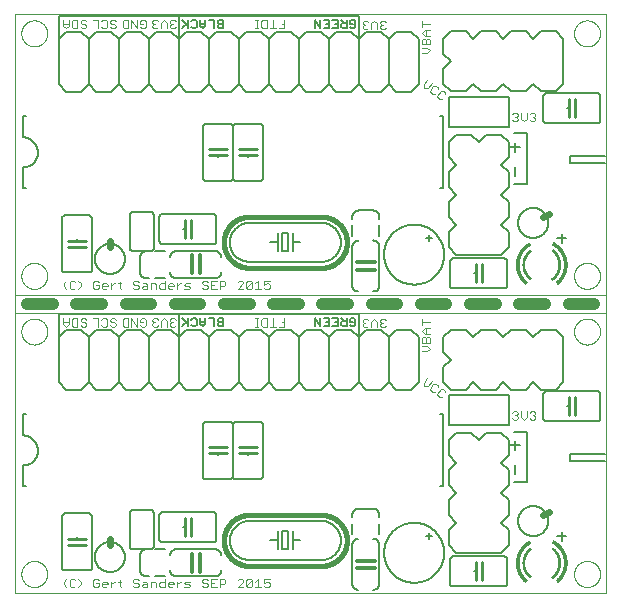
<source format=gto>
G75*
%MOIN*%
%OFA0B0*%
%FSLAX25Y25*%
%IPPOS*%
%LPD*%
%AMOC8*
5,1,8,0,0,1.08239X$1,22.5*
%
%ADD10C,0.00000*%
%ADD11C,0.00600*%
%ADD12C,0.00400*%
%ADD13C,0.00500*%
%ADD14C,0.00394*%
%ADD15C,0.03937*%
%ADD16C,0.01000*%
%ADD17C,0.01600*%
%ADD18C,0.02400*%
%ADD19C,0.00800*%
%ADD20C,0.00060*%
%ADD21C,0.00100*%
%ADD22C,0.01200*%
D10*
X0024350Y0035363D02*
X0024350Y0228167D01*
X0221200Y0228167D01*
X0221200Y0035363D01*
X0024350Y0035363D01*
X0026318Y0041663D02*
X0026320Y0041794D01*
X0026326Y0041926D01*
X0026336Y0042057D01*
X0026350Y0042188D01*
X0026368Y0042318D01*
X0026390Y0042447D01*
X0026415Y0042576D01*
X0026445Y0042704D01*
X0026479Y0042831D01*
X0026516Y0042958D01*
X0026557Y0043082D01*
X0026602Y0043206D01*
X0026651Y0043328D01*
X0026703Y0043449D01*
X0026759Y0043567D01*
X0026819Y0043685D01*
X0026882Y0043800D01*
X0026949Y0043913D01*
X0027019Y0044025D01*
X0027092Y0044134D01*
X0027168Y0044240D01*
X0027248Y0044345D01*
X0027331Y0044447D01*
X0027417Y0044546D01*
X0027506Y0044643D01*
X0027598Y0044737D01*
X0027693Y0044828D01*
X0027790Y0044917D01*
X0027890Y0045002D01*
X0027993Y0045084D01*
X0028098Y0045163D01*
X0028205Y0045239D01*
X0028315Y0045311D01*
X0028427Y0045380D01*
X0028541Y0045446D01*
X0028656Y0045508D01*
X0028774Y0045567D01*
X0028893Y0045622D01*
X0029014Y0045674D01*
X0029137Y0045721D01*
X0029261Y0045765D01*
X0029386Y0045806D01*
X0029512Y0045842D01*
X0029640Y0045875D01*
X0029768Y0045903D01*
X0029897Y0045928D01*
X0030027Y0045949D01*
X0030157Y0045966D01*
X0030288Y0045979D01*
X0030419Y0045988D01*
X0030550Y0045993D01*
X0030682Y0045994D01*
X0030813Y0045991D01*
X0030945Y0045984D01*
X0031076Y0045973D01*
X0031206Y0045958D01*
X0031336Y0045939D01*
X0031466Y0045916D01*
X0031594Y0045890D01*
X0031722Y0045859D01*
X0031849Y0045824D01*
X0031975Y0045786D01*
X0032099Y0045744D01*
X0032223Y0045698D01*
X0032344Y0045648D01*
X0032464Y0045595D01*
X0032583Y0045538D01*
X0032700Y0045478D01*
X0032814Y0045414D01*
X0032927Y0045346D01*
X0033038Y0045275D01*
X0033147Y0045201D01*
X0033253Y0045124D01*
X0033357Y0045043D01*
X0033458Y0044960D01*
X0033557Y0044873D01*
X0033653Y0044783D01*
X0033746Y0044690D01*
X0033837Y0044595D01*
X0033924Y0044497D01*
X0034009Y0044396D01*
X0034090Y0044293D01*
X0034168Y0044187D01*
X0034243Y0044079D01*
X0034315Y0043969D01*
X0034383Y0043857D01*
X0034448Y0043743D01*
X0034509Y0043626D01*
X0034567Y0043508D01*
X0034621Y0043388D01*
X0034672Y0043267D01*
X0034719Y0043144D01*
X0034762Y0043020D01*
X0034801Y0042895D01*
X0034837Y0042768D01*
X0034868Y0042640D01*
X0034896Y0042512D01*
X0034920Y0042383D01*
X0034940Y0042253D01*
X0034956Y0042122D01*
X0034968Y0041991D01*
X0034976Y0041860D01*
X0034980Y0041729D01*
X0034980Y0041597D01*
X0034976Y0041466D01*
X0034968Y0041335D01*
X0034956Y0041204D01*
X0034940Y0041073D01*
X0034920Y0040943D01*
X0034896Y0040814D01*
X0034868Y0040686D01*
X0034837Y0040558D01*
X0034801Y0040431D01*
X0034762Y0040306D01*
X0034719Y0040182D01*
X0034672Y0040059D01*
X0034621Y0039938D01*
X0034567Y0039818D01*
X0034509Y0039700D01*
X0034448Y0039583D01*
X0034383Y0039469D01*
X0034315Y0039357D01*
X0034243Y0039247D01*
X0034168Y0039139D01*
X0034090Y0039033D01*
X0034009Y0038930D01*
X0033924Y0038829D01*
X0033837Y0038731D01*
X0033746Y0038636D01*
X0033653Y0038543D01*
X0033557Y0038453D01*
X0033458Y0038366D01*
X0033357Y0038283D01*
X0033253Y0038202D01*
X0033147Y0038125D01*
X0033038Y0038051D01*
X0032927Y0037980D01*
X0032815Y0037912D01*
X0032700Y0037848D01*
X0032583Y0037788D01*
X0032464Y0037731D01*
X0032344Y0037678D01*
X0032223Y0037628D01*
X0032099Y0037582D01*
X0031975Y0037540D01*
X0031849Y0037502D01*
X0031722Y0037467D01*
X0031594Y0037436D01*
X0031466Y0037410D01*
X0031336Y0037387D01*
X0031206Y0037368D01*
X0031076Y0037353D01*
X0030945Y0037342D01*
X0030813Y0037335D01*
X0030682Y0037332D01*
X0030550Y0037333D01*
X0030419Y0037338D01*
X0030288Y0037347D01*
X0030157Y0037360D01*
X0030027Y0037377D01*
X0029897Y0037398D01*
X0029768Y0037423D01*
X0029640Y0037451D01*
X0029512Y0037484D01*
X0029386Y0037520D01*
X0029261Y0037561D01*
X0029137Y0037605D01*
X0029014Y0037652D01*
X0028893Y0037704D01*
X0028774Y0037759D01*
X0028656Y0037818D01*
X0028541Y0037880D01*
X0028427Y0037946D01*
X0028315Y0038015D01*
X0028205Y0038087D01*
X0028098Y0038163D01*
X0027993Y0038242D01*
X0027890Y0038324D01*
X0027790Y0038409D01*
X0027693Y0038498D01*
X0027598Y0038589D01*
X0027506Y0038683D01*
X0027417Y0038780D01*
X0027331Y0038879D01*
X0027248Y0038981D01*
X0027168Y0039086D01*
X0027092Y0039192D01*
X0027019Y0039301D01*
X0026949Y0039413D01*
X0026882Y0039526D01*
X0026819Y0039641D01*
X0026759Y0039759D01*
X0026703Y0039877D01*
X0026651Y0039998D01*
X0026602Y0040120D01*
X0026557Y0040244D01*
X0026516Y0040368D01*
X0026479Y0040495D01*
X0026445Y0040622D01*
X0026415Y0040750D01*
X0026390Y0040879D01*
X0026368Y0041008D01*
X0026350Y0041138D01*
X0026336Y0041269D01*
X0026326Y0041400D01*
X0026320Y0041532D01*
X0026318Y0041663D01*
X0026318Y0122489D02*
X0026320Y0122620D01*
X0026326Y0122752D01*
X0026336Y0122883D01*
X0026350Y0123014D01*
X0026368Y0123144D01*
X0026390Y0123273D01*
X0026415Y0123402D01*
X0026445Y0123530D01*
X0026479Y0123657D01*
X0026516Y0123784D01*
X0026557Y0123908D01*
X0026602Y0124032D01*
X0026651Y0124154D01*
X0026703Y0124275D01*
X0026759Y0124393D01*
X0026819Y0124511D01*
X0026882Y0124626D01*
X0026949Y0124739D01*
X0027019Y0124851D01*
X0027092Y0124960D01*
X0027168Y0125066D01*
X0027248Y0125171D01*
X0027331Y0125273D01*
X0027417Y0125372D01*
X0027506Y0125469D01*
X0027598Y0125563D01*
X0027693Y0125654D01*
X0027790Y0125743D01*
X0027890Y0125828D01*
X0027993Y0125910D01*
X0028098Y0125989D01*
X0028205Y0126065D01*
X0028315Y0126137D01*
X0028427Y0126206D01*
X0028541Y0126272D01*
X0028656Y0126334D01*
X0028774Y0126393D01*
X0028893Y0126448D01*
X0029014Y0126500D01*
X0029137Y0126547D01*
X0029261Y0126591D01*
X0029386Y0126632D01*
X0029512Y0126668D01*
X0029640Y0126701D01*
X0029768Y0126729D01*
X0029897Y0126754D01*
X0030027Y0126775D01*
X0030157Y0126792D01*
X0030288Y0126805D01*
X0030419Y0126814D01*
X0030550Y0126819D01*
X0030682Y0126820D01*
X0030813Y0126817D01*
X0030945Y0126810D01*
X0031076Y0126799D01*
X0031206Y0126784D01*
X0031336Y0126765D01*
X0031466Y0126742D01*
X0031594Y0126716D01*
X0031722Y0126685D01*
X0031849Y0126650D01*
X0031975Y0126612D01*
X0032099Y0126570D01*
X0032223Y0126524D01*
X0032344Y0126474D01*
X0032464Y0126421D01*
X0032583Y0126364D01*
X0032700Y0126304D01*
X0032814Y0126240D01*
X0032927Y0126172D01*
X0033038Y0126101D01*
X0033147Y0126027D01*
X0033253Y0125950D01*
X0033357Y0125869D01*
X0033458Y0125786D01*
X0033557Y0125699D01*
X0033653Y0125609D01*
X0033746Y0125516D01*
X0033837Y0125421D01*
X0033924Y0125323D01*
X0034009Y0125222D01*
X0034090Y0125119D01*
X0034168Y0125013D01*
X0034243Y0124905D01*
X0034315Y0124795D01*
X0034383Y0124683D01*
X0034448Y0124569D01*
X0034509Y0124452D01*
X0034567Y0124334D01*
X0034621Y0124214D01*
X0034672Y0124093D01*
X0034719Y0123970D01*
X0034762Y0123846D01*
X0034801Y0123721D01*
X0034837Y0123594D01*
X0034868Y0123466D01*
X0034896Y0123338D01*
X0034920Y0123209D01*
X0034940Y0123079D01*
X0034956Y0122948D01*
X0034968Y0122817D01*
X0034976Y0122686D01*
X0034980Y0122555D01*
X0034980Y0122423D01*
X0034976Y0122292D01*
X0034968Y0122161D01*
X0034956Y0122030D01*
X0034940Y0121899D01*
X0034920Y0121769D01*
X0034896Y0121640D01*
X0034868Y0121512D01*
X0034837Y0121384D01*
X0034801Y0121257D01*
X0034762Y0121132D01*
X0034719Y0121008D01*
X0034672Y0120885D01*
X0034621Y0120764D01*
X0034567Y0120644D01*
X0034509Y0120526D01*
X0034448Y0120409D01*
X0034383Y0120295D01*
X0034315Y0120183D01*
X0034243Y0120073D01*
X0034168Y0119965D01*
X0034090Y0119859D01*
X0034009Y0119756D01*
X0033924Y0119655D01*
X0033837Y0119557D01*
X0033746Y0119462D01*
X0033653Y0119369D01*
X0033557Y0119279D01*
X0033458Y0119192D01*
X0033357Y0119109D01*
X0033253Y0119028D01*
X0033147Y0118951D01*
X0033038Y0118877D01*
X0032927Y0118806D01*
X0032815Y0118738D01*
X0032700Y0118674D01*
X0032583Y0118614D01*
X0032464Y0118557D01*
X0032344Y0118504D01*
X0032223Y0118454D01*
X0032099Y0118408D01*
X0031975Y0118366D01*
X0031849Y0118328D01*
X0031722Y0118293D01*
X0031594Y0118262D01*
X0031466Y0118236D01*
X0031336Y0118213D01*
X0031206Y0118194D01*
X0031076Y0118179D01*
X0030945Y0118168D01*
X0030813Y0118161D01*
X0030682Y0118158D01*
X0030550Y0118159D01*
X0030419Y0118164D01*
X0030288Y0118173D01*
X0030157Y0118186D01*
X0030027Y0118203D01*
X0029897Y0118224D01*
X0029768Y0118249D01*
X0029640Y0118277D01*
X0029512Y0118310D01*
X0029386Y0118346D01*
X0029261Y0118387D01*
X0029137Y0118431D01*
X0029014Y0118478D01*
X0028893Y0118530D01*
X0028774Y0118585D01*
X0028656Y0118644D01*
X0028541Y0118706D01*
X0028427Y0118772D01*
X0028315Y0118841D01*
X0028205Y0118913D01*
X0028098Y0118989D01*
X0027993Y0119068D01*
X0027890Y0119150D01*
X0027790Y0119235D01*
X0027693Y0119324D01*
X0027598Y0119415D01*
X0027506Y0119509D01*
X0027417Y0119606D01*
X0027331Y0119705D01*
X0027248Y0119807D01*
X0027168Y0119912D01*
X0027092Y0120018D01*
X0027019Y0120127D01*
X0026949Y0120239D01*
X0026882Y0120352D01*
X0026819Y0120467D01*
X0026759Y0120585D01*
X0026703Y0120703D01*
X0026651Y0120824D01*
X0026602Y0120946D01*
X0026557Y0121070D01*
X0026516Y0121194D01*
X0026479Y0121321D01*
X0026445Y0121448D01*
X0026415Y0121576D01*
X0026390Y0121705D01*
X0026368Y0121834D01*
X0026350Y0121964D01*
X0026336Y0122095D01*
X0026326Y0122226D01*
X0026320Y0122358D01*
X0026318Y0122489D01*
X0026318Y0141041D02*
X0026320Y0141172D01*
X0026326Y0141304D01*
X0026336Y0141435D01*
X0026350Y0141566D01*
X0026368Y0141696D01*
X0026390Y0141825D01*
X0026415Y0141954D01*
X0026445Y0142082D01*
X0026479Y0142209D01*
X0026516Y0142336D01*
X0026557Y0142460D01*
X0026602Y0142584D01*
X0026651Y0142706D01*
X0026703Y0142827D01*
X0026759Y0142945D01*
X0026819Y0143063D01*
X0026882Y0143178D01*
X0026949Y0143291D01*
X0027019Y0143403D01*
X0027092Y0143512D01*
X0027168Y0143618D01*
X0027248Y0143723D01*
X0027331Y0143825D01*
X0027417Y0143924D01*
X0027506Y0144021D01*
X0027598Y0144115D01*
X0027693Y0144206D01*
X0027790Y0144295D01*
X0027890Y0144380D01*
X0027993Y0144462D01*
X0028098Y0144541D01*
X0028205Y0144617D01*
X0028315Y0144689D01*
X0028427Y0144758D01*
X0028541Y0144824D01*
X0028656Y0144886D01*
X0028774Y0144945D01*
X0028893Y0145000D01*
X0029014Y0145052D01*
X0029137Y0145099D01*
X0029261Y0145143D01*
X0029386Y0145184D01*
X0029512Y0145220D01*
X0029640Y0145253D01*
X0029768Y0145281D01*
X0029897Y0145306D01*
X0030027Y0145327D01*
X0030157Y0145344D01*
X0030288Y0145357D01*
X0030419Y0145366D01*
X0030550Y0145371D01*
X0030682Y0145372D01*
X0030813Y0145369D01*
X0030945Y0145362D01*
X0031076Y0145351D01*
X0031206Y0145336D01*
X0031336Y0145317D01*
X0031466Y0145294D01*
X0031594Y0145268D01*
X0031722Y0145237D01*
X0031849Y0145202D01*
X0031975Y0145164D01*
X0032099Y0145122D01*
X0032223Y0145076D01*
X0032344Y0145026D01*
X0032464Y0144973D01*
X0032583Y0144916D01*
X0032700Y0144856D01*
X0032814Y0144792D01*
X0032927Y0144724D01*
X0033038Y0144653D01*
X0033147Y0144579D01*
X0033253Y0144502D01*
X0033357Y0144421D01*
X0033458Y0144338D01*
X0033557Y0144251D01*
X0033653Y0144161D01*
X0033746Y0144068D01*
X0033837Y0143973D01*
X0033924Y0143875D01*
X0034009Y0143774D01*
X0034090Y0143671D01*
X0034168Y0143565D01*
X0034243Y0143457D01*
X0034315Y0143347D01*
X0034383Y0143235D01*
X0034448Y0143121D01*
X0034509Y0143004D01*
X0034567Y0142886D01*
X0034621Y0142766D01*
X0034672Y0142645D01*
X0034719Y0142522D01*
X0034762Y0142398D01*
X0034801Y0142273D01*
X0034837Y0142146D01*
X0034868Y0142018D01*
X0034896Y0141890D01*
X0034920Y0141761D01*
X0034940Y0141631D01*
X0034956Y0141500D01*
X0034968Y0141369D01*
X0034976Y0141238D01*
X0034980Y0141107D01*
X0034980Y0140975D01*
X0034976Y0140844D01*
X0034968Y0140713D01*
X0034956Y0140582D01*
X0034940Y0140451D01*
X0034920Y0140321D01*
X0034896Y0140192D01*
X0034868Y0140064D01*
X0034837Y0139936D01*
X0034801Y0139809D01*
X0034762Y0139684D01*
X0034719Y0139560D01*
X0034672Y0139437D01*
X0034621Y0139316D01*
X0034567Y0139196D01*
X0034509Y0139078D01*
X0034448Y0138961D01*
X0034383Y0138847D01*
X0034315Y0138735D01*
X0034243Y0138625D01*
X0034168Y0138517D01*
X0034090Y0138411D01*
X0034009Y0138308D01*
X0033924Y0138207D01*
X0033837Y0138109D01*
X0033746Y0138014D01*
X0033653Y0137921D01*
X0033557Y0137831D01*
X0033458Y0137744D01*
X0033357Y0137661D01*
X0033253Y0137580D01*
X0033147Y0137503D01*
X0033038Y0137429D01*
X0032927Y0137358D01*
X0032815Y0137290D01*
X0032700Y0137226D01*
X0032583Y0137166D01*
X0032464Y0137109D01*
X0032344Y0137056D01*
X0032223Y0137006D01*
X0032099Y0136960D01*
X0031975Y0136918D01*
X0031849Y0136880D01*
X0031722Y0136845D01*
X0031594Y0136814D01*
X0031466Y0136788D01*
X0031336Y0136765D01*
X0031206Y0136746D01*
X0031076Y0136731D01*
X0030945Y0136720D01*
X0030813Y0136713D01*
X0030682Y0136710D01*
X0030550Y0136711D01*
X0030419Y0136716D01*
X0030288Y0136725D01*
X0030157Y0136738D01*
X0030027Y0136755D01*
X0029897Y0136776D01*
X0029768Y0136801D01*
X0029640Y0136829D01*
X0029512Y0136862D01*
X0029386Y0136898D01*
X0029261Y0136939D01*
X0029137Y0136983D01*
X0029014Y0137030D01*
X0028893Y0137082D01*
X0028774Y0137137D01*
X0028656Y0137196D01*
X0028541Y0137258D01*
X0028427Y0137324D01*
X0028315Y0137393D01*
X0028205Y0137465D01*
X0028098Y0137541D01*
X0027993Y0137620D01*
X0027890Y0137702D01*
X0027790Y0137787D01*
X0027693Y0137876D01*
X0027598Y0137967D01*
X0027506Y0138061D01*
X0027417Y0138158D01*
X0027331Y0138257D01*
X0027248Y0138359D01*
X0027168Y0138464D01*
X0027092Y0138570D01*
X0027019Y0138679D01*
X0026949Y0138791D01*
X0026882Y0138904D01*
X0026819Y0139019D01*
X0026759Y0139137D01*
X0026703Y0139255D01*
X0026651Y0139376D01*
X0026602Y0139498D01*
X0026557Y0139622D01*
X0026516Y0139746D01*
X0026479Y0139873D01*
X0026445Y0140000D01*
X0026415Y0140128D01*
X0026390Y0140257D01*
X0026368Y0140386D01*
X0026350Y0140516D01*
X0026336Y0140647D01*
X0026326Y0140778D01*
X0026320Y0140910D01*
X0026318Y0141041D01*
X0026318Y0221867D02*
X0026320Y0221998D01*
X0026326Y0222130D01*
X0026336Y0222261D01*
X0026350Y0222392D01*
X0026368Y0222522D01*
X0026390Y0222651D01*
X0026415Y0222780D01*
X0026445Y0222908D01*
X0026479Y0223035D01*
X0026516Y0223162D01*
X0026557Y0223286D01*
X0026602Y0223410D01*
X0026651Y0223532D01*
X0026703Y0223653D01*
X0026759Y0223771D01*
X0026819Y0223889D01*
X0026882Y0224004D01*
X0026949Y0224117D01*
X0027019Y0224229D01*
X0027092Y0224338D01*
X0027168Y0224444D01*
X0027248Y0224549D01*
X0027331Y0224651D01*
X0027417Y0224750D01*
X0027506Y0224847D01*
X0027598Y0224941D01*
X0027693Y0225032D01*
X0027790Y0225121D01*
X0027890Y0225206D01*
X0027993Y0225288D01*
X0028098Y0225367D01*
X0028205Y0225443D01*
X0028315Y0225515D01*
X0028427Y0225584D01*
X0028541Y0225650D01*
X0028656Y0225712D01*
X0028774Y0225771D01*
X0028893Y0225826D01*
X0029014Y0225878D01*
X0029137Y0225925D01*
X0029261Y0225969D01*
X0029386Y0226010D01*
X0029512Y0226046D01*
X0029640Y0226079D01*
X0029768Y0226107D01*
X0029897Y0226132D01*
X0030027Y0226153D01*
X0030157Y0226170D01*
X0030288Y0226183D01*
X0030419Y0226192D01*
X0030550Y0226197D01*
X0030682Y0226198D01*
X0030813Y0226195D01*
X0030945Y0226188D01*
X0031076Y0226177D01*
X0031206Y0226162D01*
X0031336Y0226143D01*
X0031466Y0226120D01*
X0031594Y0226094D01*
X0031722Y0226063D01*
X0031849Y0226028D01*
X0031975Y0225990D01*
X0032099Y0225948D01*
X0032223Y0225902D01*
X0032344Y0225852D01*
X0032464Y0225799D01*
X0032583Y0225742D01*
X0032700Y0225682D01*
X0032814Y0225618D01*
X0032927Y0225550D01*
X0033038Y0225479D01*
X0033147Y0225405D01*
X0033253Y0225328D01*
X0033357Y0225247D01*
X0033458Y0225164D01*
X0033557Y0225077D01*
X0033653Y0224987D01*
X0033746Y0224894D01*
X0033837Y0224799D01*
X0033924Y0224701D01*
X0034009Y0224600D01*
X0034090Y0224497D01*
X0034168Y0224391D01*
X0034243Y0224283D01*
X0034315Y0224173D01*
X0034383Y0224061D01*
X0034448Y0223947D01*
X0034509Y0223830D01*
X0034567Y0223712D01*
X0034621Y0223592D01*
X0034672Y0223471D01*
X0034719Y0223348D01*
X0034762Y0223224D01*
X0034801Y0223099D01*
X0034837Y0222972D01*
X0034868Y0222844D01*
X0034896Y0222716D01*
X0034920Y0222587D01*
X0034940Y0222457D01*
X0034956Y0222326D01*
X0034968Y0222195D01*
X0034976Y0222064D01*
X0034980Y0221933D01*
X0034980Y0221801D01*
X0034976Y0221670D01*
X0034968Y0221539D01*
X0034956Y0221408D01*
X0034940Y0221277D01*
X0034920Y0221147D01*
X0034896Y0221018D01*
X0034868Y0220890D01*
X0034837Y0220762D01*
X0034801Y0220635D01*
X0034762Y0220510D01*
X0034719Y0220386D01*
X0034672Y0220263D01*
X0034621Y0220142D01*
X0034567Y0220022D01*
X0034509Y0219904D01*
X0034448Y0219787D01*
X0034383Y0219673D01*
X0034315Y0219561D01*
X0034243Y0219451D01*
X0034168Y0219343D01*
X0034090Y0219237D01*
X0034009Y0219134D01*
X0033924Y0219033D01*
X0033837Y0218935D01*
X0033746Y0218840D01*
X0033653Y0218747D01*
X0033557Y0218657D01*
X0033458Y0218570D01*
X0033357Y0218487D01*
X0033253Y0218406D01*
X0033147Y0218329D01*
X0033038Y0218255D01*
X0032927Y0218184D01*
X0032815Y0218116D01*
X0032700Y0218052D01*
X0032583Y0217992D01*
X0032464Y0217935D01*
X0032344Y0217882D01*
X0032223Y0217832D01*
X0032099Y0217786D01*
X0031975Y0217744D01*
X0031849Y0217706D01*
X0031722Y0217671D01*
X0031594Y0217640D01*
X0031466Y0217614D01*
X0031336Y0217591D01*
X0031206Y0217572D01*
X0031076Y0217557D01*
X0030945Y0217546D01*
X0030813Y0217539D01*
X0030682Y0217536D01*
X0030550Y0217537D01*
X0030419Y0217542D01*
X0030288Y0217551D01*
X0030157Y0217564D01*
X0030027Y0217581D01*
X0029897Y0217602D01*
X0029768Y0217627D01*
X0029640Y0217655D01*
X0029512Y0217688D01*
X0029386Y0217724D01*
X0029261Y0217765D01*
X0029137Y0217809D01*
X0029014Y0217856D01*
X0028893Y0217908D01*
X0028774Y0217963D01*
X0028656Y0218022D01*
X0028541Y0218084D01*
X0028427Y0218150D01*
X0028315Y0218219D01*
X0028205Y0218291D01*
X0028098Y0218367D01*
X0027993Y0218446D01*
X0027890Y0218528D01*
X0027790Y0218613D01*
X0027693Y0218702D01*
X0027598Y0218793D01*
X0027506Y0218887D01*
X0027417Y0218984D01*
X0027331Y0219083D01*
X0027248Y0219185D01*
X0027168Y0219290D01*
X0027092Y0219396D01*
X0027019Y0219505D01*
X0026949Y0219617D01*
X0026882Y0219730D01*
X0026819Y0219845D01*
X0026759Y0219963D01*
X0026703Y0220081D01*
X0026651Y0220202D01*
X0026602Y0220324D01*
X0026557Y0220448D01*
X0026516Y0220572D01*
X0026479Y0220699D01*
X0026445Y0220826D01*
X0026415Y0220954D01*
X0026390Y0221083D01*
X0026368Y0221212D01*
X0026350Y0221342D01*
X0026336Y0221473D01*
X0026326Y0221604D01*
X0026320Y0221736D01*
X0026318Y0221867D01*
X0210570Y0221867D02*
X0210572Y0221998D01*
X0210578Y0222130D01*
X0210588Y0222261D01*
X0210602Y0222392D01*
X0210620Y0222522D01*
X0210642Y0222651D01*
X0210667Y0222780D01*
X0210697Y0222908D01*
X0210731Y0223035D01*
X0210768Y0223162D01*
X0210809Y0223286D01*
X0210854Y0223410D01*
X0210903Y0223532D01*
X0210955Y0223653D01*
X0211011Y0223771D01*
X0211071Y0223889D01*
X0211134Y0224004D01*
X0211201Y0224117D01*
X0211271Y0224229D01*
X0211344Y0224338D01*
X0211420Y0224444D01*
X0211500Y0224549D01*
X0211583Y0224651D01*
X0211669Y0224750D01*
X0211758Y0224847D01*
X0211850Y0224941D01*
X0211945Y0225032D01*
X0212042Y0225121D01*
X0212142Y0225206D01*
X0212245Y0225288D01*
X0212350Y0225367D01*
X0212457Y0225443D01*
X0212567Y0225515D01*
X0212679Y0225584D01*
X0212793Y0225650D01*
X0212908Y0225712D01*
X0213026Y0225771D01*
X0213145Y0225826D01*
X0213266Y0225878D01*
X0213389Y0225925D01*
X0213513Y0225969D01*
X0213638Y0226010D01*
X0213764Y0226046D01*
X0213892Y0226079D01*
X0214020Y0226107D01*
X0214149Y0226132D01*
X0214279Y0226153D01*
X0214409Y0226170D01*
X0214540Y0226183D01*
X0214671Y0226192D01*
X0214802Y0226197D01*
X0214934Y0226198D01*
X0215065Y0226195D01*
X0215197Y0226188D01*
X0215328Y0226177D01*
X0215458Y0226162D01*
X0215588Y0226143D01*
X0215718Y0226120D01*
X0215846Y0226094D01*
X0215974Y0226063D01*
X0216101Y0226028D01*
X0216227Y0225990D01*
X0216351Y0225948D01*
X0216475Y0225902D01*
X0216596Y0225852D01*
X0216716Y0225799D01*
X0216835Y0225742D01*
X0216952Y0225682D01*
X0217066Y0225618D01*
X0217179Y0225550D01*
X0217290Y0225479D01*
X0217399Y0225405D01*
X0217505Y0225328D01*
X0217609Y0225247D01*
X0217710Y0225164D01*
X0217809Y0225077D01*
X0217905Y0224987D01*
X0217998Y0224894D01*
X0218089Y0224799D01*
X0218176Y0224701D01*
X0218261Y0224600D01*
X0218342Y0224497D01*
X0218420Y0224391D01*
X0218495Y0224283D01*
X0218567Y0224173D01*
X0218635Y0224061D01*
X0218700Y0223947D01*
X0218761Y0223830D01*
X0218819Y0223712D01*
X0218873Y0223592D01*
X0218924Y0223471D01*
X0218971Y0223348D01*
X0219014Y0223224D01*
X0219053Y0223099D01*
X0219089Y0222972D01*
X0219120Y0222844D01*
X0219148Y0222716D01*
X0219172Y0222587D01*
X0219192Y0222457D01*
X0219208Y0222326D01*
X0219220Y0222195D01*
X0219228Y0222064D01*
X0219232Y0221933D01*
X0219232Y0221801D01*
X0219228Y0221670D01*
X0219220Y0221539D01*
X0219208Y0221408D01*
X0219192Y0221277D01*
X0219172Y0221147D01*
X0219148Y0221018D01*
X0219120Y0220890D01*
X0219089Y0220762D01*
X0219053Y0220635D01*
X0219014Y0220510D01*
X0218971Y0220386D01*
X0218924Y0220263D01*
X0218873Y0220142D01*
X0218819Y0220022D01*
X0218761Y0219904D01*
X0218700Y0219787D01*
X0218635Y0219673D01*
X0218567Y0219561D01*
X0218495Y0219451D01*
X0218420Y0219343D01*
X0218342Y0219237D01*
X0218261Y0219134D01*
X0218176Y0219033D01*
X0218089Y0218935D01*
X0217998Y0218840D01*
X0217905Y0218747D01*
X0217809Y0218657D01*
X0217710Y0218570D01*
X0217609Y0218487D01*
X0217505Y0218406D01*
X0217399Y0218329D01*
X0217290Y0218255D01*
X0217179Y0218184D01*
X0217067Y0218116D01*
X0216952Y0218052D01*
X0216835Y0217992D01*
X0216716Y0217935D01*
X0216596Y0217882D01*
X0216475Y0217832D01*
X0216351Y0217786D01*
X0216227Y0217744D01*
X0216101Y0217706D01*
X0215974Y0217671D01*
X0215846Y0217640D01*
X0215718Y0217614D01*
X0215588Y0217591D01*
X0215458Y0217572D01*
X0215328Y0217557D01*
X0215197Y0217546D01*
X0215065Y0217539D01*
X0214934Y0217536D01*
X0214802Y0217537D01*
X0214671Y0217542D01*
X0214540Y0217551D01*
X0214409Y0217564D01*
X0214279Y0217581D01*
X0214149Y0217602D01*
X0214020Y0217627D01*
X0213892Y0217655D01*
X0213764Y0217688D01*
X0213638Y0217724D01*
X0213513Y0217765D01*
X0213389Y0217809D01*
X0213266Y0217856D01*
X0213145Y0217908D01*
X0213026Y0217963D01*
X0212908Y0218022D01*
X0212793Y0218084D01*
X0212679Y0218150D01*
X0212567Y0218219D01*
X0212457Y0218291D01*
X0212350Y0218367D01*
X0212245Y0218446D01*
X0212142Y0218528D01*
X0212042Y0218613D01*
X0211945Y0218702D01*
X0211850Y0218793D01*
X0211758Y0218887D01*
X0211669Y0218984D01*
X0211583Y0219083D01*
X0211500Y0219185D01*
X0211420Y0219290D01*
X0211344Y0219396D01*
X0211271Y0219505D01*
X0211201Y0219617D01*
X0211134Y0219730D01*
X0211071Y0219845D01*
X0211011Y0219963D01*
X0210955Y0220081D01*
X0210903Y0220202D01*
X0210854Y0220324D01*
X0210809Y0220448D01*
X0210768Y0220572D01*
X0210731Y0220699D01*
X0210697Y0220826D01*
X0210667Y0220954D01*
X0210642Y0221083D01*
X0210620Y0221212D01*
X0210602Y0221342D01*
X0210588Y0221473D01*
X0210578Y0221604D01*
X0210572Y0221736D01*
X0210570Y0221867D01*
X0210570Y0141041D02*
X0210572Y0141172D01*
X0210578Y0141304D01*
X0210588Y0141435D01*
X0210602Y0141566D01*
X0210620Y0141696D01*
X0210642Y0141825D01*
X0210667Y0141954D01*
X0210697Y0142082D01*
X0210731Y0142209D01*
X0210768Y0142336D01*
X0210809Y0142460D01*
X0210854Y0142584D01*
X0210903Y0142706D01*
X0210955Y0142827D01*
X0211011Y0142945D01*
X0211071Y0143063D01*
X0211134Y0143178D01*
X0211201Y0143291D01*
X0211271Y0143403D01*
X0211344Y0143512D01*
X0211420Y0143618D01*
X0211500Y0143723D01*
X0211583Y0143825D01*
X0211669Y0143924D01*
X0211758Y0144021D01*
X0211850Y0144115D01*
X0211945Y0144206D01*
X0212042Y0144295D01*
X0212142Y0144380D01*
X0212245Y0144462D01*
X0212350Y0144541D01*
X0212457Y0144617D01*
X0212567Y0144689D01*
X0212679Y0144758D01*
X0212793Y0144824D01*
X0212908Y0144886D01*
X0213026Y0144945D01*
X0213145Y0145000D01*
X0213266Y0145052D01*
X0213389Y0145099D01*
X0213513Y0145143D01*
X0213638Y0145184D01*
X0213764Y0145220D01*
X0213892Y0145253D01*
X0214020Y0145281D01*
X0214149Y0145306D01*
X0214279Y0145327D01*
X0214409Y0145344D01*
X0214540Y0145357D01*
X0214671Y0145366D01*
X0214802Y0145371D01*
X0214934Y0145372D01*
X0215065Y0145369D01*
X0215197Y0145362D01*
X0215328Y0145351D01*
X0215458Y0145336D01*
X0215588Y0145317D01*
X0215718Y0145294D01*
X0215846Y0145268D01*
X0215974Y0145237D01*
X0216101Y0145202D01*
X0216227Y0145164D01*
X0216351Y0145122D01*
X0216475Y0145076D01*
X0216596Y0145026D01*
X0216716Y0144973D01*
X0216835Y0144916D01*
X0216952Y0144856D01*
X0217066Y0144792D01*
X0217179Y0144724D01*
X0217290Y0144653D01*
X0217399Y0144579D01*
X0217505Y0144502D01*
X0217609Y0144421D01*
X0217710Y0144338D01*
X0217809Y0144251D01*
X0217905Y0144161D01*
X0217998Y0144068D01*
X0218089Y0143973D01*
X0218176Y0143875D01*
X0218261Y0143774D01*
X0218342Y0143671D01*
X0218420Y0143565D01*
X0218495Y0143457D01*
X0218567Y0143347D01*
X0218635Y0143235D01*
X0218700Y0143121D01*
X0218761Y0143004D01*
X0218819Y0142886D01*
X0218873Y0142766D01*
X0218924Y0142645D01*
X0218971Y0142522D01*
X0219014Y0142398D01*
X0219053Y0142273D01*
X0219089Y0142146D01*
X0219120Y0142018D01*
X0219148Y0141890D01*
X0219172Y0141761D01*
X0219192Y0141631D01*
X0219208Y0141500D01*
X0219220Y0141369D01*
X0219228Y0141238D01*
X0219232Y0141107D01*
X0219232Y0140975D01*
X0219228Y0140844D01*
X0219220Y0140713D01*
X0219208Y0140582D01*
X0219192Y0140451D01*
X0219172Y0140321D01*
X0219148Y0140192D01*
X0219120Y0140064D01*
X0219089Y0139936D01*
X0219053Y0139809D01*
X0219014Y0139684D01*
X0218971Y0139560D01*
X0218924Y0139437D01*
X0218873Y0139316D01*
X0218819Y0139196D01*
X0218761Y0139078D01*
X0218700Y0138961D01*
X0218635Y0138847D01*
X0218567Y0138735D01*
X0218495Y0138625D01*
X0218420Y0138517D01*
X0218342Y0138411D01*
X0218261Y0138308D01*
X0218176Y0138207D01*
X0218089Y0138109D01*
X0217998Y0138014D01*
X0217905Y0137921D01*
X0217809Y0137831D01*
X0217710Y0137744D01*
X0217609Y0137661D01*
X0217505Y0137580D01*
X0217399Y0137503D01*
X0217290Y0137429D01*
X0217179Y0137358D01*
X0217067Y0137290D01*
X0216952Y0137226D01*
X0216835Y0137166D01*
X0216716Y0137109D01*
X0216596Y0137056D01*
X0216475Y0137006D01*
X0216351Y0136960D01*
X0216227Y0136918D01*
X0216101Y0136880D01*
X0215974Y0136845D01*
X0215846Y0136814D01*
X0215718Y0136788D01*
X0215588Y0136765D01*
X0215458Y0136746D01*
X0215328Y0136731D01*
X0215197Y0136720D01*
X0215065Y0136713D01*
X0214934Y0136710D01*
X0214802Y0136711D01*
X0214671Y0136716D01*
X0214540Y0136725D01*
X0214409Y0136738D01*
X0214279Y0136755D01*
X0214149Y0136776D01*
X0214020Y0136801D01*
X0213892Y0136829D01*
X0213764Y0136862D01*
X0213638Y0136898D01*
X0213513Y0136939D01*
X0213389Y0136983D01*
X0213266Y0137030D01*
X0213145Y0137082D01*
X0213026Y0137137D01*
X0212908Y0137196D01*
X0212793Y0137258D01*
X0212679Y0137324D01*
X0212567Y0137393D01*
X0212457Y0137465D01*
X0212350Y0137541D01*
X0212245Y0137620D01*
X0212142Y0137702D01*
X0212042Y0137787D01*
X0211945Y0137876D01*
X0211850Y0137967D01*
X0211758Y0138061D01*
X0211669Y0138158D01*
X0211583Y0138257D01*
X0211500Y0138359D01*
X0211420Y0138464D01*
X0211344Y0138570D01*
X0211271Y0138679D01*
X0211201Y0138791D01*
X0211134Y0138904D01*
X0211071Y0139019D01*
X0211011Y0139137D01*
X0210955Y0139255D01*
X0210903Y0139376D01*
X0210854Y0139498D01*
X0210809Y0139622D01*
X0210768Y0139746D01*
X0210731Y0139873D01*
X0210697Y0140000D01*
X0210667Y0140128D01*
X0210642Y0140257D01*
X0210620Y0140386D01*
X0210602Y0140516D01*
X0210588Y0140647D01*
X0210578Y0140778D01*
X0210572Y0140910D01*
X0210570Y0141041D01*
X0210570Y0122489D02*
X0210572Y0122620D01*
X0210578Y0122752D01*
X0210588Y0122883D01*
X0210602Y0123014D01*
X0210620Y0123144D01*
X0210642Y0123273D01*
X0210667Y0123402D01*
X0210697Y0123530D01*
X0210731Y0123657D01*
X0210768Y0123784D01*
X0210809Y0123908D01*
X0210854Y0124032D01*
X0210903Y0124154D01*
X0210955Y0124275D01*
X0211011Y0124393D01*
X0211071Y0124511D01*
X0211134Y0124626D01*
X0211201Y0124739D01*
X0211271Y0124851D01*
X0211344Y0124960D01*
X0211420Y0125066D01*
X0211500Y0125171D01*
X0211583Y0125273D01*
X0211669Y0125372D01*
X0211758Y0125469D01*
X0211850Y0125563D01*
X0211945Y0125654D01*
X0212042Y0125743D01*
X0212142Y0125828D01*
X0212245Y0125910D01*
X0212350Y0125989D01*
X0212457Y0126065D01*
X0212567Y0126137D01*
X0212679Y0126206D01*
X0212793Y0126272D01*
X0212908Y0126334D01*
X0213026Y0126393D01*
X0213145Y0126448D01*
X0213266Y0126500D01*
X0213389Y0126547D01*
X0213513Y0126591D01*
X0213638Y0126632D01*
X0213764Y0126668D01*
X0213892Y0126701D01*
X0214020Y0126729D01*
X0214149Y0126754D01*
X0214279Y0126775D01*
X0214409Y0126792D01*
X0214540Y0126805D01*
X0214671Y0126814D01*
X0214802Y0126819D01*
X0214934Y0126820D01*
X0215065Y0126817D01*
X0215197Y0126810D01*
X0215328Y0126799D01*
X0215458Y0126784D01*
X0215588Y0126765D01*
X0215718Y0126742D01*
X0215846Y0126716D01*
X0215974Y0126685D01*
X0216101Y0126650D01*
X0216227Y0126612D01*
X0216351Y0126570D01*
X0216475Y0126524D01*
X0216596Y0126474D01*
X0216716Y0126421D01*
X0216835Y0126364D01*
X0216952Y0126304D01*
X0217066Y0126240D01*
X0217179Y0126172D01*
X0217290Y0126101D01*
X0217399Y0126027D01*
X0217505Y0125950D01*
X0217609Y0125869D01*
X0217710Y0125786D01*
X0217809Y0125699D01*
X0217905Y0125609D01*
X0217998Y0125516D01*
X0218089Y0125421D01*
X0218176Y0125323D01*
X0218261Y0125222D01*
X0218342Y0125119D01*
X0218420Y0125013D01*
X0218495Y0124905D01*
X0218567Y0124795D01*
X0218635Y0124683D01*
X0218700Y0124569D01*
X0218761Y0124452D01*
X0218819Y0124334D01*
X0218873Y0124214D01*
X0218924Y0124093D01*
X0218971Y0123970D01*
X0219014Y0123846D01*
X0219053Y0123721D01*
X0219089Y0123594D01*
X0219120Y0123466D01*
X0219148Y0123338D01*
X0219172Y0123209D01*
X0219192Y0123079D01*
X0219208Y0122948D01*
X0219220Y0122817D01*
X0219228Y0122686D01*
X0219232Y0122555D01*
X0219232Y0122423D01*
X0219228Y0122292D01*
X0219220Y0122161D01*
X0219208Y0122030D01*
X0219192Y0121899D01*
X0219172Y0121769D01*
X0219148Y0121640D01*
X0219120Y0121512D01*
X0219089Y0121384D01*
X0219053Y0121257D01*
X0219014Y0121132D01*
X0218971Y0121008D01*
X0218924Y0120885D01*
X0218873Y0120764D01*
X0218819Y0120644D01*
X0218761Y0120526D01*
X0218700Y0120409D01*
X0218635Y0120295D01*
X0218567Y0120183D01*
X0218495Y0120073D01*
X0218420Y0119965D01*
X0218342Y0119859D01*
X0218261Y0119756D01*
X0218176Y0119655D01*
X0218089Y0119557D01*
X0217998Y0119462D01*
X0217905Y0119369D01*
X0217809Y0119279D01*
X0217710Y0119192D01*
X0217609Y0119109D01*
X0217505Y0119028D01*
X0217399Y0118951D01*
X0217290Y0118877D01*
X0217179Y0118806D01*
X0217067Y0118738D01*
X0216952Y0118674D01*
X0216835Y0118614D01*
X0216716Y0118557D01*
X0216596Y0118504D01*
X0216475Y0118454D01*
X0216351Y0118408D01*
X0216227Y0118366D01*
X0216101Y0118328D01*
X0215974Y0118293D01*
X0215846Y0118262D01*
X0215718Y0118236D01*
X0215588Y0118213D01*
X0215458Y0118194D01*
X0215328Y0118179D01*
X0215197Y0118168D01*
X0215065Y0118161D01*
X0214934Y0118158D01*
X0214802Y0118159D01*
X0214671Y0118164D01*
X0214540Y0118173D01*
X0214409Y0118186D01*
X0214279Y0118203D01*
X0214149Y0118224D01*
X0214020Y0118249D01*
X0213892Y0118277D01*
X0213764Y0118310D01*
X0213638Y0118346D01*
X0213513Y0118387D01*
X0213389Y0118431D01*
X0213266Y0118478D01*
X0213145Y0118530D01*
X0213026Y0118585D01*
X0212908Y0118644D01*
X0212793Y0118706D01*
X0212679Y0118772D01*
X0212567Y0118841D01*
X0212457Y0118913D01*
X0212350Y0118989D01*
X0212245Y0119068D01*
X0212142Y0119150D01*
X0212042Y0119235D01*
X0211945Y0119324D01*
X0211850Y0119415D01*
X0211758Y0119509D01*
X0211669Y0119606D01*
X0211583Y0119705D01*
X0211500Y0119807D01*
X0211420Y0119912D01*
X0211344Y0120018D01*
X0211271Y0120127D01*
X0211201Y0120239D01*
X0211134Y0120352D01*
X0211071Y0120467D01*
X0211011Y0120585D01*
X0210955Y0120703D01*
X0210903Y0120824D01*
X0210854Y0120946D01*
X0210809Y0121070D01*
X0210768Y0121194D01*
X0210731Y0121321D01*
X0210697Y0121448D01*
X0210667Y0121576D01*
X0210642Y0121705D01*
X0210620Y0121834D01*
X0210602Y0121964D01*
X0210588Y0122095D01*
X0210578Y0122226D01*
X0210572Y0122358D01*
X0210570Y0122489D01*
X0210570Y0041663D02*
X0210572Y0041794D01*
X0210578Y0041926D01*
X0210588Y0042057D01*
X0210602Y0042188D01*
X0210620Y0042318D01*
X0210642Y0042447D01*
X0210667Y0042576D01*
X0210697Y0042704D01*
X0210731Y0042831D01*
X0210768Y0042958D01*
X0210809Y0043082D01*
X0210854Y0043206D01*
X0210903Y0043328D01*
X0210955Y0043449D01*
X0211011Y0043567D01*
X0211071Y0043685D01*
X0211134Y0043800D01*
X0211201Y0043913D01*
X0211271Y0044025D01*
X0211344Y0044134D01*
X0211420Y0044240D01*
X0211500Y0044345D01*
X0211583Y0044447D01*
X0211669Y0044546D01*
X0211758Y0044643D01*
X0211850Y0044737D01*
X0211945Y0044828D01*
X0212042Y0044917D01*
X0212142Y0045002D01*
X0212245Y0045084D01*
X0212350Y0045163D01*
X0212457Y0045239D01*
X0212567Y0045311D01*
X0212679Y0045380D01*
X0212793Y0045446D01*
X0212908Y0045508D01*
X0213026Y0045567D01*
X0213145Y0045622D01*
X0213266Y0045674D01*
X0213389Y0045721D01*
X0213513Y0045765D01*
X0213638Y0045806D01*
X0213764Y0045842D01*
X0213892Y0045875D01*
X0214020Y0045903D01*
X0214149Y0045928D01*
X0214279Y0045949D01*
X0214409Y0045966D01*
X0214540Y0045979D01*
X0214671Y0045988D01*
X0214802Y0045993D01*
X0214934Y0045994D01*
X0215065Y0045991D01*
X0215197Y0045984D01*
X0215328Y0045973D01*
X0215458Y0045958D01*
X0215588Y0045939D01*
X0215718Y0045916D01*
X0215846Y0045890D01*
X0215974Y0045859D01*
X0216101Y0045824D01*
X0216227Y0045786D01*
X0216351Y0045744D01*
X0216475Y0045698D01*
X0216596Y0045648D01*
X0216716Y0045595D01*
X0216835Y0045538D01*
X0216952Y0045478D01*
X0217066Y0045414D01*
X0217179Y0045346D01*
X0217290Y0045275D01*
X0217399Y0045201D01*
X0217505Y0045124D01*
X0217609Y0045043D01*
X0217710Y0044960D01*
X0217809Y0044873D01*
X0217905Y0044783D01*
X0217998Y0044690D01*
X0218089Y0044595D01*
X0218176Y0044497D01*
X0218261Y0044396D01*
X0218342Y0044293D01*
X0218420Y0044187D01*
X0218495Y0044079D01*
X0218567Y0043969D01*
X0218635Y0043857D01*
X0218700Y0043743D01*
X0218761Y0043626D01*
X0218819Y0043508D01*
X0218873Y0043388D01*
X0218924Y0043267D01*
X0218971Y0043144D01*
X0219014Y0043020D01*
X0219053Y0042895D01*
X0219089Y0042768D01*
X0219120Y0042640D01*
X0219148Y0042512D01*
X0219172Y0042383D01*
X0219192Y0042253D01*
X0219208Y0042122D01*
X0219220Y0041991D01*
X0219228Y0041860D01*
X0219232Y0041729D01*
X0219232Y0041597D01*
X0219228Y0041466D01*
X0219220Y0041335D01*
X0219208Y0041204D01*
X0219192Y0041073D01*
X0219172Y0040943D01*
X0219148Y0040814D01*
X0219120Y0040686D01*
X0219089Y0040558D01*
X0219053Y0040431D01*
X0219014Y0040306D01*
X0218971Y0040182D01*
X0218924Y0040059D01*
X0218873Y0039938D01*
X0218819Y0039818D01*
X0218761Y0039700D01*
X0218700Y0039583D01*
X0218635Y0039469D01*
X0218567Y0039357D01*
X0218495Y0039247D01*
X0218420Y0039139D01*
X0218342Y0039033D01*
X0218261Y0038930D01*
X0218176Y0038829D01*
X0218089Y0038731D01*
X0217998Y0038636D01*
X0217905Y0038543D01*
X0217809Y0038453D01*
X0217710Y0038366D01*
X0217609Y0038283D01*
X0217505Y0038202D01*
X0217399Y0038125D01*
X0217290Y0038051D01*
X0217179Y0037980D01*
X0217067Y0037912D01*
X0216952Y0037848D01*
X0216835Y0037788D01*
X0216716Y0037731D01*
X0216596Y0037678D01*
X0216475Y0037628D01*
X0216351Y0037582D01*
X0216227Y0037540D01*
X0216101Y0037502D01*
X0215974Y0037467D01*
X0215846Y0037436D01*
X0215718Y0037410D01*
X0215588Y0037387D01*
X0215458Y0037368D01*
X0215328Y0037353D01*
X0215197Y0037342D01*
X0215065Y0037335D01*
X0214934Y0037332D01*
X0214802Y0037333D01*
X0214671Y0037338D01*
X0214540Y0037347D01*
X0214409Y0037360D01*
X0214279Y0037377D01*
X0214149Y0037398D01*
X0214020Y0037423D01*
X0213892Y0037451D01*
X0213764Y0037484D01*
X0213638Y0037520D01*
X0213513Y0037561D01*
X0213389Y0037605D01*
X0213266Y0037652D01*
X0213145Y0037704D01*
X0213026Y0037759D01*
X0212908Y0037818D01*
X0212793Y0037880D01*
X0212679Y0037946D01*
X0212567Y0038015D01*
X0212457Y0038087D01*
X0212350Y0038163D01*
X0212245Y0038242D01*
X0212142Y0038324D01*
X0212042Y0038409D01*
X0211945Y0038498D01*
X0211850Y0038589D01*
X0211758Y0038683D01*
X0211669Y0038780D01*
X0211583Y0038879D01*
X0211500Y0038981D01*
X0211420Y0039086D01*
X0211344Y0039192D01*
X0211271Y0039301D01*
X0211201Y0039413D01*
X0211134Y0039526D01*
X0211071Y0039641D01*
X0211011Y0039759D01*
X0210955Y0039877D01*
X0210903Y0039998D01*
X0210854Y0040120D01*
X0210809Y0040244D01*
X0210768Y0040368D01*
X0210731Y0040495D01*
X0210697Y0040622D01*
X0210667Y0040750D01*
X0210642Y0040879D01*
X0210620Y0041008D01*
X0210602Y0041138D01*
X0210588Y0041269D01*
X0210578Y0041400D01*
X0210572Y0041532D01*
X0210570Y0041663D01*
D11*
X0191920Y0059363D02*
X0191922Y0059504D01*
X0191928Y0059645D01*
X0191938Y0059785D01*
X0191952Y0059925D01*
X0191970Y0060065D01*
X0191991Y0060204D01*
X0192017Y0060343D01*
X0192046Y0060481D01*
X0192080Y0060617D01*
X0192117Y0060753D01*
X0192158Y0060888D01*
X0192203Y0061022D01*
X0192252Y0061154D01*
X0192304Y0061285D01*
X0192360Y0061414D01*
X0192420Y0061541D01*
X0192483Y0061667D01*
X0192549Y0061791D01*
X0192620Y0061914D01*
X0192693Y0062034D01*
X0192770Y0062152D01*
X0192850Y0062268D01*
X0192934Y0062381D01*
X0193020Y0062492D01*
X0193110Y0062601D01*
X0193203Y0062707D01*
X0193298Y0062810D01*
X0193397Y0062911D01*
X0193498Y0063009D01*
X0193602Y0063104D01*
X0193709Y0063196D01*
X0193818Y0063285D01*
X0193930Y0063370D01*
X0194044Y0063453D01*
X0194160Y0063533D01*
X0194279Y0063609D01*
X0194400Y0063681D01*
X0194522Y0063751D01*
X0194647Y0063816D01*
X0194773Y0063879D01*
X0194901Y0063937D01*
X0195031Y0063992D01*
X0195162Y0064044D01*
X0195295Y0064091D01*
X0195429Y0064135D01*
X0195564Y0064176D01*
X0195700Y0064212D01*
X0195837Y0064244D01*
X0195975Y0064273D01*
X0196113Y0064298D01*
X0196253Y0064318D01*
X0196393Y0064335D01*
X0196533Y0064348D01*
X0196674Y0064357D01*
X0196814Y0064362D01*
X0196955Y0064363D01*
X0197096Y0064360D01*
X0197237Y0064353D01*
X0197377Y0064342D01*
X0197517Y0064327D01*
X0197657Y0064308D01*
X0197796Y0064286D01*
X0197934Y0064259D01*
X0198072Y0064229D01*
X0198208Y0064194D01*
X0198344Y0064156D01*
X0198478Y0064114D01*
X0198612Y0064068D01*
X0198744Y0064019D01*
X0198874Y0063965D01*
X0199003Y0063908D01*
X0199130Y0063848D01*
X0199256Y0063784D01*
X0199379Y0063716D01*
X0199501Y0063645D01*
X0199621Y0063571D01*
X0199738Y0063493D01*
X0199853Y0063412D01*
X0199966Y0063328D01*
X0200077Y0063241D01*
X0200185Y0063150D01*
X0200290Y0063057D01*
X0200393Y0062960D01*
X0200493Y0062861D01*
X0200590Y0062759D01*
X0200684Y0062654D01*
X0200775Y0062547D01*
X0200863Y0062437D01*
X0200948Y0062325D01*
X0201030Y0062210D01*
X0201109Y0062093D01*
X0201184Y0061974D01*
X0201256Y0061853D01*
X0201324Y0061730D01*
X0201389Y0061605D01*
X0201451Y0061478D01*
X0201508Y0061349D01*
X0201563Y0061219D01*
X0201613Y0061088D01*
X0201660Y0060955D01*
X0201703Y0060821D01*
X0201742Y0060685D01*
X0201777Y0060549D01*
X0201809Y0060412D01*
X0201836Y0060274D01*
X0201860Y0060135D01*
X0201880Y0059995D01*
X0201896Y0059855D01*
X0201908Y0059715D01*
X0201916Y0059574D01*
X0201920Y0059433D01*
X0201920Y0059293D01*
X0201916Y0059152D01*
X0201908Y0059011D01*
X0201896Y0058871D01*
X0201880Y0058731D01*
X0201860Y0058591D01*
X0201836Y0058452D01*
X0201809Y0058314D01*
X0201777Y0058177D01*
X0201742Y0058041D01*
X0201703Y0057905D01*
X0201660Y0057771D01*
X0201613Y0057638D01*
X0201563Y0057507D01*
X0201508Y0057377D01*
X0201451Y0057248D01*
X0201389Y0057121D01*
X0201324Y0056996D01*
X0201256Y0056873D01*
X0201184Y0056752D01*
X0201109Y0056633D01*
X0201030Y0056516D01*
X0200948Y0056401D01*
X0200863Y0056289D01*
X0200775Y0056179D01*
X0200684Y0056072D01*
X0200590Y0055967D01*
X0200493Y0055865D01*
X0200393Y0055766D01*
X0200290Y0055669D01*
X0200185Y0055576D01*
X0200077Y0055485D01*
X0199966Y0055398D01*
X0199853Y0055314D01*
X0199738Y0055233D01*
X0199621Y0055155D01*
X0199501Y0055081D01*
X0199379Y0055010D01*
X0199256Y0054942D01*
X0199130Y0054878D01*
X0199003Y0054818D01*
X0198874Y0054761D01*
X0198744Y0054707D01*
X0198612Y0054658D01*
X0198478Y0054612D01*
X0198344Y0054570D01*
X0198208Y0054532D01*
X0198072Y0054497D01*
X0197934Y0054467D01*
X0197796Y0054440D01*
X0197657Y0054418D01*
X0197517Y0054399D01*
X0197377Y0054384D01*
X0197237Y0054373D01*
X0197096Y0054366D01*
X0196955Y0054363D01*
X0196814Y0054364D01*
X0196674Y0054369D01*
X0196533Y0054378D01*
X0196393Y0054391D01*
X0196253Y0054408D01*
X0196113Y0054428D01*
X0195975Y0054453D01*
X0195837Y0054482D01*
X0195700Y0054514D01*
X0195564Y0054550D01*
X0195429Y0054591D01*
X0195295Y0054635D01*
X0195162Y0054682D01*
X0195031Y0054734D01*
X0194901Y0054789D01*
X0194773Y0054847D01*
X0194647Y0054910D01*
X0194522Y0054975D01*
X0194400Y0055045D01*
X0194279Y0055117D01*
X0194160Y0055193D01*
X0194044Y0055273D01*
X0193930Y0055356D01*
X0193818Y0055441D01*
X0193709Y0055530D01*
X0193602Y0055622D01*
X0193498Y0055717D01*
X0193397Y0055815D01*
X0193298Y0055916D01*
X0193203Y0056019D01*
X0193110Y0056125D01*
X0193020Y0056234D01*
X0192934Y0056345D01*
X0192850Y0056458D01*
X0192770Y0056574D01*
X0192693Y0056692D01*
X0192620Y0056812D01*
X0192549Y0056935D01*
X0192483Y0057059D01*
X0192420Y0057185D01*
X0192360Y0057312D01*
X0192304Y0057441D01*
X0192252Y0057572D01*
X0192203Y0057704D01*
X0192158Y0057838D01*
X0192117Y0057973D01*
X0192080Y0058109D01*
X0192046Y0058245D01*
X0192017Y0058383D01*
X0191991Y0058522D01*
X0191970Y0058661D01*
X0191952Y0058801D01*
X0191938Y0058941D01*
X0191928Y0059081D01*
X0191922Y0059222D01*
X0191920Y0059363D01*
X0187250Y0047563D02*
X0170250Y0047563D01*
X0170190Y0047561D01*
X0170129Y0047556D01*
X0170070Y0047547D01*
X0170011Y0047534D01*
X0169952Y0047518D01*
X0169895Y0047498D01*
X0169840Y0047475D01*
X0169785Y0047448D01*
X0169733Y0047419D01*
X0169682Y0047386D01*
X0169633Y0047350D01*
X0169587Y0047312D01*
X0169543Y0047270D01*
X0169501Y0047226D01*
X0169463Y0047180D01*
X0169427Y0047131D01*
X0169394Y0047080D01*
X0169365Y0047028D01*
X0169338Y0046973D01*
X0169315Y0046918D01*
X0169295Y0046861D01*
X0169279Y0046802D01*
X0169266Y0046743D01*
X0169257Y0046684D01*
X0169252Y0046623D01*
X0169250Y0046563D01*
X0169250Y0038563D01*
X0169252Y0038503D01*
X0169257Y0038442D01*
X0169266Y0038383D01*
X0169279Y0038324D01*
X0169295Y0038265D01*
X0169315Y0038208D01*
X0169338Y0038153D01*
X0169365Y0038098D01*
X0169394Y0038046D01*
X0169427Y0037995D01*
X0169463Y0037946D01*
X0169501Y0037900D01*
X0169543Y0037856D01*
X0169587Y0037814D01*
X0169633Y0037776D01*
X0169682Y0037740D01*
X0169733Y0037707D01*
X0169785Y0037678D01*
X0169840Y0037651D01*
X0169895Y0037628D01*
X0169952Y0037608D01*
X0170011Y0037592D01*
X0170070Y0037579D01*
X0170129Y0037570D01*
X0170190Y0037565D01*
X0170250Y0037563D01*
X0187250Y0037563D01*
X0187310Y0037565D01*
X0187371Y0037570D01*
X0187430Y0037579D01*
X0187489Y0037592D01*
X0187548Y0037608D01*
X0187605Y0037628D01*
X0187660Y0037651D01*
X0187715Y0037678D01*
X0187767Y0037707D01*
X0187818Y0037740D01*
X0187867Y0037776D01*
X0187913Y0037814D01*
X0187957Y0037856D01*
X0187999Y0037900D01*
X0188037Y0037946D01*
X0188073Y0037995D01*
X0188106Y0038046D01*
X0188135Y0038098D01*
X0188162Y0038153D01*
X0188185Y0038208D01*
X0188205Y0038265D01*
X0188221Y0038324D01*
X0188234Y0038383D01*
X0188243Y0038442D01*
X0188248Y0038503D01*
X0188250Y0038563D01*
X0188250Y0046563D01*
X0188248Y0046623D01*
X0188243Y0046684D01*
X0188234Y0046743D01*
X0188221Y0046802D01*
X0188205Y0046861D01*
X0188185Y0046918D01*
X0188162Y0046973D01*
X0188135Y0047028D01*
X0188106Y0047080D01*
X0188073Y0047131D01*
X0188037Y0047180D01*
X0187999Y0047226D01*
X0187957Y0047270D01*
X0187913Y0047312D01*
X0187867Y0047350D01*
X0187818Y0047386D01*
X0187767Y0047419D01*
X0187715Y0047448D01*
X0187660Y0047475D01*
X0187605Y0047498D01*
X0187548Y0047518D01*
X0187489Y0047534D01*
X0187430Y0047547D01*
X0187371Y0047556D01*
X0187310Y0047561D01*
X0187250Y0047563D01*
X0180250Y0042563D02*
X0179750Y0042563D01*
X0177750Y0042563D02*
X0177250Y0042563D01*
X0163250Y0054263D02*
X0162250Y0054263D01*
X0162250Y0053263D01*
X0162250Y0054263D02*
X0161250Y0054263D01*
X0162250Y0054263D02*
X0162250Y0055263D01*
X0147250Y0048763D02*
X0147253Y0049008D01*
X0147262Y0049254D01*
X0147277Y0049499D01*
X0147298Y0049743D01*
X0147325Y0049987D01*
X0147358Y0050230D01*
X0147397Y0050473D01*
X0147442Y0050714D01*
X0147493Y0050954D01*
X0147550Y0051193D01*
X0147612Y0051430D01*
X0147681Y0051666D01*
X0147755Y0051900D01*
X0147835Y0052132D01*
X0147920Y0052362D01*
X0148011Y0052590D01*
X0148108Y0052815D01*
X0148210Y0053039D01*
X0148318Y0053259D01*
X0148431Y0053477D01*
X0148549Y0053692D01*
X0148673Y0053904D01*
X0148801Y0054113D01*
X0148935Y0054319D01*
X0149074Y0054521D01*
X0149218Y0054720D01*
X0149367Y0054915D01*
X0149520Y0055107D01*
X0149678Y0055295D01*
X0149840Y0055479D01*
X0150008Y0055658D01*
X0150179Y0055834D01*
X0150355Y0056005D01*
X0150534Y0056173D01*
X0150718Y0056335D01*
X0150906Y0056493D01*
X0151098Y0056646D01*
X0151293Y0056795D01*
X0151492Y0056939D01*
X0151694Y0057078D01*
X0151900Y0057212D01*
X0152109Y0057340D01*
X0152321Y0057464D01*
X0152536Y0057582D01*
X0152754Y0057695D01*
X0152974Y0057803D01*
X0153198Y0057905D01*
X0153423Y0058002D01*
X0153651Y0058093D01*
X0153881Y0058178D01*
X0154113Y0058258D01*
X0154347Y0058332D01*
X0154583Y0058401D01*
X0154820Y0058463D01*
X0155059Y0058520D01*
X0155299Y0058571D01*
X0155540Y0058616D01*
X0155783Y0058655D01*
X0156026Y0058688D01*
X0156270Y0058715D01*
X0156514Y0058736D01*
X0156759Y0058751D01*
X0157005Y0058760D01*
X0157250Y0058763D01*
X0157495Y0058760D01*
X0157741Y0058751D01*
X0157986Y0058736D01*
X0158230Y0058715D01*
X0158474Y0058688D01*
X0158717Y0058655D01*
X0158960Y0058616D01*
X0159201Y0058571D01*
X0159441Y0058520D01*
X0159680Y0058463D01*
X0159917Y0058401D01*
X0160153Y0058332D01*
X0160387Y0058258D01*
X0160619Y0058178D01*
X0160849Y0058093D01*
X0161077Y0058002D01*
X0161302Y0057905D01*
X0161526Y0057803D01*
X0161746Y0057695D01*
X0161964Y0057582D01*
X0162179Y0057464D01*
X0162391Y0057340D01*
X0162600Y0057212D01*
X0162806Y0057078D01*
X0163008Y0056939D01*
X0163207Y0056795D01*
X0163402Y0056646D01*
X0163594Y0056493D01*
X0163782Y0056335D01*
X0163966Y0056173D01*
X0164145Y0056005D01*
X0164321Y0055834D01*
X0164492Y0055658D01*
X0164660Y0055479D01*
X0164822Y0055295D01*
X0164980Y0055107D01*
X0165133Y0054915D01*
X0165282Y0054720D01*
X0165426Y0054521D01*
X0165565Y0054319D01*
X0165699Y0054113D01*
X0165827Y0053904D01*
X0165951Y0053692D01*
X0166069Y0053477D01*
X0166182Y0053259D01*
X0166290Y0053039D01*
X0166392Y0052815D01*
X0166489Y0052590D01*
X0166580Y0052362D01*
X0166665Y0052132D01*
X0166745Y0051900D01*
X0166819Y0051666D01*
X0166888Y0051430D01*
X0166950Y0051193D01*
X0167007Y0050954D01*
X0167058Y0050714D01*
X0167103Y0050473D01*
X0167142Y0050230D01*
X0167175Y0049987D01*
X0167202Y0049743D01*
X0167223Y0049499D01*
X0167238Y0049254D01*
X0167247Y0049008D01*
X0167250Y0048763D01*
X0167247Y0048518D01*
X0167238Y0048272D01*
X0167223Y0048027D01*
X0167202Y0047783D01*
X0167175Y0047539D01*
X0167142Y0047296D01*
X0167103Y0047053D01*
X0167058Y0046812D01*
X0167007Y0046572D01*
X0166950Y0046333D01*
X0166888Y0046096D01*
X0166819Y0045860D01*
X0166745Y0045626D01*
X0166665Y0045394D01*
X0166580Y0045164D01*
X0166489Y0044936D01*
X0166392Y0044711D01*
X0166290Y0044487D01*
X0166182Y0044267D01*
X0166069Y0044049D01*
X0165951Y0043834D01*
X0165827Y0043622D01*
X0165699Y0043413D01*
X0165565Y0043207D01*
X0165426Y0043005D01*
X0165282Y0042806D01*
X0165133Y0042611D01*
X0164980Y0042419D01*
X0164822Y0042231D01*
X0164660Y0042047D01*
X0164492Y0041868D01*
X0164321Y0041692D01*
X0164145Y0041521D01*
X0163966Y0041353D01*
X0163782Y0041191D01*
X0163594Y0041033D01*
X0163402Y0040880D01*
X0163207Y0040731D01*
X0163008Y0040587D01*
X0162806Y0040448D01*
X0162600Y0040314D01*
X0162391Y0040186D01*
X0162179Y0040062D01*
X0161964Y0039944D01*
X0161746Y0039831D01*
X0161526Y0039723D01*
X0161302Y0039621D01*
X0161077Y0039524D01*
X0160849Y0039433D01*
X0160619Y0039348D01*
X0160387Y0039268D01*
X0160153Y0039194D01*
X0159917Y0039125D01*
X0159680Y0039063D01*
X0159441Y0039006D01*
X0159201Y0038955D01*
X0158960Y0038910D01*
X0158717Y0038871D01*
X0158474Y0038838D01*
X0158230Y0038811D01*
X0157986Y0038790D01*
X0157741Y0038775D01*
X0157495Y0038766D01*
X0157250Y0038763D01*
X0157005Y0038766D01*
X0156759Y0038775D01*
X0156514Y0038790D01*
X0156270Y0038811D01*
X0156026Y0038838D01*
X0155783Y0038871D01*
X0155540Y0038910D01*
X0155299Y0038955D01*
X0155059Y0039006D01*
X0154820Y0039063D01*
X0154583Y0039125D01*
X0154347Y0039194D01*
X0154113Y0039268D01*
X0153881Y0039348D01*
X0153651Y0039433D01*
X0153423Y0039524D01*
X0153198Y0039621D01*
X0152974Y0039723D01*
X0152754Y0039831D01*
X0152536Y0039944D01*
X0152321Y0040062D01*
X0152109Y0040186D01*
X0151900Y0040314D01*
X0151694Y0040448D01*
X0151492Y0040587D01*
X0151293Y0040731D01*
X0151098Y0040880D01*
X0150906Y0041033D01*
X0150718Y0041191D01*
X0150534Y0041353D01*
X0150355Y0041521D01*
X0150179Y0041692D01*
X0150008Y0041868D01*
X0149840Y0042047D01*
X0149678Y0042231D01*
X0149520Y0042419D01*
X0149367Y0042611D01*
X0149218Y0042806D01*
X0149074Y0043005D01*
X0148935Y0043207D01*
X0148801Y0043413D01*
X0148673Y0043622D01*
X0148549Y0043834D01*
X0148431Y0044049D01*
X0148318Y0044267D01*
X0148210Y0044487D01*
X0148108Y0044711D01*
X0148011Y0044936D01*
X0147920Y0045164D01*
X0147835Y0045394D01*
X0147755Y0045626D01*
X0147681Y0045860D01*
X0147612Y0046096D01*
X0147550Y0046333D01*
X0147493Y0046572D01*
X0147442Y0046812D01*
X0147397Y0047053D01*
X0147358Y0047296D01*
X0147325Y0047539D01*
X0147298Y0047783D01*
X0147277Y0048027D01*
X0147262Y0048272D01*
X0147253Y0048518D01*
X0147250Y0048763D01*
X0145650Y0051463D02*
X0145650Y0038463D01*
X0145648Y0038376D01*
X0145642Y0038289D01*
X0145633Y0038202D01*
X0145620Y0038116D01*
X0145603Y0038030D01*
X0145582Y0037945D01*
X0145557Y0037862D01*
X0145529Y0037779D01*
X0145498Y0037698D01*
X0145463Y0037618D01*
X0145424Y0037540D01*
X0145382Y0037463D01*
X0145337Y0037388D01*
X0145288Y0037316D01*
X0145237Y0037245D01*
X0145182Y0037177D01*
X0145125Y0037112D01*
X0145064Y0037049D01*
X0145001Y0036988D01*
X0144936Y0036931D01*
X0144868Y0036876D01*
X0144797Y0036825D01*
X0144725Y0036776D01*
X0144650Y0036731D01*
X0144573Y0036689D01*
X0144495Y0036650D01*
X0144415Y0036615D01*
X0144334Y0036584D01*
X0144251Y0036556D01*
X0144168Y0036531D01*
X0144083Y0036510D01*
X0143997Y0036493D01*
X0143911Y0036480D01*
X0143824Y0036471D01*
X0143737Y0036465D01*
X0143650Y0036463D01*
X0138650Y0036463D02*
X0138563Y0036465D01*
X0138476Y0036471D01*
X0138389Y0036480D01*
X0138303Y0036493D01*
X0138217Y0036510D01*
X0138132Y0036531D01*
X0138049Y0036556D01*
X0137966Y0036584D01*
X0137885Y0036615D01*
X0137805Y0036650D01*
X0137727Y0036689D01*
X0137650Y0036731D01*
X0137575Y0036776D01*
X0137503Y0036825D01*
X0137432Y0036876D01*
X0137364Y0036931D01*
X0137299Y0036988D01*
X0137236Y0037049D01*
X0137175Y0037112D01*
X0137118Y0037177D01*
X0137063Y0037245D01*
X0137012Y0037316D01*
X0136963Y0037388D01*
X0136918Y0037463D01*
X0136876Y0037540D01*
X0136837Y0037618D01*
X0136802Y0037698D01*
X0136771Y0037779D01*
X0136743Y0037862D01*
X0136718Y0037945D01*
X0136697Y0038030D01*
X0136680Y0038116D01*
X0136667Y0038202D01*
X0136658Y0038289D01*
X0136652Y0038376D01*
X0136650Y0038463D01*
X0136650Y0051463D01*
X0136652Y0051550D01*
X0136658Y0051637D01*
X0136667Y0051724D01*
X0136680Y0051810D01*
X0136697Y0051896D01*
X0136718Y0051981D01*
X0136743Y0052064D01*
X0136771Y0052147D01*
X0136802Y0052228D01*
X0136837Y0052308D01*
X0136876Y0052386D01*
X0136918Y0052463D01*
X0136963Y0052538D01*
X0137012Y0052610D01*
X0137063Y0052681D01*
X0137118Y0052749D01*
X0137175Y0052814D01*
X0137236Y0052877D01*
X0137299Y0052938D01*
X0137364Y0052995D01*
X0137432Y0053050D01*
X0137503Y0053101D01*
X0137575Y0053150D01*
X0137650Y0053195D01*
X0137727Y0053237D01*
X0137805Y0053276D01*
X0137885Y0053311D01*
X0137966Y0053342D01*
X0138049Y0053370D01*
X0138132Y0053395D01*
X0138217Y0053416D01*
X0138303Y0053433D01*
X0138389Y0053446D01*
X0138476Y0053455D01*
X0138563Y0053461D01*
X0138650Y0053463D01*
X0136650Y0055063D02*
X0136650Y0058463D01*
X0136650Y0060563D02*
X0136650Y0061463D01*
X0136652Y0061550D01*
X0136658Y0061637D01*
X0136667Y0061724D01*
X0136680Y0061810D01*
X0136697Y0061896D01*
X0136718Y0061981D01*
X0136743Y0062064D01*
X0136771Y0062147D01*
X0136802Y0062228D01*
X0136837Y0062308D01*
X0136876Y0062386D01*
X0136918Y0062463D01*
X0136963Y0062538D01*
X0137012Y0062610D01*
X0137063Y0062681D01*
X0137118Y0062749D01*
X0137175Y0062814D01*
X0137236Y0062877D01*
X0137299Y0062938D01*
X0137364Y0062995D01*
X0137432Y0063050D01*
X0137503Y0063101D01*
X0137575Y0063150D01*
X0137650Y0063195D01*
X0137727Y0063237D01*
X0137805Y0063276D01*
X0137885Y0063311D01*
X0137966Y0063342D01*
X0138049Y0063370D01*
X0138132Y0063395D01*
X0138217Y0063416D01*
X0138303Y0063433D01*
X0138389Y0063446D01*
X0138476Y0063455D01*
X0138563Y0063461D01*
X0138650Y0063463D01*
X0143650Y0063463D01*
X0143737Y0063461D01*
X0143824Y0063455D01*
X0143911Y0063446D01*
X0143997Y0063433D01*
X0144083Y0063416D01*
X0144168Y0063395D01*
X0144251Y0063370D01*
X0144334Y0063342D01*
X0144415Y0063311D01*
X0144495Y0063276D01*
X0144573Y0063237D01*
X0144650Y0063195D01*
X0144725Y0063150D01*
X0144797Y0063101D01*
X0144868Y0063050D01*
X0144936Y0062995D01*
X0145001Y0062938D01*
X0145064Y0062877D01*
X0145125Y0062814D01*
X0145182Y0062749D01*
X0145237Y0062681D01*
X0145288Y0062610D01*
X0145337Y0062538D01*
X0145382Y0062463D01*
X0145424Y0062386D01*
X0145463Y0062308D01*
X0145498Y0062228D01*
X0145529Y0062147D01*
X0145557Y0062064D01*
X0145582Y0061981D01*
X0145603Y0061896D01*
X0145620Y0061810D01*
X0145633Y0061724D01*
X0145642Y0061637D01*
X0145648Y0061550D01*
X0145650Y0061463D01*
X0145650Y0060563D01*
X0145650Y0058463D02*
X0145650Y0055063D01*
X0143650Y0053463D02*
X0143737Y0053461D01*
X0143824Y0053455D01*
X0143911Y0053446D01*
X0143997Y0053433D01*
X0144083Y0053416D01*
X0144168Y0053395D01*
X0144251Y0053370D01*
X0144334Y0053342D01*
X0144415Y0053311D01*
X0144495Y0053276D01*
X0144573Y0053237D01*
X0144650Y0053195D01*
X0144725Y0053150D01*
X0144797Y0053101D01*
X0144868Y0053050D01*
X0144936Y0052995D01*
X0145001Y0052938D01*
X0145064Y0052877D01*
X0145125Y0052814D01*
X0145182Y0052749D01*
X0145237Y0052681D01*
X0145288Y0052610D01*
X0145337Y0052538D01*
X0145382Y0052463D01*
X0145424Y0052386D01*
X0145463Y0052308D01*
X0145498Y0052228D01*
X0145529Y0052147D01*
X0145557Y0052064D01*
X0145582Y0051981D01*
X0145603Y0051896D01*
X0145620Y0051810D01*
X0145633Y0051724D01*
X0145642Y0051637D01*
X0145648Y0051550D01*
X0145650Y0051463D01*
X0126350Y0046363D02*
X0126510Y0046365D01*
X0126669Y0046371D01*
X0126828Y0046381D01*
X0126987Y0046394D01*
X0127146Y0046412D01*
X0127304Y0046433D01*
X0127461Y0046459D01*
X0127618Y0046488D01*
X0127774Y0046521D01*
X0127929Y0046558D01*
X0128084Y0046598D01*
X0128237Y0046643D01*
X0128389Y0046691D01*
X0128540Y0046743D01*
X0128689Y0046799D01*
X0128837Y0046858D01*
X0128984Y0046921D01*
X0129129Y0046987D01*
X0129272Y0047057D01*
X0129414Y0047131D01*
X0129554Y0047207D01*
X0129692Y0047288D01*
X0129827Y0047371D01*
X0129961Y0047458D01*
X0130093Y0047549D01*
X0130222Y0047642D01*
X0130349Y0047739D01*
X0130474Y0047838D01*
X0130596Y0047941D01*
X0130715Y0048047D01*
X0130832Y0048155D01*
X0130946Y0048267D01*
X0131058Y0048381D01*
X0131166Y0048498D01*
X0131272Y0048617D01*
X0131375Y0048739D01*
X0131474Y0048864D01*
X0131571Y0048991D01*
X0131664Y0049120D01*
X0131755Y0049252D01*
X0131842Y0049386D01*
X0131925Y0049521D01*
X0132006Y0049659D01*
X0132082Y0049799D01*
X0132156Y0049941D01*
X0132226Y0050084D01*
X0132292Y0050229D01*
X0132355Y0050376D01*
X0132414Y0050524D01*
X0132470Y0050673D01*
X0132522Y0050824D01*
X0132570Y0050976D01*
X0132615Y0051129D01*
X0132655Y0051284D01*
X0132692Y0051439D01*
X0132725Y0051595D01*
X0132754Y0051752D01*
X0132780Y0051909D01*
X0132801Y0052067D01*
X0132819Y0052226D01*
X0132832Y0052385D01*
X0132842Y0052544D01*
X0132848Y0052703D01*
X0132850Y0052863D01*
X0132848Y0053023D01*
X0132842Y0053182D01*
X0132832Y0053341D01*
X0132819Y0053500D01*
X0132801Y0053659D01*
X0132780Y0053817D01*
X0132754Y0053974D01*
X0132725Y0054131D01*
X0132692Y0054287D01*
X0132655Y0054442D01*
X0132615Y0054597D01*
X0132570Y0054750D01*
X0132522Y0054902D01*
X0132470Y0055053D01*
X0132414Y0055202D01*
X0132355Y0055350D01*
X0132292Y0055497D01*
X0132226Y0055642D01*
X0132156Y0055785D01*
X0132082Y0055927D01*
X0132006Y0056067D01*
X0131925Y0056205D01*
X0131842Y0056340D01*
X0131755Y0056474D01*
X0131664Y0056606D01*
X0131571Y0056735D01*
X0131474Y0056862D01*
X0131375Y0056987D01*
X0131272Y0057109D01*
X0131166Y0057228D01*
X0131058Y0057345D01*
X0130946Y0057459D01*
X0130832Y0057571D01*
X0130715Y0057679D01*
X0130596Y0057785D01*
X0130474Y0057888D01*
X0130349Y0057987D01*
X0130222Y0058084D01*
X0130093Y0058177D01*
X0129961Y0058268D01*
X0129827Y0058355D01*
X0129692Y0058438D01*
X0129554Y0058519D01*
X0129414Y0058595D01*
X0129272Y0058669D01*
X0129129Y0058739D01*
X0128984Y0058805D01*
X0128837Y0058868D01*
X0128689Y0058927D01*
X0128540Y0058983D01*
X0128389Y0059035D01*
X0128237Y0059083D01*
X0128084Y0059128D01*
X0127929Y0059168D01*
X0127774Y0059205D01*
X0127618Y0059238D01*
X0127461Y0059267D01*
X0127304Y0059293D01*
X0127146Y0059314D01*
X0126987Y0059332D01*
X0126828Y0059345D01*
X0126669Y0059355D01*
X0126510Y0059361D01*
X0126350Y0059363D01*
X0102350Y0059363D01*
X0102190Y0059361D01*
X0102031Y0059355D01*
X0101872Y0059345D01*
X0101713Y0059332D01*
X0101554Y0059314D01*
X0101396Y0059293D01*
X0101239Y0059267D01*
X0101082Y0059238D01*
X0100926Y0059205D01*
X0100771Y0059168D01*
X0100616Y0059128D01*
X0100463Y0059083D01*
X0100311Y0059035D01*
X0100160Y0058983D01*
X0100011Y0058927D01*
X0099863Y0058868D01*
X0099716Y0058805D01*
X0099571Y0058739D01*
X0099428Y0058669D01*
X0099286Y0058595D01*
X0099146Y0058519D01*
X0099008Y0058438D01*
X0098873Y0058355D01*
X0098739Y0058268D01*
X0098607Y0058177D01*
X0098478Y0058084D01*
X0098351Y0057987D01*
X0098226Y0057888D01*
X0098104Y0057785D01*
X0097985Y0057679D01*
X0097868Y0057571D01*
X0097754Y0057459D01*
X0097642Y0057345D01*
X0097534Y0057228D01*
X0097428Y0057109D01*
X0097325Y0056987D01*
X0097226Y0056862D01*
X0097129Y0056735D01*
X0097036Y0056606D01*
X0096945Y0056474D01*
X0096858Y0056340D01*
X0096775Y0056205D01*
X0096694Y0056067D01*
X0096618Y0055927D01*
X0096544Y0055785D01*
X0096474Y0055642D01*
X0096408Y0055497D01*
X0096345Y0055350D01*
X0096286Y0055202D01*
X0096230Y0055053D01*
X0096178Y0054902D01*
X0096130Y0054750D01*
X0096085Y0054597D01*
X0096045Y0054442D01*
X0096008Y0054287D01*
X0095975Y0054131D01*
X0095946Y0053974D01*
X0095920Y0053817D01*
X0095899Y0053659D01*
X0095881Y0053500D01*
X0095868Y0053341D01*
X0095858Y0053182D01*
X0095852Y0053023D01*
X0095850Y0052863D01*
X0095852Y0052703D01*
X0095858Y0052544D01*
X0095868Y0052385D01*
X0095881Y0052226D01*
X0095899Y0052067D01*
X0095920Y0051909D01*
X0095946Y0051752D01*
X0095975Y0051595D01*
X0096008Y0051439D01*
X0096045Y0051284D01*
X0096085Y0051129D01*
X0096130Y0050976D01*
X0096178Y0050824D01*
X0096230Y0050673D01*
X0096286Y0050524D01*
X0096345Y0050376D01*
X0096408Y0050229D01*
X0096474Y0050084D01*
X0096544Y0049941D01*
X0096618Y0049799D01*
X0096694Y0049659D01*
X0096775Y0049521D01*
X0096858Y0049386D01*
X0096945Y0049252D01*
X0097036Y0049120D01*
X0097129Y0048991D01*
X0097226Y0048864D01*
X0097325Y0048739D01*
X0097428Y0048617D01*
X0097534Y0048498D01*
X0097642Y0048381D01*
X0097754Y0048267D01*
X0097868Y0048155D01*
X0097985Y0048047D01*
X0098104Y0047941D01*
X0098226Y0047838D01*
X0098351Y0047739D01*
X0098478Y0047642D01*
X0098607Y0047549D01*
X0098739Y0047458D01*
X0098873Y0047371D01*
X0099008Y0047288D01*
X0099146Y0047207D01*
X0099286Y0047131D01*
X0099428Y0047057D01*
X0099571Y0046987D01*
X0099716Y0046921D01*
X0099863Y0046858D01*
X0100011Y0046799D01*
X0100160Y0046743D01*
X0100311Y0046691D01*
X0100463Y0046643D01*
X0100616Y0046598D01*
X0100771Y0046558D01*
X0100926Y0046521D01*
X0101082Y0046488D01*
X0101239Y0046459D01*
X0101396Y0046433D01*
X0101554Y0046412D01*
X0101713Y0046394D01*
X0101872Y0046381D01*
X0102031Y0046371D01*
X0102190Y0046365D01*
X0102350Y0046363D01*
X0126350Y0046363D01*
X0119350Y0052863D02*
X0116850Y0052863D01*
X0116850Y0055863D01*
X0115350Y0055863D02*
X0115350Y0049863D01*
X0113350Y0049863D01*
X0113350Y0055863D01*
X0115350Y0055863D01*
X0116850Y0052863D02*
X0116850Y0049863D01*
X0111850Y0049863D02*
X0111850Y0052863D01*
X0109350Y0052863D01*
X0111850Y0052863D02*
X0111850Y0055863D01*
X0105850Y0073363D02*
X0097850Y0073363D01*
X0097790Y0073365D01*
X0097729Y0073370D01*
X0097670Y0073379D01*
X0097611Y0073392D01*
X0097552Y0073408D01*
X0097495Y0073428D01*
X0097440Y0073451D01*
X0097385Y0073478D01*
X0097333Y0073507D01*
X0097282Y0073540D01*
X0097233Y0073576D01*
X0097187Y0073614D01*
X0097143Y0073656D01*
X0097101Y0073700D01*
X0097063Y0073746D01*
X0097027Y0073795D01*
X0096994Y0073846D01*
X0096965Y0073898D01*
X0096938Y0073953D01*
X0096915Y0074008D01*
X0096895Y0074065D01*
X0096879Y0074124D01*
X0096866Y0074183D01*
X0096857Y0074242D01*
X0096852Y0074303D01*
X0096850Y0074363D01*
X0096850Y0091363D01*
X0096850Y0074363D01*
X0096848Y0074303D01*
X0096843Y0074242D01*
X0096834Y0074183D01*
X0096821Y0074124D01*
X0096805Y0074065D01*
X0096785Y0074008D01*
X0096762Y0073953D01*
X0096735Y0073898D01*
X0096706Y0073846D01*
X0096673Y0073795D01*
X0096637Y0073746D01*
X0096599Y0073700D01*
X0096557Y0073656D01*
X0096513Y0073614D01*
X0096467Y0073576D01*
X0096418Y0073540D01*
X0096367Y0073507D01*
X0096315Y0073478D01*
X0096260Y0073451D01*
X0096205Y0073428D01*
X0096148Y0073408D01*
X0096089Y0073392D01*
X0096030Y0073379D01*
X0095971Y0073370D01*
X0095910Y0073365D01*
X0095850Y0073363D01*
X0087850Y0073363D01*
X0087790Y0073365D01*
X0087729Y0073370D01*
X0087670Y0073379D01*
X0087611Y0073392D01*
X0087552Y0073408D01*
X0087495Y0073428D01*
X0087440Y0073451D01*
X0087385Y0073478D01*
X0087333Y0073507D01*
X0087282Y0073540D01*
X0087233Y0073576D01*
X0087187Y0073614D01*
X0087143Y0073656D01*
X0087101Y0073700D01*
X0087063Y0073746D01*
X0087027Y0073795D01*
X0086994Y0073846D01*
X0086965Y0073898D01*
X0086938Y0073953D01*
X0086915Y0074008D01*
X0086895Y0074065D01*
X0086879Y0074124D01*
X0086866Y0074183D01*
X0086857Y0074242D01*
X0086852Y0074303D01*
X0086850Y0074363D01*
X0086850Y0091363D01*
X0086852Y0091423D01*
X0086857Y0091484D01*
X0086866Y0091543D01*
X0086879Y0091602D01*
X0086895Y0091661D01*
X0086915Y0091718D01*
X0086938Y0091773D01*
X0086965Y0091828D01*
X0086994Y0091880D01*
X0087027Y0091931D01*
X0087063Y0091980D01*
X0087101Y0092026D01*
X0087143Y0092070D01*
X0087187Y0092112D01*
X0087233Y0092150D01*
X0087282Y0092186D01*
X0087333Y0092219D01*
X0087385Y0092248D01*
X0087440Y0092275D01*
X0087495Y0092298D01*
X0087552Y0092318D01*
X0087611Y0092334D01*
X0087670Y0092347D01*
X0087729Y0092356D01*
X0087790Y0092361D01*
X0087850Y0092363D01*
X0095850Y0092363D01*
X0095910Y0092361D01*
X0095971Y0092356D01*
X0096030Y0092347D01*
X0096089Y0092334D01*
X0096148Y0092318D01*
X0096205Y0092298D01*
X0096260Y0092275D01*
X0096315Y0092248D01*
X0096367Y0092219D01*
X0096418Y0092186D01*
X0096467Y0092150D01*
X0096513Y0092112D01*
X0096557Y0092070D01*
X0096599Y0092026D01*
X0096637Y0091980D01*
X0096673Y0091931D01*
X0096706Y0091880D01*
X0096735Y0091828D01*
X0096762Y0091773D01*
X0096785Y0091718D01*
X0096805Y0091661D01*
X0096821Y0091602D01*
X0096834Y0091543D01*
X0096843Y0091484D01*
X0096848Y0091423D01*
X0096850Y0091363D01*
X0096852Y0091423D01*
X0096857Y0091484D01*
X0096866Y0091543D01*
X0096879Y0091602D01*
X0096895Y0091661D01*
X0096915Y0091718D01*
X0096938Y0091773D01*
X0096965Y0091828D01*
X0096994Y0091880D01*
X0097027Y0091931D01*
X0097063Y0091980D01*
X0097101Y0092026D01*
X0097143Y0092070D01*
X0097187Y0092112D01*
X0097233Y0092150D01*
X0097282Y0092186D01*
X0097333Y0092219D01*
X0097385Y0092248D01*
X0097440Y0092275D01*
X0097495Y0092298D01*
X0097552Y0092318D01*
X0097611Y0092334D01*
X0097670Y0092347D01*
X0097729Y0092356D01*
X0097790Y0092361D01*
X0097850Y0092363D01*
X0105850Y0092363D01*
X0105910Y0092361D01*
X0105971Y0092356D01*
X0106030Y0092347D01*
X0106089Y0092334D01*
X0106148Y0092318D01*
X0106205Y0092298D01*
X0106260Y0092275D01*
X0106315Y0092248D01*
X0106367Y0092219D01*
X0106418Y0092186D01*
X0106467Y0092150D01*
X0106513Y0092112D01*
X0106557Y0092070D01*
X0106599Y0092026D01*
X0106637Y0091980D01*
X0106673Y0091931D01*
X0106706Y0091880D01*
X0106735Y0091828D01*
X0106762Y0091773D01*
X0106785Y0091718D01*
X0106805Y0091661D01*
X0106821Y0091602D01*
X0106834Y0091543D01*
X0106843Y0091484D01*
X0106848Y0091423D01*
X0106850Y0091363D01*
X0106850Y0074363D01*
X0106848Y0074303D01*
X0106843Y0074242D01*
X0106834Y0074183D01*
X0106821Y0074124D01*
X0106805Y0074065D01*
X0106785Y0074008D01*
X0106762Y0073953D01*
X0106735Y0073898D01*
X0106706Y0073846D01*
X0106673Y0073795D01*
X0106637Y0073746D01*
X0106599Y0073700D01*
X0106557Y0073656D01*
X0106513Y0073614D01*
X0106467Y0073576D01*
X0106418Y0073540D01*
X0106367Y0073507D01*
X0106315Y0073478D01*
X0106260Y0073451D01*
X0106205Y0073428D01*
X0106148Y0073408D01*
X0106089Y0073392D01*
X0106030Y0073379D01*
X0105971Y0073370D01*
X0105910Y0073365D01*
X0105850Y0073363D01*
X0101850Y0081363D02*
X0101850Y0081863D01*
X0101850Y0083863D02*
X0101850Y0084363D01*
X0091850Y0084363D02*
X0091850Y0083863D01*
X0091850Y0081863D02*
X0091850Y0081363D01*
X0090350Y0062363D02*
X0073350Y0062363D01*
X0073290Y0062361D01*
X0073229Y0062356D01*
X0073170Y0062347D01*
X0073111Y0062334D01*
X0073052Y0062318D01*
X0072995Y0062298D01*
X0072940Y0062275D01*
X0072885Y0062248D01*
X0072833Y0062219D01*
X0072782Y0062186D01*
X0072733Y0062150D01*
X0072687Y0062112D01*
X0072643Y0062070D01*
X0072601Y0062026D01*
X0072563Y0061980D01*
X0072527Y0061931D01*
X0072494Y0061880D01*
X0072465Y0061828D01*
X0072438Y0061773D01*
X0072415Y0061718D01*
X0072395Y0061661D01*
X0072379Y0061602D01*
X0072366Y0061543D01*
X0072357Y0061484D01*
X0072352Y0061423D01*
X0072350Y0061363D01*
X0072350Y0053363D01*
X0072352Y0053303D01*
X0072357Y0053242D01*
X0072366Y0053183D01*
X0072379Y0053124D01*
X0072395Y0053065D01*
X0072415Y0053008D01*
X0072438Y0052953D01*
X0072465Y0052898D01*
X0072494Y0052846D01*
X0072527Y0052795D01*
X0072563Y0052746D01*
X0072601Y0052700D01*
X0072643Y0052656D01*
X0072687Y0052614D01*
X0072733Y0052576D01*
X0072782Y0052540D01*
X0072833Y0052507D01*
X0072885Y0052478D01*
X0072940Y0052451D01*
X0072995Y0052428D01*
X0073052Y0052408D01*
X0073111Y0052392D01*
X0073170Y0052379D01*
X0073229Y0052370D01*
X0073290Y0052365D01*
X0073350Y0052363D01*
X0090350Y0052363D01*
X0090410Y0052365D01*
X0090471Y0052370D01*
X0090530Y0052379D01*
X0090589Y0052392D01*
X0090648Y0052408D01*
X0090705Y0052428D01*
X0090760Y0052451D01*
X0090815Y0052478D01*
X0090867Y0052507D01*
X0090918Y0052540D01*
X0090967Y0052576D01*
X0091013Y0052614D01*
X0091057Y0052656D01*
X0091099Y0052700D01*
X0091137Y0052746D01*
X0091173Y0052795D01*
X0091206Y0052846D01*
X0091235Y0052898D01*
X0091262Y0052953D01*
X0091285Y0053008D01*
X0091305Y0053065D01*
X0091321Y0053124D01*
X0091334Y0053183D01*
X0091343Y0053242D01*
X0091348Y0053303D01*
X0091350Y0053363D01*
X0091350Y0061363D01*
X0091348Y0061423D01*
X0091343Y0061484D01*
X0091334Y0061543D01*
X0091321Y0061602D01*
X0091305Y0061661D01*
X0091285Y0061718D01*
X0091262Y0061773D01*
X0091235Y0061828D01*
X0091206Y0061880D01*
X0091173Y0061931D01*
X0091137Y0061980D01*
X0091099Y0062026D01*
X0091057Y0062070D01*
X0091013Y0062112D01*
X0090967Y0062150D01*
X0090918Y0062186D01*
X0090867Y0062219D01*
X0090815Y0062248D01*
X0090760Y0062275D01*
X0090705Y0062298D01*
X0090648Y0062318D01*
X0090589Y0062334D01*
X0090530Y0062347D01*
X0090471Y0062356D01*
X0090410Y0062361D01*
X0090350Y0062363D01*
X0083350Y0057363D02*
X0082850Y0057363D01*
X0080850Y0057363D02*
X0080350Y0057363D01*
X0077950Y0049963D02*
X0090950Y0049963D01*
X0091037Y0049961D01*
X0091124Y0049955D01*
X0091211Y0049946D01*
X0091297Y0049933D01*
X0091383Y0049916D01*
X0091468Y0049895D01*
X0091551Y0049870D01*
X0091634Y0049842D01*
X0091715Y0049811D01*
X0091795Y0049776D01*
X0091873Y0049737D01*
X0091950Y0049695D01*
X0092025Y0049650D01*
X0092097Y0049601D01*
X0092168Y0049550D01*
X0092236Y0049495D01*
X0092301Y0049438D01*
X0092364Y0049377D01*
X0092425Y0049314D01*
X0092482Y0049249D01*
X0092537Y0049181D01*
X0092588Y0049110D01*
X0092637Y0049038D01*
X0092682Y0048963D01*
X0092724Y0048886D01*
X0092763Y0048808D01*
X0092798Y0048728D01*
X0092829Y0048647D01*
X0092857Y0048564D01*
X0092882Y0048481D01*
X0092903Y0048396D01*
X0092920Y0048310D01*
X0092933Y0048224D01*
X0092942Y0048137D01*
X0092948Y0048050D01*
X0092950Y0047963D01*
X0092950Y0042963D02*
X0092948Y0042876D01*
X0092942Y0042789D01*
X0092933Y0042702D01*
X0092920Y0042616D01*
X0092903Y0042530D01*
X0092882Y0042445D01*
X0092857Y0042362D01*
X0092829Y0042279D01*
X0092798Y0042198D01*
X0092763Y0042118D01*
X0092724Y0042040D01*
X0092682Y0041963D01*
X0092637Y0041888D01*
X0092588Y0041816D01*
X0092537Y0041745D01*
X0092482Y0041677D01*
X0092425Y0041612D01*
X0092364Y0041549D01*
X0092301Y0041488D01*
X0092236Y0041431D01*
X0092168Y0041376D01*
X0092097Y0041325D01*
X0092025Y0041276D01*
X0091950Y0041231D01*
X0091873Y0041189D01*
X0091795Y0041150D01*
X0091715Y0041115D01*
X0091634Y0041084D01*
X0091551Y0041056D01*
X0091468Y0041031D01*
X0091383Y0041010D01*
X0091297Y0040993D01*
X0091211Y0040980D01*
X0091124Y0040971D01*
X0091037Y0040965D01*
X0090950Y0040963D01*
X0077950Y0040963D01*
X0077863Y0040965D01*
X0077776Y0040971D01*
X0077689Y0040980D01*
X0077603Y0040993D01*
X0077517Y0041010D01*
X0077432Y0041031D01*
X0077349Y0041056D01*
X0077266Y0041084D01*
X0077185Y0041115D01*
X0077105Y0041150D01*
X0077027Y0041189D01*
X0076950Y0041231D01*
X0076875Y0041276D01*
X0076803Y0041325D01*
X0076732Y0041376D01*
X0076664Y0041431D01*
X0076599Y0041488D01*
X0076536Y0041549D01*
X0076475Y0041612D01*
X0076418Y0041677D01*
X0076363Y0041745D01*
X0076312Y0041816D01*
X0076263Y0041888D01*
X0076218Y0041963D01*
X0076176Y0042040D01*
X0076137Y0042118D01*
X0076102Y0042198D01*
X0076071Y0042279D01*
X0076043Y0042362D01*
X0076018Y0042445D01*
X0075997Y0042530D01*
X0075980Y0042616D01*
X0075967Y0042702D01*
X0075958Y0042789D01*
X0075952Y0042876D01*
X0075950Y0042963D01*
X0074350Y0040963D02*
X0070950Y0040963D01*
X0068850Y0040963D02*
X0067950Y0040963D01*
X0067863Y0040965D01*
X0067776Y0040971D01*
X0067689Y0040980D01*
X0067603Y0040993D01*
X0067517Y0041010D01*
X0067432Y0041031D01*
X0067349Y0041056D01*
X0067266Y0041084D01*
X0067185Y0041115D01*
X0067105Y0041150D01*
X0067027Y0041189D01*
X0066950Y0041231D01*
X0066875Y0041276D01*
X0066803Y0041325D01*
X0066732Y0041376D01*
X0066664Y0041431D01*
X0066599Y0041488D01*
X0066536Y0041549D01*
X0066475Y0041612D01*
X0066418Y0041677D01*
X0066363Y0041745D01*
X0066312Y0041816D01*
X0066263Y0041888D01*
X0066218Y0041963D01*
X0066176Y0042040D01*
X0066137Y0042118D01*
X0066102Y0042198D01*
X0066071Y0042279D01*
X0066043Y0042362D01*
X0066018Y0042445D01*
X0065997Y0042530D01*
X0065980Y0042616D01*
X0065967Y0042702D01*
X0065958Y0042789D01*
X0065952Y0042876D01*
X0065950Y0042963D01*
X0065950Y0047963D01*
X0065952Y0048050D01*
X0065958Y0048137D01*
X0065967Y0048224D01*
X0065980Y0048310D01*
X0065997Y0048396D01*
X0066018Y0048481D01*
X0066043Y0048564D01*
X0066071Y0048647D01*
X0066102Y0048728D01*
X0066137Y0048808D01*
X0066176Y0048886D01*
X0066218Y0048963D01*
X0066263Y0049038D01*
X0066312Y0049110D01*
X0066363Y0049181D01*
X0066418Y0049249D01*
X0066475Y0049314D01*
X0066536Y0049377D01*
X0066599Y0049438D01*
X0066664Y0049495D01*
X0066732Y0049550D01*
X0066803Y0049601D01*
X0066875Y0049650D01*
X0066950Y0049695D01*
X0067027Y0049737D01*
X0067105Y0049776D01*
X0067185Y0049811D01*
X0067266Y0049842D01*
X0067349Y0049870D01*
X0067432Y0049895D01*
X0067517Y0049916D01*
X0067603Y0049933D01*
X0067689Y0049946D01*
X0067776Y0049955D01*
X0067863Y0049961D01*
X0067950Y0049963D01*
X0068850Y0049963D01*
X0069450Y0050063D02*
X0063450Y0050063D01*
X0063390Y0050065D01*
X0063329Y0050070D01*
X0063270Y0050079D01*
X0063211Y0050092D01*
X0063152Y0050108D01*
X0063095Y0050128D01*
X0063040Y0050151D01*
X0062985Y0050178D01*
X0062933Y0050207D01*
X0062882Y0050240D01*
X0062833Y0050276D01*
X0062787Y0050314D01*
X0062743Y0050356D01*
X0062701Y0050400D01*
X0062663Y0050446D01*
X0062627Y0050495D01*
X0062594Y0050546D01*
X0062565Y0050598D01*
X0062538Y0050653D01*
X0062515Y0050708D01*
X0062495Y0050765D01*
X0062479Y0050824D01*
X0062466Y0050883D01*
X0062457Y0050942D01*
X0062452Y0051003D01*
X0062450Y0051063D01*
X0062450Y0062063D01*
X0062452Y0062123D01*
X0062457Y0062184D01*
X0062466Y0062243D01*
X0062479Y0062302D01*
X0062495Y0062361D01*
X0062515Y0062418D01*
X0062538Y0062473D01*
X0062565Y0062528D01*
X0062594Y0062580D01*
X0062627Y0062631D01*
X0062663Y0062680D01*
X0062701Y0062726D01*
X0062743Y0062770D01*
X0062787Y0062812D01*
X0062833Y0062850D01*
X0062882Y0062886D01*
X0062933Y0062919D01*
X0062985Y0062948D01*
X0063040Y0062975D01*
X0063095Y0062998D01*
X0063152Y0063018D01*
X0063211Y0063034D01*
X0063270Y0063047D01*
X0063329Y0063056D01*
X0063390Y0063061D01*
X0063450Y0063063D01*
X0069450Y0063063D01*
X0069510Y0063061D01*
X0069571Y0063056D01*
X0069630Y0063047D01*
X0069689Y0063034D01*
X0069748Y0063018D01*
X0069805Y0062998D01*
X0069860Y0062975D01*
X0069915Y0062948D01*
X0069967Y0062919D01*
X0070018Y0062886D01*
X0070067Y0062850D01*
X0070113Y0062812D01*
X0070157Y0062770D01*
X0070199Y0062726D01*
X0070237Y0062680D01*
X0070273Y0062631D01*
X0070306Y0062580D01*
X0070335Y0062528D01*
X0070362Y0062473D01*
X0070385Y0062418D01*
X0070405Y0062361D01*
X0070421Y0062302D01*
X0070434Y0062243D01*
X0070443Y0062184D01*
X0070448Y0062123D01*
X0070450Y0062063D01*
X0070450Y0051063D01*
X0070448Y0051003D01*
X0070443Y0050942D01*
X0070434Y0050883D01*
X0070421Y0050824D01*
X0070405Y0050765D01*
X0070385Y0050708D01*
X0070362Y0050653D01*
X0070335Y0050598D01*
X0070306Y0050546D01*
X0070273Y0050495D01*
X0070237Y0050446D01*
X0070199Y0050400D01*
X0070157Y0050356D01*
X0070113Y0050314D01*
X0070067Y0050276D01*
X0070018Y0050240D01*
X0069967Y0050207D01*
X0069915Y0050178D01*
X0069860Y0050151D01*
X0069805Y0050128D01*
X0069748Y0050108D01*
X0069689Y0050092D01*
X0069630Y0050079D01*
X0069571Y0050070D01*
X0069510Y0050065D01*
X0069450Y0050063D01*
X0070950Y0049963D02*
X0074350Y0049963D01*
X0075950Y0047963D02*
X0075952Y0048050D01*
X0075958Y0048137D01*
X0075967Y0048224D01*
X0075980Y0048310D01*
X0075997Y0048396D01*
X0076018Y0048481D01*
X0076043Y0048564D01*
X0076071Y0048647D01*
X0076102Y0048728D01*
X0076137Y0048808D01*
X0076176Y0048886D01*
X0076218Y0048963D01*
X0076263Y0049038D01*
X0076312Y0049110D01*
X0076363Y0049181D01*
X0076418Y0049249D01*
X0076475Y0049314D01*
X0076536Y0049377D01*
X0076599Y0049438D01*
X0076664Y0049495D01*
X0076732Y0049550D01*
X0076803Y0049601D01*
X0076875Y0049650D01*
X0076950Y0049695D01*
X0077027Y0049737D01*
X0077105Y0049776D01*
X0077185Y0049811D01*
X0077266Y0049842D01*
X0077349Y0049870D01*
X0077432Y0049895D01*
X0077517Y0049916D01*
X0077603Y0049933D01*
X0077689Y0049946D01*
X0077776Y0049955D01*
X0077863Y0049961D01*
X0077950Y0049963D01*
X0050850Y0047363D02*
X0050852Y0047504D01*
X0050858Y0047645D01*
X0050868Y0047785D01*
X0050882Y0047925D01*
X0050900Y0048065D01*
X0050921Y0048204D01*
X0050947Y0048343D01*
X0050976Y0048481D01*
X0051010Y0048617D01*
X0051047Y0048753D01*
X0051088Y0048888D01*
X0051133Y0049022D01*
X0051182Y0049154D01*
X0051234Y0049285D01*
X0051290Y0049414D01*
X0051350Y0049541D01*
X0051413Y0049667D01*
X0051479Y0049791D01*
X0051550Y0049914D01*
X0051623Y0050034D01*
X0051700Y0050152D01*
X0051780Y0050268D01*
X0051864Y0050381D01*
X0051950Y0050492D01*
X0052040Y0050601D01*
X0052133Y0050707D01*
X0052228Y0050810D01*
X0052327Y0050911D01*
X0052428Y0051009D01*
X0052532Y0051104D01*
X0052639Y0051196D01*
X0052748Y0051285D01*
X0052860Y0051370D01*
X0052974Y0051453D01*
X0053090Y0051533D01*
X0053209Y0051609D01*
X0053330Y0051681D01*
X0053452Y0051751D01*
X0053577Y0051816D01*
X0053703Y0051879D01*
X0053831Y0051937D01*
X0053961Y0051992D01*
X0054092Y0052044D01*
X0054225Y0052091D01*
X0054359Y0052135D01*
X0054494Y0052176D01*
X0054630Y0052212D01*
X0054767Y0052244D01*
X0054905Y0052273D01*
X0055043Y0052298D01*
X0055183Y0052318D01*
X0055323Y0052335D01*
X0055463Y0052348D01*
X0055604Y0052357D01*
X0055744Y0052362D01*
X0055885Y0052363D01*
X0056026Y0052360D01*
X0056167Y0052353D01*
X0056307Y0052342D01*
X0056447Y0052327D01*
X0056587Y0052308D01*
X0056726Y0052286D01*
X0056864Y0052259D01*
X0057002Y0052229D01*
X0057138Y0052194D01*
X0057274Y0052156D01*
X0057408Y0052114D01*
X0057542Y0052068D01*
X0057674Y0052019D01*
X0057804Y0051965D01*
X0057933Y0051908D01*
X0058060Y0051848D01*
X0058186Y0051784D01*
X0058309Y0051716D01*
X0058431Y0051645D01*
X0058551Y0051571D01*
X0058668Y0051493D01*
X0058783Y0051412D01*
X0058896Y0051328D01*
X0059007Y0051241D01*
X0059115Y0051150D01*
X0059220Y0051057D01*
X0059323Y0050960D01*
X0059423Y0050861D01*
X0059520Y0050759D01*
X0059614Y0050654D01*
X0059705Y0050547D01*
X0059793Y0050437D01*
X0059878Y0050325D01*
X0059960Y0050210D01*
X0060039Y0050093D01*
X0060114Y0049974D01*
X0060186Y0049853D01*
X0060254Y0049730D01*
X0060319Y0049605D01*
X0060381Y0049478D01*
X0060438Y0049349D01*
X0060493Y0049219D01*
X0060543Y0049088D01*
X0060590Y0048955D01*
X0060633Y0048821D01*
X0060672Y0048685D01*
X0060707Y0048549D01*
X0060739Y0048412D01*
X0060766Y0048274D01*
X0060790Y0048135D01*
X0060810Y0047995D01*
X0060826Y0047855D01*
X0060838Y0047715D01*
X0060846Y0047574D01*
X0060850Y0047433D01*
X0060850Y0047293D01*
X0060846Y0047152D01*
X0060838Y0047011D01*
X0060826Y0046871D01*
X0060810Y0046731D01*
X0060790Y0046591D01*
X0060766Y0046452D01*
X0060739Y0046314D01*
X0060707Y0046177D01*
X0060672Y0046041D01*
X0060633Y0045905D01*
X0060590Y0045771D01*
X0060543Y0045638D01*
X0060493Y0045507D01*
X0060438Y0045377D01*
X0060381Y0045248D01*
X0060319Y0045121D01*
X0060254Y0044996D01*
X0060186Y0044873D01*
X0060114Y0044752D01*
X0060039Y0044633D01*
X0059960Y0044516D01*
X0059878Y0044401D01*
X0059793Y0044289D01*
X0059705Y0044179D01*
X0059614Y0044072D01*
X0059520Y0043967D01*
X0059423Y0043865D01*
X0059323Y0043766D01*
X0059220Y0043669D01*
X0059115Y0043576D01*
X0059007Y0043485D01*
X0058896Y0043398D01*
X0058783Y0043314D01*
X0058668Y0043233D01*
X0058551Y0043155D01*
X0058431Y0043081D01*
X0058309Y0043010D01*
X0058186Y0042942D01*
X0058060Y0042878D01*
X0057933Y0042818D01*
X0057804Y0042761D01*
X0057674Y0042707D01*
X0057542Y0042658D01*
X0057408Y0042612D01*
X0057274Y0042570D01*
X0057138Y0042532D01*
X0057002Y0042497D01*
X0056864Y0042467D01*
X0056726Y0042440D01*
X0056587Y0042418D01*
X0056447Y0042399D01*
X0056307Y0042384D01*
X0056167Y0042373D01*
X0056026Y0042366D01*
X0055885Y0042363D01*
X0055744Y0042364D01*
X0055604Y0042369D01*
X0055463Y0042378D01*
X0055323Y0042391D01*
X0055183Y0042408D01*
X0055043Y0042428D01*
X0054905Y0042453D01*
X0054767Y0042482D01*
X0054630Y0042514D01*
X0054494Y0042550D01*
X0054359Y0042591D01*
X0054225Y0042635D01*
X0054092Y0042682D01*
X0053961Y0042734D01*
X0053831Y0042789D01*
X0053703Y0042847D01*
X0053577Y0042910D01*
X0053452Y0042975D01*
X0053330Y0043045D01*
X0053209Y0043117D01*
X0053090Y0043193D01*
X0052974Y0043273D01*
X0052860Y0043356D01*
X0052748Y0043441D01*
X0052639Y0043530D01*
X0052532Y0043622D01*
X0052428Y0043717D01*
X0052327Y0043815D01*
X0052228Y0043916D01*
X0052133Y0044019D01*
X0052040Y0044125D01*
X0051950Y0044234D01*
X0051864Y0044345D01*
X0051780Y0044458D01*
X0051700Y0044574D01*
X0051623Y0044692D01*
X0051550Y0044812D01*
X0051479Y0044935D01*
X0051413Y0045059D01*
X0051350Y0045185D01*
X0051290Y0045312D01*
X0051234Y0045441D01*
X0051182Y0045572D01*
X0051133Y0045704D01*
X0051088Y0045838D01*
X0051047Y0045973D01*
X0051010Y0046109D01*
X0050976Y0046245D01*
X0050947Y0046383D01*
X0050921Y0046522D01*
X0050900Y0046661D01*
X0050882Y0046801D01*
X0050868Y0046941D01*
X0050858Y0047081D01*
X0050852Y0047222D01*
X0050850Y0047363D01*
X0049850Y0043863D02*
X0049850Y0060863D01*
X0049848Y0060923D01*
X0049843Y0060984D01*
X0049834Y0061043D01*
X0049821Y0061102D01*
X0049805Y0061161D01*
X0049785Y0061218D01*
X0049762Y0061273D01*
X0049735Y0061328D01*
X0049706Y0061380D01*
X0049673Y0061431D01*
X0049637Y0061480D01*
X0049599Y0061526D01*
X0049557Y0061570D01*
X0049513Y0061612D01*
X0049467Y0061650D01*
X0049418Y0061686D01*
X0049367Y0061719D01*
X0049315Y0061748D01*
X0049260Y0061775D01*
X0049205Y0061798D01*
X0049148Y0061818D01*
X0049089Y0061834D01*
X0049030Y0061847D01*
X0048971Y0061856D01*
X0048910Y0061861D01*
X0048850Y0061863D01*
X0040850Y0061863D01*
X0040790Y0061861D01*
X0040729Y0061856D01*
X0040670Y0061847D01*
X0040611Y0061834D01*
X0040552Y0061818D01*
X0040495Y0061798D01*
X0040440Y0061775D01*
X0040385Y0061748D01*
X0040333Y0061719D01*
X0040282Y0061686D01*
X0040233Y0061650D01*
X0040187Y0061612D01*
X0040143Y0061570D01*
X0040101Y0061526D01*
X0040063Y0061480D01*
X0040027Y0061431D01*
X0039994Y0061380D01*
X0039965Y0061328D01*
X0039938Y0061273D01*
X0039915Y0061218D01*
X0039895Y0061161D01*
X0039879Y0061102D01*
X0039866Y0061043D01*
X0039857Y0060984D01*
X0039852Y0060923D01*
X0039850Y0060863D01*
X0039850Y0043863D01*
X0039852Y0043803D01*
X0039857Y0043742D01*
X0039866Y0043683D01*
X0039879Y0043624D01*
X0039895Y0043565D01*
X0039915Y0043508D01*
X0039938Y0043453D01*
X0039965Y0043398D01*
X0039994Y0043346D01*
X0040027Y0043295D01*
X0040063Y0043246D01*
X0040101Y0043200D01*
X0040143Y0043156D01*
X0040187Y0043114D01*
X0040233Y0043076D01*
X0040282Y0043040D01*
X0040333Y0043007D01*
X0040385Y0042978D01*
X0040440Y0042951D01*
X0040495Y0042928D01*
X0040552Y0042908D01*
X0040611Y0042892D01*
X0040670Y0042879D01*
X0040729Y0042870D01*
X0040790Y0042865D01*
X0040850Y0042863D01*
X0048850Y0042863D01*
X0048910Y0042865D01*
X0048971Y0042870D01*
X0049030Y0042879D01*
X0049089Y0042892D01*
X0049148Y0042908D01*
X0049205Y0042928D01*
X0049260Y0042951D01*
X0049315Y0042978D01*
X0049367Y0043007D01*
X0049418Y0043040D01*
X0049467Y0043076D01*
X0049513Y0043114D01*
X0049557Y0043156D01*
X0049599Y0043200D01*
X0049637Y0043246D01*
X0049673Y0043295D01*
X0049706Y0043346D01*
X0049735Y0043398D01*
X0049762Y0043453D01*
X0049785Y0043508D01*
X0049805Y0043565D01*
X0049821Y0043624D01*
X0049834Y0043683D01*
X0049843Y0043742D01*
X0049848Y0043803D01*
X0049850Y0043863D01*
X0044850Y0050863D02*
X0044850Y0051363D01*
X0044850Y0053363D02*
X0044850Y0053863D01*
X0046350Y0103063D02*
X0041350Y0103063D01*
X0038850Y0105563D01*
X0038850Y0120563D01*
X0041350Y0123063D01*
X0046350Y0123063D01*
X0048850Y0120563D01*
X0048850Y0105563D01*
X0051350Y0103063D01*
X0056350Y0103063D01*
X0058850Y0105563D01*
X0058850Y0120563D01*
X0061350Y0123063D01*
X0066350Y0123063D01*
X0068850Y0120563D01*
X0068850Y0105563D01*
X0071350Y0103063D01*
X0076350Y0103063D01*
X0078850Y0105563D01*
X0078850Y0120563D01*
X0081350Y0123063D01*
X0086350Y0123063D01*
X0088850Y0120563D01*
X0088850Y0105563D01*
X0091350Y0103063D01*
X0096350Y0103063D01*
X0098850Y0105563D01*
X0098850Y0120563D01*
X0101350Y0123063D01*
X0106350Y0123063D01*
X0108850Y0120563D01*
X0108850Y0105563D01*
X0106350Y0103063D01*
X0101350Y0103063D01*
X0098850Y0105563D01*
X0088850Y0105563D02*
X0086350Y0103063D01*
X0081350Y0103063D01*
X0078850Y0105563D01*
X0068850Y0105563D02*
X0066350Y0103063D01*
X0061350Y0103063D01*
X0058850Y0105563D01*
X0048850Y0105563D02*
X0046350Y0103063D01*
X0048850Y0120563D02*
X0051350Y0123063D01*
X0056350Y0123063D01*
X0058850Y0120563D01*
X0068850Y0120563D02*
X0071350Y0123063D01*
X0076350Y0123063D01*
X0078850Y0120563D01*
X0078850Y0121263D02*
X0078850Y0128263D01*
X0039050Y0128263D01*
X0038850Y0128263D02*
X0038850Y0120763D01*
X0040850Y0142241D02*
X0048850Y0142241D01*
X0048910Y0142243D01*
X0048971Y0142248D01*
X0049030Y0142257D01*
X0049089Y0142270D01*
X0049148Y0142286D01*
X0049205Y0142306D01*
X0049260Y0142329D01*
X0049315Y0142356D01*
X0049367Y0142385D01*
X0049418Y0142418D01*
X0049467Y0142454D01*
X0049513Y0142492D01*
X0049557Y0142534D01*
X0049599Y0142578D01*
X0049637Y0142624D01*
X0049673Y0142673D01*
X0049706Y0142724D01*
X0049735Y0142776D01*
X0049762Y0142831D01*
X0049785Y0142886D01*
X0049805Y0142943D01*
X0049821Y0143002D01*
X0049834Y0143061D01*
X0049843Y0143120D01*
X0049848Y0143181D01*
X0049850Y0143241D01*
X0049850Y0160241D01*
X0049848Y0160301D01*
X0049843Y0160362D01*
X0049834Y0160421D01*
X0049821Y0160480D01*
X0049805Y0160539D01*
X0049785Y0160596D01*
X0049762Y0160651D01*
X0049735Y0160706D01*
X0049706Y0160758D01*
X0049673Y0160809D01*
X0049637Y0160858D01*
X0049599Y0160904D01*
X0049557Y0160948D01*
X0049513Y0160990D01*
X0049467Y0161028D01*
X0049418Y0161064D01*
X0049367Y0161097D01*
X0049315Y0161126D01*
X0049260Y0161153D01*
X0049205Y0161176D01*
X0049148Y0161196D01*
X0049089Y0161212D01*
X0049030Y0161225D01*
X0048971Y0161234D01*
X0048910Y0161239D01*
X0048850Y0161241D01*
X0040850Y0161241D01*
X0040790Y0161239D01*
X0040729Y0161234D01*
X0040670Y0161225D01*
X0040611Y0161212D01*
X0040552Y0161196D01*
X0040495Y0161176D01*
X0040440Y0161153D01*
X0040385Y0161126D01*
X0040333Y0161097D01*
X0040282Y0161064D01*
X0040233Y0161028D01*
X0040187Y0160990D01*
X0040143Y0160948D01*
X0040101Y0160904D01*
X0040063Y0160858D01*
X0040027Y0160809D01*
X0039994Y0160758D01*
X0039965Y0160706D01*
X0039938Y0160651D01*
X0039915Y0160596D01*
X0039895Y0160539D01*
X0039879Y0160480D01*
X0039866Y0160421D01*
X0039857Y0160362D01*
X0039852Y0160301D01*
X0039850Y0160241D01*
X0039850Y0143241D01*
X0039852Y0143181D01*
X0039857Y0143120D01*
X0039866Y0143061D01*
X0039879Y0143002D01*
X0039895Y0142943D01*
X0039915Y0142886D01*
X0039938Y0142831D01*
X0039965Y0142776D01*
X0039994Y0142724D01*
X0040027Y0142673D01*
X0040063Y0142624D01*
X0040101Y0142578D01*
X0040143Y0142534D01*
X0040187Y0142492D01*
X0040233Y0142454D01*
X0040282Y0142418D01*
X0040333Y0142385D01*
X0040385Y0142356D01*
X0040440Y0142329D01*
X0040495Y0142306D01*
X0040552Y0142286D01*
X0040611Y0142270D01*
X0040670Y0142257D01*
X0040729Y0142248D01*
X0040790Y0142243D01*
X0040850Y0142241D01*
X0044850Y0150241D02*
X0044850Y0150741D01*
X0044850Y0152741D02*
X0044850Y0153241D01*
X0050850Y0146741D02*
X0050852Y0146882D01*
X0050858Y0147023D01*
X0050868Y0147163D01*
X0050882Y0147303D01*
X0050900Y0147443D01*
X0050921Y0147582D01*
X0050947Y0147721D01*
X0050976Y0147859D01*
X0051010Y0147995D01*
X0051047Y0148131D01*
X0051088Y0148266D01*
X0051133Y0148400D01*
X0051182Y0148532D01*
X0051234Y0148663D01*
X0051290Y0148792D01*
X0051350Y0148919D01*
X0051413Y0149045D01*
X0051479Y0149169D01*
X0051550Y0149292D01*
X0051623Y0149412D01*
X0051700Y0149530D01*
X0051780Y0149646D01*
X0051864Y0149759D01*
X0051950Y0149870D01*
X0052040Y0149979D01*
X0052133Y0150085D01*
X0052228Y0150188D01*
X0052327Y0150289D01*
X0052428Y0150387D01*
X0052532Y0150482D01*
X0052639Y0150574D01*
X0052748Y0150663D01*
X0052860Y0150748D01*
X0052974Y0150831D01*
X0053090Y0150911D01*
X0053209Y0150987D01*
X0053330Y0151059D01*
X0053452Y0151129D01*
X0053577Y0151194D01*
X0053703Y0151257D01*
X0053831Y0151315D01*
X0053961Y0151370D01*
X0054092Y0151422D01*
X0054225Y0151469D01*
X0054359Y0151513D01*
X0054494Y0151554D01*
X0054630Y0151590D01*
X0054767Y0151622D01*
X0054905Y0151651D01*
X0055043Y0151676D01*
X0055183Y0151696D01*
X0055323Y0151713D01*
X0055463Y0151726D01*
X0055604Y0151735D01*
X0055744Y0151740D01*
X0055885Y0151741D01*
X0056026Y0151738D01*
X0056167Y0151731D01*
X0056307Y0151720D01*
X0056447Y0151705D01*
X0056587Y0151686D01*
X0056726Y0151664D01*
X0056864Y0151637D01*
X0057002Y0151607D01*
X0057138Y0151572D01*
X0057274Y0151534D01*
X0057408Y0151492D01*
X0057542Y0151446D01*
X0057674Y0151397D01*
X0057804Y0151343D01*
X0057933Y0151286D01*
X0058060Y0151226D01*
X0058186Y0151162D01*
X0058309Y0151094D01*
X0058431Y0151023D01*
X0058551Y0150949D01*
X0058668Y0150871D01*
X0058783Y0150790D01*
X0058896Y0150706D01*
X0059007Y0150619D01*
X0059115Y0150528D01*
X0059220Y0150435D01*
X0059323Y0150338D01*
X0059423Y0150239D01*
X0059520Y0150137D01*
X0059614Y0150032D01*
X0059705Y0149925D01*
X0059793Y0149815D01*
X0059878Y0149703D01*
X0059960Y0149588D01*
X0060039Y0149471D01*
X0060114Y0149352D01*
X0060186Y0149231D01*
X0060254Y0149108D01*
X0060319Y0148983D01*
X0060381Y0148856D01*
X0060438Y0148727D01*
X0060493Y0148597D01*
X0060543Y0148466D01*
X0060590Y0148333D01*
X0060633Y0148199D01*
X0060672Y0148063D01*
X0060707Y0147927D01*
X0060739Y0147790D01*
X0060766Y0147652D01*
X0060790Y0147513D01*
X0060810Y0147373D01*
X0060826Y0147233D01*
X0060838Y0147093D01*
X0060846Y0146952D01*
X0060850Y0146811D01*
X0060850Y0146671D01*
X0060846Y0146530D01*
X0060838Y0146389D01*
X0060826Y0146249D01*
X0060810Y0146109D01*
X0060790Y0145969D01*
X0060766Y0145830D01*
X0060739Y0145692D01*
X0060707Y0145555D01*
X0060672Y0145419D01*
X0060633Y0145283D01*
X0060590Y0145149D01*
X0060543Y0145016D01*
X0060493Y0144885D01*
X0060438Y0144755D01*
X0060381Y0144626D01*
X0060319Y0144499D01*
X0060254Y0144374D01*
X0060186Y0144251D01*
X0060114Y0144130D01*
X0060039Y0144011D01*
X0059960Y0143894D01*
X0059878Y0143779D01*
X0059793Y0143667D01*
X0059705Y0143557D01*
X0059614Y0143450D01*
X0059520Y0143345D01*
X0059423Y0143243D01*
X0059323Y0143144D01*
X0059220Y0143047D01*
X0059115Y0142954D01*
X0059007Y0142863D01*
X0058896Y0142776D01*
X0058783Y0142692D01*
X0058668Y0142611D01*
X0058551Y0142533D01*
X0058431Y0142459D01*
X0058309Y0142388D01*
X0058186Y0142320D01*
X0058060Y0142256D01*
X0057933Y0142196D01*
X0057804Y0142139D01*
X0057674Y0142085D01*
X0057542Y0142036D01*
X0057408Y0141990D01*
X0057274Y0141948D01*
X0057138Y0141910D01*
X0057002Y0141875D01*
X0056864Y0141845D01*
X0056726Y0141818D01*
X0056587Y0141796D01*
X0056447Y0141777D01*
X0056307Y0141762D01*
X0056167Y0141751D01*
X0056026Y0141744D01*
X0055885Y0141741D01*
X0055744Y0141742D01*
X0055604Y0141747D01*
X0055463Y0141756D01*
X0055323Y0141769D01*
X0055183Y0141786D01*
X0055043Y0141806D01*
X0054905Y0141831D01*
X0054767Y0141860D01*
X0054630Y0141892D01*
X0054494Y0141928D01*
X0054359Y0141969D01*
X0054225Y0142013D01*
X0054092Y0142060D01*
X0053961Y0142112D01*
X0053831Y0142167D01*
X0053703Y0142225D01*
X0053577Y0142288D01*
X0053452Y0142353D01*
X0053330Y0142423D01*
X0053209Y0142495D01*
X0053090Y0142571D01*
X0052974Y0142651D01*
X0052860Y0142734D01*
X0052748Y0142819D01*
X0052639Y0142908D01*
X0052532Y0143000D01*
X0052428Y0143095D01*
X0052327Y0143193D01*
X0052228Y0143294D01*
X0052133Y0143397D01*
X0052040Y0143503D01*
X0051950Y0143612D01*
X0051864Y0143723D01*
X0051780Y0143836D01*
X0051700Y0143952D01*
X0051623Y0144070D01*
X0051550Y0144190D01*
X0051479Y0144313D01*
X0051413Y0144437D01*
X0051350Y0144563D01*
X0051290Y0144690D01*
X0051234Y0144819D01*
X0051182Y0144950D01*
X0051133Y0145082D01*
X0051088Y0145216D01*
X0051047Y0145351D01*
X0051010Y0145487D01*
X0050976Y0145623D01*
X0050947Y0145761D01*
X0050921Y0145900D01*
X0050900Y0146039D01*
X0050882Y0146179D01*
X0050868Y0146319D01*
X0050858Y0146459D01*
X0050852Y0146600D01*
X0050850Y0146741D01*
X0062450Y0150441D02*
X0062450Y0161441D01*
X0062452Y0161501D01*
X0062457Y0161562D01*
X0062466Y0161621D01*
X0062479Y0161680D01*
X0062495Y0161739D01*
X0062515Y0161796D01*
X0062538Y0161851D01*
X0062565Y0161906D01*
X0062594Y0161958D01*
X0062627Y0162009D01*
X0062663Y0162058D01*
X0062701Y0162104D01*
X0062743Y0162148D01*
X0062787Y0162190D01*
X0062833Y0162228D01*
X0062882Y0162264D01*
X0062933Y0162297D01*
X0062985Y0162326D01*
X0063040Y0162353D01*
X0063095Y0162376D01*
X0063152Y0162396D01*
X0063211Y0162412D01*
X0063270Y0162425D01*
X0063329Y0162434D01*
X0063390Y0162439D01*
X0063450Y0162441D01*
X0069450Y0162441D01*
X0069510Y0162439D01*
X0069571Y0162434D01*
X0069630Y0162425D01*
X0069689Y0162412D01*
X0069748Y0162396D01*
X0069805Y0162376D01*
X0069860Y0162353D01*
X0069915Y0162326D01*
X0069967Y0162297D01*
X0070018Y0162264D01*
X0070067Y0162228D01*
X0070113Y0162190D01*
X0070157Y0162148D01*
X0070199Y0162104D01*
X0070237Y0162058D01*
X0070273Y0162009D01*
X0070306Y0161958D01*
X0070335Y0161906D01*
X0070362Y0161851D01*
X0070385Y0161796D01*
X0070405Y0161739D01*
X0070421Y0161680D01*
X0070434Y0161621D01*
X0070443Y0161562D01*
X0070448Y0161501D01*
X0070450Y0161441D01*
X0070450Y0150441D01*
X0070448Y0150381D01*
X0070443Y0150320D01*
X0070434Y0150261D01*
X0070421Y0150202D01*
X0070405Y0150143D01*
X0070385Y0150086D01*
X0070362Y0150031D01*
X0070335Y0149976D01*
X0070306Y0149924D01*
X0070273Y0149873D01*
X0070237Y0149824D01*
X0070199Y0149778D01*
X0070157Y0149734D01*
X0070113Y0149692D01*
X0070067Y0149654D01*
X0070018Y0149618D01*
X0069967Y0149585D01*
X0069915Y0149556D01*
X0069860Y0149529D01*
X0069805Y0149506D01*
X0069748Y0149486D01*
X0069689Y0149470D01*
X0069630Y0149457D01*
X0069571Y0149448D01*
X0069510Y0149443D01*
X0069450Y0149441D01*
X0063450Y0149441D01*
X0063390Y0149443D01*
X0063329Y0149448D01*
X0063270Y0149457D01*
X0063211Y0149470D01*
X0063152Y0149486D01*
X0063095Y0149506D01*
X0063040Y0149529D01*
X0062985Y0149556D01*
X0062933Y0149585D01*
X0062882Y0149618D01*
X0062833Y0149654D01*
X0062787Y0149692D01*
X0062743Y0149734D01*
X0062701Y0149778D01*
X0062663Y0149824D01*
X0062627Y0149873D01*
X0062594Y0149924D01*
X0062565Y0149976D01*
X0062538Y0150031D01*
X0062515Y0150086D01*
X0062495Y0150143D01*
X0062479Y0150202D01*
X0062466Y0150261D01*
X0062457Y0150320D01*
X0062452Y0150381D01*
X0062450Y0150441D01*
X0065950Y0147341D02*
X0065950Y0142341D01*
X0065952Y0142254D01*
X0065958Y0142167D01*
X0065967Y0142080D01*
X0065980Y0141994D01*
X0065997Y0141908D01*
X0066018Y0141823D01*
X0066043Y0141740D01*
X0066071Y0141657D01*
X0066102Y0141576D01*
X0066137Y0141496D01*
X0066176Y0141418D01*
X0066218Y0141341D01*
X0066263Y0141266D01*
X0066312Y0141194D01*
X0066363Y0141123D01*
X0066418Y0141055D01*
X0066475Y0140990D01*
X0066536Y0140927D01*
X0066599Y0140866D01*
X0066664Y0140809D01*
X0066732Y0140754D01*
X0066803Y0140703D01*
X0066875Y0140654D01*
X0066950Y0140609D01*
X0067027Y0140567D01*
X0067105Y0140528D01*
X0067185Y0140493D01*
X0067266Y0140462D01*
X0067349Y0140434D01*
X0067432Y0140409D01*
X0067517Y0140388D01*
X0067603Y0140371D01*
X0067689Y0140358D01*
X0067776Y0140349D01*
X0067863Y0140343D01*
X0067950Y0140341D01*
X0068850Y0140341D01*
X0070950Y0140341D02*
X0074350Y0140341D01*
X0077950Y0140341D02*
X0090950Y0140341D01*
X0091037Y0140343D01*
X0091124Y0140349D01*
X0091211Y0140358D01*
X0091297Y0140371D01*
X0091383Y0140388D01*
X0091468Y0140409D01*
X0091551Y0140434D01*
X0091634Y0140462D01*
X0091715Y0140493D01*
X0091795Y0140528D01*
X0091873Y0140567D01*
X0091950Y0140609D01*
X0092025Y0140654D01*
X0092097Y0140703D01*
X0092168Y0140754D01*
X0092236Y0140809D01*
X0092301Y0140866D01*
X0092364Y0140927D01*
X0092425Y0140990D01*
X0092482Y0141055D01*
X0092537Y0141123D01*
X0092588Y0141194D01*
X0092637Y0141266D01*
X0092682Y0141341D01*
X0092724Y0141418D01*
X0092763Y0141496D01*
X0092798Y0141576D01*
X0092829Y0141657D01*
X0092857Y0141740D01*
X0092882Y0141823D01*
X0092903Y0141908D01*
X0092920Y0141994D01*
X0092933Y0142080D01*
X0092942Y0142167D01*
X0092948Y0142254D01*
X0092950Y0142341D01*
X0092950Y0147341D02*
X0092948Y0147428D01*
X0092942Y0147515D01*
X0092933Y0147602D01*
X0092920Y0147688D01*
X0092903Y0147774D01*
X0092882Y0147859D01*
X0092857Y0147942D01*
X0092829Y0148025D01*
X0092798Y0148106D01*
X0092763Y0148186D01*
X0092724Y0148264D01*
X0092682Y0148341D01*
X0092637Y0148416D01*
X0092588Y0148488D01*
X0092537Y0148559D01*
X0092482Y0148627D01*
X0092425Y0148692D01*
X0092364Y0148755D01*
X0092301Y0148816D01*
X0092236Y0148873D01*
X0092168Y0148928D01*
X0092097Y0148979D01*
X0092025Y0149028D01*
X0091950Y0149073D01*
X0091873Y0149115D01*
X0091795Y0149154D01*
X0091715Y0149189D01*
X0091634Y0149220D01*
X0091551Y0149248D01*
X0091468Y0149273D01*
X0091383Y0149294D01*
X0091297Y0149311D01*
X0091211Y0149324D01*
X0091124Y0149333D01*
X0091037Y0149339D01*
X0090950Y0149341D01*
X0077950Y0149341D01*
X0077863Y0149339D01*
X0077776Y0149333D01*
X0077689Y0149324D01*
X0077603Y0149311D01*
X0077517Y0149294D01*
X0077432Y0149273D01*
X0077349Y0149248D01*
X0077266Y0149220D01*
X0077185Y0149189D01*
X0077105Y0149154D01*
X0077027Y0149115D01*
X0076950Y0149073D01*
X0076875Y0149028D01*
X0076803Y0148979D01*
X0076732Y0148928D01*
X0076664Y0148873D01*
X0076599Y0148816D01*
X0076536Y0148755D01*
X0076475Y0148692D01*
X0076418Y0148627D01*
X0076363Y0148559D01*
X0076312Y0148488D01*
X0076263Y0148416D01*
X0076218Y0148341D01*
X0076176Y0148264D01*
X0076137Y0148186D01*
X0076102Y0148106D01*
X0076071Y0148025D01*
X0076043Y0147942D01*
X0076018Y0147859D01*
X0075997Y0147774D01*
X0075980Y0147688D01*
X0075967Y0147602D01*
X0075958Y0147515D01*
X0075952Y0147428D01*
X0075950Y0147341D01*
X0074350Y0149341D02*
X0070950Y0149341D01*
X0068850Y0149341D02*
X0067950Y0149341D01*
X0067863Y0149339D01*
X0067776Y0149333D01*
X0067689Y0149324D01*
X0067603Y0149311D01*
X0067517Y0149294D01*
X0067432Y0149273D01*
X0067349Y0149248D01*
X0067266Y0149220D01*
X0067185Y0149189D01*
X0067105Y0149154D01*
X0067027Y0149115D01*
X0066950Y0149073D01*
X0066875Y0149028D01*
X0066803Y0148979D01*
X0066732Y0148928D01*
X0066664Y0148873D01*
X0066599Y0148816D01*
X0066536Y0148755D01*
X0066475Y0148692D01*
X0066418Y0148627D01*
X0066363Y0148559D01*
X0066312Y0148488D01*
X0066263Y0148416D01*
X0066218Y0148341D01*
X0066176Y0148264D01*
X0066137Y0148186D01*
X0066102Y0148106D01*
X0066071Y0148025D01*
X0066043Y0147942D01*
X0066018Y0147859D01*
X0065997Y0147774D01*
X0065980Y0147688D01*
X0065967Y0147602D01*
X0065958Y0147515D01*
X0065952Y0147428D01*
X0065950Y0147341D01*
X0072350Y0152741D02*
X0072350Y0160741D01*
X0072352Y0160801D01*
X0072357Y0160862D01*
X0072366Y0160921D01*
X0072379Y0160980D01*
X0072395Y0161039D01*
X0072415Y0161096D01*
X0072438Y0161151D01*
X0072465Y0161206D01*
X0072494Y0161258D01*
X0072527Y0161309D01*
X0072563Y0161358D01*
X0072601Y0161404D01*
X0072643Y0161448D01*
X0072687Y0161490D01*
X0072733Y0161528D01*
X0072782Y0161564D01*
X0072833Y0161597D01*
X0072885Y0161626D01*
X0072940Y0161653D01*
X0072995Y0161676D01*
X0073052Y0161696D01*
X0073111Y0161712D01*
X0073170Y0161725D01*
X0073229Y0161734D01*
X0073290Y0161739D01*
X0073350Y0161741D01*
X0090350Y0161741D01*
X0090410Y0161739D01*
X0090471Y0161734D01*
X0090530Y0161725D01*
X0090589Y0161712D01*
X0090648Y0161696D01*
X0090705Y0161676D01*
X0090760Y0161653D01*
X0090815Y0161626D01*
X0090867Y0161597D01*
X0090918Y0161564D01*
X0090967Y0161528D01*
X0091013Y0161490D01*
X0091057Y0161448D01*
X0091099Y0161404D01*
X0091137Y0161358D01*
X0091173Y0161309D01*
X0091206Y0161258D01*
X0091235Y0161206D01*
X0091262Y0161151D01*
X0091285Y0161096D01*
X0091305Y0161039D01*
X0091321Y0160980D01*
X0091334Y0160921D01*
X0091343Y0160862D01*
X0091348Y0160801D01*
X0091350Y0160741D01*
X0091350Y0152741D01*
X0091348Y0152681D01*
X0091343Y0152620D01*
X0091334Y0152561D01*
X0091321Y0152502D01*
X0091305Y0152443D01*
X0091285Y0152386D01*
X0091262Y0152331D01*
X0091235Y0152276D01*
X0091206Y0152224D01*
X0091173Y0152173D01*
X0091137Y0152124D01*
X0091099Y0152078D01*
X0091057Y0152034D01*
X0091013Y0151992D01*
X0090967Y0151954D01*
X0090918Y0151918D01*
X0090867Y0151885D01*
X0090815Y0151856D01*
X0090760Y0151829D01*
X0090705Y0151806D01*
X0090648Y0151786D01*
X0090589Y0151770D01*
X0090530Y0151757D01*
X0090471Y0151748D01*
X0090410Y0151743D01*
X0090350Y0151741D01*
X0073350Y0151741D01*
X0073290Y0151743D01*
X0073229Y0151748D01*
X0073170Y0151757D01*
X0073111Y0151770D01*
X0073052Y0151786D01*
X0072995Y0151806D01*
X0072940Y0151829D01*
X0072885Y0151856D01*
X0072833Y0151885D01*
X0072782Y0151918D01*
X0072733Y0151954D01*
X0072687Y0151992D01*
X0072643Y0152034D01*
X0072601Y0152078D01*
X0072563Y0152124D01*
X0072527Y0152173D01*
X0072494Y0152224D01*
X0072465Y0152276D01*
X0072438Y0152331D01*
X0072415Y0152386D01*
X0072395Y0152443D01*
X0072379Y0152502D01*
X0072366Y0152561D01*
X0072357Y0152620D01*
X0072352Y0152681D01*
X0072350Y0152741D01*
X0080350Y0156741D02*
X0080850Y0156741D01*
X0082850Y0156741D02*
X0083350Y0156741D01*
X0075950Y0142341D02*
X0075952Y0142254D01*
X0075958Y0142167D01*
X0075967Y0142080D01*
X0075980Y0141994D01*
X0075997Y0141908D01*
X0076018Y0141823D01*
X0076043Y0141740D01*
X0076071Y0141657D01*
X0076102Y0141576D01*
X0076137Y0141496D01*
X0076176Y0141418D01*
X0076218Y0141341D01*
X0076263Y0141266D01*
X0076312Y0141194D01*
X0076363Y0141123D01*
X0076418Y0141055D01*
X0076475Y0140990D01*
X0076536Y0140927D01*
X0076599Y0140866D01*
X0076664Y0140809D01*
X0076732Y0140754D01*
X0076803Y0140703D01*
X0076875Y0140654D01*
X0076950Y0140609D01*
X0077027Y0140567D01*
X0077105Y0140528D01*
X0077185Y0140493D01*
X0077266Y0140462D01*
X0077349Y0140434D01*
X0077432Y0140409D01*
X0077517Y0140388D01*
X0077603Y0140371D01*
X0077689Y0140358D01*
X0077776Y0140349D01*
X0077863Y0140343D01*
X0077950Y0140341D01*
X0079050Y0128263D02*
X0138850Y0128263D01*
X0138850Y0121163D01*
X0138850Y0120563D02*
X0138850Y0105563D01*
X0136350Y0103063D01*
X0131350Y0103063D01*
X0128850Y0105563D01*
X0128850Y0120563D01*
X0131350Y0123063D01*
X0136350Y0123063D01*
X0138850Y0120563D01*
X0141350Y0123063D01*
X0146350Y0123063D01*
X0148850Y0120563D01*
X0151350Y0123063D01*
X0156350Y0123063D01*
X0158850Y0120563D01*
X0158850Y0105563D01*
X0156350Y0103063D01*
X0151350Y0103063D01*
X0148850Y0105563D01*
X0148850Y0120563D01*
X0148850Y0105563D02*
X0146350Y0103063D01*
X0141350Y0103063D01*
X0138850Y0105563D01*
X0128850Y0105563D02*
X0126350Y0103063D01*
X0121350Y0103063D01*
X0118850Y0105563D01*
X0118850Y0120563D01*
X0121350Y0123063D01*
X0126350Y0123063D01*
X0128850Y0120563D01*
X0118850Y0120563D02*
X0116350Y0123063D01*
X0111350Y0123063D01*
X0108850Y0120563D01*
X0098850Y0120563D02*
X0096350Y0123063D01*
X0091350Y0123063D01*
X0088850Y0120563D01*
X0108850Y0105563D02*
X0111350Y0103063D01*
X0116350Y0103063D01*
X0118850Y0105563D01*
X0136650Y0137841D02*
X0136650Y0150841D01*
X0136652Y0150928D01*
X0136658Y0151015D01*
X0136667Y0151102D01*
X0136680Y0151188D01*
X0136697Y0151274D01*
X0136718Y0151359D01*
X0136743Y0151442D01*
X0136771Y0151525D01*
X0136802Y0151606D01*
X0136837Y0151686D01*
X0136876Y0151764D01*
X0136918Y0151841D01*
X0136963Y0151916D01*
X0137012Y0151988D01*
X0137063Y0152059D01*
X0137118Y0152127D01*
X0137175Y0152192D01*
X0137236Y0152255D01*
X0137299Y0152316D01*
X0137364Y0152373D01*
X0137432Y0152428D01*
X0137503Y0152479D01*
X0137575Y0152528D01*
X0137650Y0152573D01*
X0137727Y0152615D01*
X0137805Y0152654D01*
X0137885Y0152689D01*
X0137966Y0152720D01*
X0138049Y0152748D01*
X0138132Y0152773D01*
X0138217Y0152794D01*
X0138303Y0152811D01*
X0138389Y0152824D01*
X0138476Y0152833D01*
X0138563Y0152839D01*
X0138650Y0152841D01*
X0136650Y0154441D02*
X0136650Y0157841D01*
X0136650Y0159941D02*
X0136650Y0160841D01*
X0136652Y0160928D01*
X0136658Y0161015D01*
X0136667Y0161102D01*
X0136680Y0161188D01*
X0136697Y0161274D01*
X0136718Y0161359D01*
X0136743Y0161442D01*
X0136771Y0161525D01*
X0136802Y0161606D01*
X0136837Y0161686D01*
X0136876Y0161764D01*
X0136918Y0161841D01*
X0136963Y0161916D01*
X0137012Y0161988D01*
X0137063Y0162059D01*
X0137118Y0162127D01*
X0137175Y0162192D01*
X0137236Y0162255D01*
X0137299Y0162316D01*
X0137364Y0162373D01*
X0137432Y0162428D01*
X0137503Y0162479D01*
X0137575Y0162528D01*
X0137650Y0162573D01*
X0137727Y0162615D01*
X0137805Y0162654D01*
X0137885Y0162689D01*
X0137966Y0162720D01*
X0138049Y0162748D01*
X0138132Y0162773D01*
X0138217Y0162794D01*
X0138303Y0162811D01*
X0138389Y0162824D01*
X0138476Y0162833D01*
X0138563Y0162839D01*
X0138650Y0162841D01*
X0143650Y0162841D01*
X0143737Y0162839D01*
X0143824Y0162833D01*
X0143911Y0162824D01*
X0143997Y0162811D01*
X0144083Y0162794D01*
X0144168Y0162773D01*
X0144251Y0162748D01*
X0144334Y0162720D01*
X0144415Y0162689D01*
X0144495Y0162654D01*
X0144573Y0162615D01*
X0144650Y0162573D01*
X0144725Y0162528D01*
X0144797Y0162479D01*
X0144868Y0162428D01*
X0144936Y0162373D01*
X0145001Y0162316D01*
X0145064Y0162255D01*
X0145125Y0162192D01*
X0145182Y0162127D01*
X0145237Y0162059D01*
X0145288Y0161988D01*
X0145337Y0161916D01*
X0145382Y0161841D01*
X0145424Y0161764D01*
X0145463Y0161686D01*
X0145498Y0161606D01*
X0145529Y0161525D01*
X0145557Y0161442D01*
X0145582Y0161359D01*
X0145603Y0161274D01*
X0145620Y0161188D01*
X0145633Y0161102D01*
X0145642Y0161015D01*
X0145648Y0160928D01*
X0145650Y0160841D01*
X0145650Y0159941D01*
X0145650Y0157841D02*
X0145650Y0154441D01*
X0145650Y0150841D02*
X0145650Y0137841D01*
X0145648Y0137754D01*
X0145642Y0137667D01*
X0145633Y0137580D01*
X0145620Y0137494D01*
X0145603Y0137408D01*
X0145582Y0137323D01*
X0145557Y0137240D01*
X0145529Y0137157D01*
X0145498Y0137076D01*
X0145463Y0136996D01*
X0145424Y0136918D01*
X0145382Y0136841D01*
X0145337Y0136766D01*
X0145288Y0136694D01*
X0145237Y0136623D01*
X0145182Y0136555D01*
X0145125Y0136490D01*
X0145064Y0136427D01*
X0145001Y0136366D01*
X0144936Y0136309D01*
X0144868Y0136254D01*
X0144797Y0136203D01*
X0144725Y0136154D01*
X0144650Y0136109D01*
X0144573Y0136067D01*
X0144495Y0136028D01*
X0144415Y0135993D01*
X0144334Y0135962D01*
X0144251Y0135934D01*
X0144168Y0135909D01*
X0144083Y0135888D01*
X0143997Y0135871D01*
X0143911Y0135858D01*
X0143824Y0135849D01*
X0143737Y0135843D01*
X0143650Y0135841D01*
X0138650Y0135841D02*
X0138563Y0135843D01*
X0138476Y0135849D01*
X0138389Y0135858D01*
X0138303Y0135871D01*
X0138217Y0135888D01*
X0138132Y0135909D01*
X0138049Y0135934D01*
X0137966Y0135962D01*
X0137885Y0135993D01*
X0137805Y0136028D01*
X0137727Y0136067D01*
X0137650Y0136109D01*
X0137575Y0136154D01*
X0137503Y0136203D01*
X0137432Y0136254D01*
X0137364Y0136309D01*
X0137299Y0136366D01*
X0137236Y0136427D01*
X0137175Y0136490D01*
X0137118Y0136555D01*
X0137063Y0136623D01*
X0137012Y0136694D01*
X0136963Y0136766D01*
X0136918Y0136841D01*
X0136876Y0136918D01*
X0136837Y0136996D01*
X0136802Y0137076D01*
X0136771Y0137157D01*
X0136743Y0137240D01*
X0136718Y0137323D01*
X0136697Y0137408D01*
X0136680Y0137494D01*
X0136667Y0137580D01*
X0136658Y0137667D01*
X0136652Y0137754D01*
X0136650Y0137841D01*
X0126350Y0145741D02*
X0102350Y0145741D01*
X0102190Y0145743D01*
X0102031Y0145749D01*
X0101872Y0145759D01*
X0101713Y0145772D01*
X0101554Y0145790D01*
X0101396Y0145811D01*
X0101239Y0145837D01*
X0101082Y0145866D01*
X0100926Y0145899D01*
X0100771Y0145936D01*
X0100616Y0145976D01*
X0100463Y0146021D01*
X0100311Y0146069D01*
X0100160Y0146121D01*
X0100011Y0146177D01*
X0099863Y0146236D01*
X0099716Y0146299D01*
X0099571Y0146365D01*
X0099428Y0146435D01*
X0099286Y0146509D01*
X0099146Y0146585D01*
X0099008Y0146666D01*
X0098873Y0146749D01*
X0098739Y0146836D01*
X0098607Y0146927D01*
X0098478Y0147020D01*
X0098351Y0147117D01*
X0098226Y0147216D01*
X0098104Y0147319D01*
X0097985Y0147425D01*
X0097868Y0147533D01*
X0097754Y0147645D01*
X0097642Y0147759D01*
X0097534Y0147876D01*
X0097428Y0147995D01*
X0097325Y0148117D01*
X0097226Y0148242D01*
X0097129Y0148369D01*
X0097036Y0148498D01*
X0096945Y0148630D01*
X0096858Y0148764D01*
X0096775Y0148899D01*
X0096694Y0149037D01*
X0096618Y0149177D01*
X0096544Y0149319D01*
X0096474Y0149462D01*
X0096408Y0149607D01*
X0096345Y0149754D01*
X0096286Y0149902D01*
X0096230Y0150051D01*
X0096178Y0150202D01*
X0096130Y0150354D01*
X0096085Y0150507D01*
X0096045Y0150662D01*
X0096008Y0150817D01*
X0095975Y0150973D01*
X0095946Y0151130D01*
X0095920Y0151287D01*
X0095899Y0151445D01*
X0095881Y0151604D01*
X0095868Y0151763D01*
X0095858Y0151922D01*
X0095852Y0152081D01*
X0095850Y0152241D01*
X0095852Y0152401D01*
X0095858Y0152560D01*
X0095868Y0152719D01*
X0095881Y0152878D01*
X0095899Y0153037D01*
X0095920Y0153195D01*
X0095946Y0153352D01*
X0095975Y0153509D01*
X0096008Y0153665D01*
X0096045Y0153820D01*
X0096085Y0153975D01*
X0096130Y0154128D01*
X0096178Y0154280D01*
X0096230Y0154431D01*
X0096286Y0154580D01*
X0096345Y0154728D01*
X0096408Y0154875D01*
X0096474Y0155020D01*
X0096544Y0155163D01*
X0096618Y0155305D01*
X0096694Y0155445D01*
X0096775Y0155583D01*
X0096858Y0155718D01*
X0096945Y0155852D01*
X0097036Y0155984D01*
X0097129Y0156113D01*
X0097226Y0156240D01*
X0097325Y0156365D01*
X0097428Y0156487D01*
X0097534Y0156606D01*
X0097642Y0156723D01*
X0097754Y0156837D01*
X0097868Y0156949D01*
X0097985Y0157057D01*
X0098104Y0157163D01*
X0098226Y0157266D01*
X0098351Y0157365D01*
X0098478Y0157462D01*
X0098607Y0157555D01*
X0098739Y0157646D01*
X0098873Y0157733D01*
X0099008Y0157816D01*
X0099146Y0157897D01*
X0099286Y0157973D01*
X0099428Y0158047D01*
X0099571Y0158117D01*
X0099716Y0158183D01*
X0099863Y0158246D01*
X0100011Y0158305D01*
X0100160Y0158361D01*
X0100311Y0158413D01*
X0100463Y0158461D01*
X0100616Y0158506D01*
X0100771Y0158546D01*
X0100926Y0158583D01*
X0101082Y0158616D01*
X0101239Y0158645D01*
X0101396Y0158671D01*
X0101554Y0158692D01*
X0101713Y0158710D01*
X0101872Y0158723D01*
X0102031Y0158733D01*
X0102190Y0158739D01*
X0102350Y0158741D01*
X0126350Y0158741D01*
X0126510Y0158739D01*
X0126669Y0158733D01*
X0126828Y0158723D01*
X0126987Y0158710D01*
X0127146Y0158692D01*
X0127304Y0158671D01*
X0127461Y0158645D01*
X0127618Y0158616D01*
X0127774Y0158583D01*
X0127929Y0158546D01*
X0128084Y0158506D01*
X0128237Y0158461D01*
X0128389Y0158413D01*
X0128540Y0158361D01*
X0128689Y0158305D01*
X0128837Y0158246D01*
X0128984Y0158183D01*
X0129129Y0158117D01*
X0129272Y0158047D01*
X0129414Y0157973D01*
X0129554Y0157897D01*
X0129692Y0157816D01*
X0129827Y0157733D01*
X0129961Y0157646D01*
X0130093Y0157555D01*
X0130222Y0157462D01*
X0130349Y0157365D01*
X0130474Y0157266D01*
X0130596Y0157163D01*
X0130715Y0157057D01*
X0130832Y0156949D01*
X0130946Y0156837D01*
X0131058Y0156723D01*
X0131166Y0156606D01*
X0131272Y0156487D01*
X0131375Y0156365D01*
X0131474Y0156240D01*
X0131571Y0156113D01*
X0131664Y0155984D01*
X0131755Y0155852D01*
X0131842Y0155718D01*
X0131925Y0155583D01*
X0132006Y0155445D01*
X0132082Y0155305D01*
X0132156Y0155163D01*
X0132226Y0155020D01*
X0132292Y0154875D01*
X0132355Y0154728D01*
X0132414Y0154580D01*
X0132470Y0154431D01*
X0132522Y0154280D01*
X0132570Y0154128D01*
X0132615Y0153975D01*
X0132655Y0153820D01*
X0132692Y0153665D01*
X0132725Y0153509D01*
X0132754Y0153352D01*
X0132780Y0153195D01*
X0132801Y0153037D01*
X0132819Y0152878D01*
X0132832Y0152719D01*
X0132842Y0152560D01*
X0132848Y0152401D01*
X0132850Y0152241D01*
X0132848Y0152081D01*
X0132842Y0151922D01*
X0132832Y0151763D01*
X0132819Y0151604D01*
X0132801Y0151445D01*
X0132780Y0151287D01*
X0132754Y0151130D01*
X0132725Y0150973D01*
X0132692Y0150817D01*
X0132655Y0150662D01*
X0132615Y0150507D01*
X0132570Y0150354D01*
X0132522Y0150202D01*
X0132470Y0150051D01*
X0132414Y0149902D01*
X0132355Y0149754D01*
X0132292Y0149607D01*
X0132226Y0149462D01*
X0132156Y0149319D01*
X0132082Y0149177D01*
X0132006Y0149037D01*
X0131925Y0148899D01*
X0131842Y0148764D01*
X0131755Y0148630D01*
X0131664Y0148498D01*
X0131571Y0148369D01*
X0131474Y0148242D01*
X0131375Y0148117D01*
X0131272Y0147995D01*
X0131166Y0147876D01*
X0131058Y0147759D01*
X0130946Y0147645D01*
X0130832Y0147533D01*
X0130715Y0147425D01*
X0130596Y0147319D01*
X0130474Y0147216D01*
X0130349Y0147117D01*
X0130222Y0147020D01*
X0130093Y0146927D01*
X0129961Y0146836D01*
X0129827Y0146749D01*
X0129692Y0146666D01*
X0129554Y0146585D01*
X0129414Y0146509D01*
X0129272Y0146435D01*
X0129129Y0146365D01*
X0128984Y0146299D01*
X0128837Y0146236D01*
X0128689Y0146177D01*
X0128540Y0146121D01*
X0128389Y0146069D01*
X0128237Y0146021D01*
X0128084Y0145976D01*
X0127929Y0145936D01*
X0127774Y0145899D01*
X0127618Y0145866D01*
X0127461Y0145837D01*
X0127304Y0145811D01*
X0127146Y0145790D01*
X0126987Y0145772D01*
X0126828Y0145759D01*
X0126669Y0145749D01*
X0126510Y0145743D01*
X0126350Y0145741D01*
X0119350Y0152241D02*
X0116850Y0152241D01*
X0116850Y0155241D01*
X0115350Y0155241D02*
X0115350Y0149241D01*
X0113350Y0149241D01*
X0113350Y0155241D01*
X0115350Y0155241D01*
X0116850Y0152241D02*
X0116850Y0149241D01*
X0111850Y0149241D02*
X0111850Y0152241D01*
X0109350Y0152241D01*
X0111850Y0152241D02*
X0111850Y0155241D01*
X0105850Y0172741D02*
X0097850Y0172741D01*
X0097790Y0172743D01*
X0097729Y0172748D01*
X0097670Y0172757D01*
X0097611Y0172770D01*
X0097552Y0172786D01*
X0097495Y0172806D01*
X0097440Y0172829D01*
X0097385Y0172856D01*
X0097333Y0172885D01*
X0097282Y0172918D01*
X0097233Y0172954D01*
X0097187Y0172992D01*
X0097143Y0173034D01*
X0097101Y0173078D01*
X0097063Y0173124D01*
X0097027Y0173173D01*
X0096994Y0173224D01*
X0096965Y0173276D01*
X0096938Y0173331D01*
X0096915Y0173386D01*
X0096895Y0173443D01*
X0096879Y0173502D01*
X0096866Y0173561D01*
X0096857Y0173620D01*
X0096852Y0173681D01*
X0096850Y0173741D01*
X0096850Y0190741D01*
X0096850Y0173741D01*
X0096848Y0173681D01*
X0096843Y0173620D01*
X0096834Y0173561D01*
X0096821Y0173502D01*
X0096805Y0173443D01*
X0096785Y0173386D01*
X0096762Y0173331D01*
X0096735Y0173276D01*
X0096706Y0173224D01*
X0096673Y0173173D01*
X0096637Y0173124D01*
X0096599Y0173078D01*
X0096557Y0173034D01*
X0096513Y0172992D01*
X0096467Y0172954D01*
X0096418Y0172918D01*
X0096367Y0172885D01*
X0096315Y0172856D01*
X0096260Y0172829D01*
X0096205Y0172806D01*
X0096148Y0172786D01*
X0096089Y0172770D01*
X0096030Y0172757D01*
X0095971Y0172748D01*
X0095910Y0172743D01*
X0095850Y0172741D01*
X0087850Y0172741D01*
X0087790Y0172743D01*
X0087729Y0172748D01*
X0087670Y0172757D01*
X0087611Y0172770D01*
X0087552Y0172786D01*
X0087495Y0172806D01*
X0087440Y0172829D01*
X0087385Y0172856D01*
X0087333Y0172885D01*
X0087282Y0172918D01*
X0087233Y0172954D01*
X0087187Y0172992D01*
X0087143Y0173034D01*
X0087101Y0173078D01*
X0087063Y0173124D01*
X0087027Y0173173D01*
X0086994Y0173224D01*
X0086965Y0173276D01*
X0086938Y0173331D01*
X0086915Y0173386D01*
X0086895Y0173443D01*
X0086879Y0173502D01*
X0086866Y0173561D01*
X0086857Y0173620D01*
X0086852Y0173681D01*
X0086850Y0173741D01*
X0086850Y0190741D01*
X0086852Y0190801D01*
X0086857Y0190862D01*
X0086866Y0190921D01*
X0086879Y0190980D01*
X0086895Y0191039D01*
X0086915Y0191096D01*
X0086938Y0191151D01*
X0086965Y0191206D01*
X0086994Y0191258D01*
X0087027Y0191309D01*
X0087063Y0191358D01*
X0087101Y0191404D01*
X0087143Y0191448D01*
X0087187Y0191490D01*
X0087233Y0191528D01*
X0087282Y0191564D01*
X0087333Y0191597D01*
X0087385Y0191626D01*
X0087440Y0191653D01*
X0087495Y0191676D01*
X0087552Y0191696D01*
X0087611Y0191712D01*
X0087670Y0191725D01*
X0087729Y0191734D01*
X0087790Y0191739D01*
X0087850Y0191741D01*
X0095850Y0191741D01*
X0095910Y0191739D01*
X0095971Y0191734D01*
X0096030Y0191725D01*
X0096089Y0191712D01*
X0096148Y0191696D01*
X0096205Y0191676D01*
X0096260Y0191653D01*
X0096315Y0191626D01*
X0096367Y0191597D01*
X0096418Y0191564D01*
X0096467Y0191528D01*
X0096513Y0191490D01*
X0096557Y0191448D01*
X0096599Y0191404D01*
X0096637Y0191358D01*
X0096673Y0191309D01*
X0096706Y0191258D01*
X0096735Y0191206D01*
X0096762Y0191151D01*
X0096785Y0191096D01*
X0096805Y0191039D01*
X0096821Y0190980D01*
X0096834Y0190921D01*
X0096843Y0190862D01*
X0096848Y0190801D01*
X0096850Y0190741D01*
X0096852Y0190801D01*
X0096857Y0190862D01*
X0096866Y0190921D01*
X0096879Y0190980D01*
X0096895Y0191039D01*
X0096915Y0191096D01*
X0096938Y0191151D01*
X0096965Y0191206D01*
X0096994Y0191258D01*
X0097027Y0191309D01*
X0097063Y0191358D01*
X0097101Y0191404D01*
X0097143Y0191448D01*
X0097187Y0191490D01*
X0097233Y0191528D01*
X0097282Y0191564D01*
X0097333Y0191597D01*
X0097385Y0191626D01*
X0097440Y0191653D01*
X0097495Y0191676D01*
X0097552Y0191696D01*
X0097611Y0191712D01*
X0097670Y0191725D01*
X0097729Y0191734D01*
X0097790Y0191739D01*
X0097850Y0191741D01*
X0105850Y0191741D01*
X0105910Y0191739D01*
X0105971Y0191734D01*
X0106030Y0191725D01*
X0106089Y0191712D01*
X0106148Y0191696D01*
X0106205Y0191676D01*
X0106260Y0191653D01*
X0106315Y0191626D01*
X0106367Y0191597D01*
X0106418Y0191564D01*
X0106467Y0191528D01*
X0106513Y0191490D01*
X0106557Y0191448D01*
X0106599Y0191404D01*
X0106637Y0191358D01*
X0106673Y0191309D01*
X0106706Y0191258D01*
X0106735Y0191206D01*
X0106762Y0191151D01*
X0106785Y0191096D01*
X0106805Y0191039D01*
X0106821Y0190980D01*
X0106834Y0190921D01*
X0106843Y0190862D01*
X0106848Y0190801D01*
X0106850Y0190741D01*
X0106850Y0173741D01*
X0106848Y0173681D01*
X0106843Y0173620D01*
X0106834Y0173561D01*
X0106821Y0173502D01*
X0106805Y0173443D01*
X0106785Y0173386D01*
X0106762Y0173331D01*
X0106735Y0173276D01*
X0106706Y0173224D01*
X0106673Y0173173D01*
X0106637Y0173124D01*
X0106599Y0173078D01*
X0106557Y0173034D01*
X0106513Y0172992D01*
X0106467Y0172954D01*
X0106418Y0172918D01*
X0106367Y0172885D01*
X0106315Y0172856D01*
X0106260Y0172829D01*
X0106205Y0172806D01*
X0106148Y0172786D01*
X0106089Y0172770D01*
X0106030Y0172757D01*
X0105971Y0172748D01*
X0105910Y0172743D01*
X0105850Y0172741D01*
X0101850Y0180741D02*
X0101850Y0181241D01*
X0101850Y0183241D02*
X0101850Y0183741D01*
X0091850Y0183741D02*
X0091850Y0183241D01*
X0091850Y0181241D02*
X0091850Y0180741D01*
X0091350Y0202441D02*
X0096350Y0202441D01*
X0098850Y0204941D01*
X0098850Y0219941D01*
X0101350Y0222441D01*
X0106350Y0222441D01*
X0108850Y0219941D01*
X0108850Y0204941D01*
X0106350Y0202441D01*
X0101350Y0202441D01*
X0098850Y0204941D01*
X0091350Y0202441D02*
X0088850Y0204941D01*
X0088850Y0219941D01*
X0091350Y0222441D01*
X0096350Y0222441D01*
X0098850Y0219941D01*
X0088850Y0219941D02*
X0086350Y0222441D01*
X0081350Y0222441D01*
X0078850Y0219941D01*
X0078850Y0204941D01*
X0081350Y0202441D01*
X0086350Y0202441D01*
X0088850Y0204941D01*
X0078850Y0204941D02*
X0076350Y0202441D01*
X0071350Y0202441D01*
X0068850Y0204941D01*
X0068850Y0219941D01*
X0071350Y0222441D01*
X0076350Y0222441D01*
X0078850Y0219941D01*
X0078850Y0220641D02*
X0078850Y0227641D01*
X0039050Y0227641D01*
X0038850Y0227641D02*
X0038850Y0220141D01*
X0038850Y0219941D02*
X0041350Y0222441D01*
X0046350Y0222441D01*
X0048850Y0219941D01*
X0048850Y0204941D01*
X0051350Y0202441D01*
X0056350Y0202441D01*
X0058850Y0204941D01*
X0058850Y0219941D01*
X0061350Y0222441D01*
X0066350Y0222441D01*
X0068850Y0219941D01*
X0079050Y0227641D02*
X0138850Y0227641D01*
X0138850Y0220541D01*
X0138850Y0219941D02*
X0138850Y0204941D01*
X0136350Y0202441D01*
X0131350Y0202441D01*
X0128850Y0204941D01*
X0128850Y0219941D01*
X0131350Y0222441D01*
X0136350Y0222441D01*
X0138850Y0219941D01*
X0141350Y0222441D01*
X0146350Y0222441D01*
X0148850Y0219941D01*
X0151350Y0222441D01*
X0156350Y0222441D01*
X0158850Y0219941D01*
X0158850Y0204941D01*
X0156350Y0202441D01*
X0151350Y0202441D01*
X0148850Y0204941D01*
X0148850Y0219941D01*
X0148850Y0204941D02*
X0146350Y0202441D01*
X0141350Y0202441D01*
X0138850Y0204941D01*
X0128850Y0204941D02*
X0126350Y0202441D01*
X0121350Y0202441D01*
X0118850Y0204941D01*
X0118850Y0219941D01*
X0121350Y0222441D01*
X0126350Y0222441D01*
X0128850Y0219941D01*
X0118850Y0219941D02*
X0116350Y0222441D01*
X0111350Y0222441D01*
X0108850Y0219941D01*
X0108850Y0204941D02*
X0111350Y0202441D01*
X0116350Y0202441D01*
X0118850Y0204941D01*
X0162250Y0154641D02*
X0162250Y0153641D01*
X0163250Y0153641D01*
X0162250Y0153641D02*
X0162250Y0152641D01*
X0162250Y0153641D02*
X0161250Y0153641D01*
X0147250Y0148141D02*
X0147253Y0148386D01*
X0147262Y0148632D01*
X0147277Y0148877D01*
X0147298Y0149121D01*
X0147325Y0149365D01*
X0147358Y0149608D01*
X0147397Y0149851D01*
X0147442Y0150092D01*
X0147493Y0150332D01*
X0147550Y0150571D01*
X0147612Y0150808D01*
X0147681Y0151044D01*
X0147755Y0151278D01*
X0147835Y0151510D01*
X0147920Y0151740D01*
X0148011Y0151968D01*
X0148108Y0152193D01*
X0148210Y0152417D01*
X0148318Y0152637D01*
X0148431Y0152855D01*
X0148549Y0153070D01*
X0148673Y0153282D01*
X0148801Y0153491D01*
X0148935Y0153697D01*
X0149074Y0153899D01*
X0149218Y0154098D01*
X0149367Y0154293D01*
X0149520Y0154485D01*
X0149678Y0154673D01*
X0149840Y0154857D01*
X0150008Y0155036D01*
X0150179Y0155212D01*
X0150355Y0155383D01*
X0150534Y0155551D01*
X0150718Y0155713D01*
X0150906Y0155871D01*
X0151098Y0156024D01*
X0151293Y0156173D01*
X0151492Y0156317D01*
X0151694Y0156456D01*
X0151900Y0156590D01*
X0152109Y0156718D01*
X0152321Y0156842D01*
X0152536Y0156960D01*
X0152754Y0157073D01*
X0152974Y0157181D01*
X0153198Y0157283D01*
X0153423Y0157380D01*
X0153651Y0157471D01*
X0153881Y0157556D01*
X0154113Y0157636D01*
X0154347Y0157710D01*
X0154583Y0157779D01*
X0154820Y0157841D01*
X0155059Y0157898D01*
X0155299Y0157949D01*
X0155540Y0157994D01*
X0155783Y0158033D01*
X0156026Y0158066D01*
X0156270Y0158093D01*
X0156514Y0158114D01*
X0156759Y0158129D01*
X0157005Y0158138D01*
X0157250Y0158141D01*
X0157495Y0158138D01*
X0157741Y0158129D01*
X0157986Y0158114D01*
X0158230Y0158093D01*
X0158474Y0158066D01*
X0158717Y0158033D01*
X0158960Y0157994D01*
X0159201Y0157949D01*
X0159441Y0157898D01*
X0159680Y0157841D01*
X0159917Y0157779D01*
X0160153Y0157710D01*
X0160387Y0157636D01*
X0160619Y0157556D01*
X0160849Y0157471D01*
X0161077Y0157380D01*
X0161302Y0157283D01*
X0161526Y0157181D01*
X0161746Y0157073D01*
X0161964Y0156960D01*
X0162179Y0156842D01*
X0162391Y0156718D01*
X0162600Y0156590D01*
X0162806Y0156456D01*
X0163008Y0156317D01*
X0163207Y0156173D01*
X0163402Y0156024D01*
X0163594Y0155871D01*
X0163782Y0155713D01*
X0163966Y0155551D01*
X0164145Y0155383D01*
X0164321Y0155212D01*
X0164492Y0155036D01*
X0164660Y0154857D01*
X0164822Y0154673D01*
X0164980Y0154485D01*
X0165133Y0154293D01*
X0165282Y0154098D01*
X0165426Y0153899D01*
X0165565Y0153697D01*
X0165699Y0153491D01*
X0165827Y0153282D01*
X0165951Y0153070D01*
X0166069Y0152855D01*
X0166182Y0152637D01*
X0166290Y0152417D01*
X0166392Y0152193D01*
X0166489Y0151968D01*
X0166580Y0151740D01*
X0166665Y0151510D01*
X0166745Y0151278D01*
X0166819Y0151044D01*
X0166888Y0150808D01*
X0166950Y0150571D01*
X0167007Y0150332D01*
X0167058Y0150092D01*
X0167103Y0149851D01*
X0167142Y0149608D01*
X0167175Y0149365D01*
X0167202Y0149121D01*
X0167223Y0148877D01*
X0167238Y0148632D01*
X0167247Y0148386D01*
X0167250Y0148141D01*
X0167247Y0147896D01*
X0167238Y0147650D01*
X0167223Y0147405D01*
X0167202Y0147161D01*
X0167175Y0146917D01*
X0167142Y0146674D01*
X0167103Y0146431D01*
X0167058Y0146190D01*
X0167007Y0145950D01*
X0166950Y0145711D01*
X0166888Y0145474D01*
X0166819Y0145238D01*
X0166745Y0145004D01*
X0166665Y0144772D01*
X0166580Y0144542D01*
X0166489Y0144314D01*
X0166392Y0144089D01*
X0166290Y0143865D01*
X0166182Y0143645D01*
X0166069Y0143427D01*
X0165951Y0143212D01*
X0165827Y0143000D01*
X0165699Y0142791D01*
X0165565Y0142585D01*
X0165426Y0142383D01*
X0165282Y0142184D01*
X0165133Y0141989D01*
X0164980Y0141797D01*
X0164822Y0141609D01*
X0164660Y0141425D01*
X0164492Y0141246D01*
X0164321Y0141070D01*
X0164145Y0140899D01*
X0163966Y0140731D01*
X0163782Y0140569D01*
X0163594Y0140411D01*
X0163402Y0140258D01*
X0163207Y0140109D01*
X0163008Y0139965D01*
X0162806Y0139826D01*
X0162600Y0139692D01*
X0162391Y0139564D01*
X0162179Y0139440D01*
X0161964Y0139322D01*
X0161746Y0139209D01*
X0161526Y0139101D01*
X0161302Y0138999D01*
X0161077Y0138902D01*
X0160849Y0138811D01*
X0160619Y0138726D01*
X0160387Y0138646D01*
X0160153Y0138572D01*
X0159917Y0138503D01*
X0159680Y0138441D01*
X0159441Y0138384D01*
X0159201Y0138333D01*
X0158960Y0138288D01*
X0158717Y0138249D01*
X0158474Y0138216D01*
X0158230Y0138189D01*
X0157986Y0138168D01*
X0157741Y0138153D01*
X0157495Y0138144D01*
X0157250Y0138141D01*
X0157005Y0138144D01*
X0156759Y0138153D01*
X0156514Y0138168D01*
X0156270Y0138189D01*
X0156026Y0138216D01*
X0155783Y0138249D01*
X0155540Y0138288D01*
X0155299Y0138333D01*
X0155059Y0138384D01*
X0154820Y0138441D01*
X0154583Y0138503D01*
X0154347Y0138572D01*
X0154113Y0138646D01*
X0153881Y0138726D01*
X0153651Y0138811D01*
X0153423Y0138902D01*
X0153198Y0138999D01*
X0152974Y0139101D01*
X0152754Y0139209D01*
X0152536Y0139322D01*
X0152321Y0139440D01*
X0152109Y0139564D01*
X0151900Y0139692D01*
X0151694Y0139826D01*
X0151492Y0139965D01*
X0151293Y0140109D01*
X0151098Y0140258D01*
X0150906Y0140411D01*
X0150718Y0140569D01*
X0150534Y0140731D01*
X0150355Y0140899D01*
X0150179Y0141070D01*
X0150008Y0141246D01*
X0149840Y0141425D01*
X0149678Y0141609D01*
X0149520Y0141797D01*
X0149367Y0141989D01*
X0149218Y0142184D01*
X0149074Y0142383D01*
X0148935Y0142585D01*
X0148801Y0142791D01*
X0148673Y0143000D01*
X0148549Y0143212D01*
X0148431Y0143427D01*
X0148318Y0143645D01*
X0148210Y0143865D01*
X0148108Y0144089D01*
X0148011Y0144314D01*
X0147920Y0144542D01*
X0147835Y0144772D01*
X0147755Y0145004D01*
X0147681Y0145238D01*
X0147612Y0145474D01*
X0147550Y0145711D01*
X0147493Y0145950D01*
X0147442Y0146190D01*
X0147397Y0146431D01*
X0147358Y0146674D01*
X0147325Y0146917D01*
X0147298Y0147161D01*
X0147277Y0147405D01*
X0147262Y0147650D01*
X0147253Y0147896D01*
X0147250Y0148141D01*
X0145650Y0150841D02*
X0145648Y0150928D01*
X0145642Y0151015D01*
X0145633Y0151102D01*
X0145620Y0151188D01*
X0145603Y0151274D01*
X0145582Y0151359D01*
X0145557Y0151442D01*
X0145529Y0151525D01*
X0145498Y0151606D01*
X0145463Y0151686D01*
X0145424Y0151764D01*
X0145382Y0151841D01*
X0145337Y0151916D01*
X0145288Y0151988D01*
X0145237Y0152059D01*
X0145182Y0152127D01*
X0145125Y0152192D01*
X0145064Y0152255D01*
X0145001Y0152316D01*
X0144936Y0152373D01*
X0144868Y0152428D01*
X0144797Y0152479D01*
X0144725Y0152528D01*
X0144650Y0152573D01*
X0144573Y0152615D01*
X0144495Y0152654D01*
X0144415Y0152689D01*
X0144334Y0152720D01*
X0144251Y0152748D01*
X0144168Y0152773D01*
X0144083Y0152794D01*
X0143997Y0152811D01*
X0143911Y0152824D01*
X0143824Y0152833D01*
X0143737Y0152839D01*
X0143650Y0152841D01*
X0169250Y0145941D02*
X0169250Y0137941D01*
X0169252Y0137881D01*
X0169257Y0137820D01*
X0169266Y0137761D01*
X0169279Y0137702D01*
X0169295Y0137643D01*
X0169315Y0137586D01*
X0169338Y0137531D01*
X0169365Y0137476D01*
X0169394Y0137424D01*
X0169427Y0137373D01*
X0169463Y0137324D01*
X0169501Y0137278D01*
X0169543Y0137234D01*
X0169587Y0137192D01*
X0169633Y0137154D01*
X0169682Y0137118D01*
X0169733Y0137085D01*
X0169785Y0137056D01*
X0169840Y0137029D01*
X0169895Y0137006D01*
X0169952Y0136986D01*
X0170011Y0136970D01*
X0170070Y0136957D01*
X0170129Y0136948D01*
X0170190Y0136943D01*
X0170250Y0136941D01*
X0187250Y0136941D01*
X0187310Y0136943D01*
X0187371Y0136948D01*
X0187430Y0136957D01*
X0187489Y0136970D01*
X0187548Y0136986D01*
X0187605Y0137006D01*
X0187660Y0137029D01*
X0187715Y0137056D01*
X0187767Y0137085D01*
X0187818Y0137118D01*
X0187867Y0137154D01*
X0187913Y0137192D01*
X0187957Y0137234D01*
X0187999Y0137278D01*
X0188037Y0137324D01*
X0188073Y0137373D01*
X0188106Y0137424D01*
X0188135Y0137476D01*
X0188162Y0137531D01*
X0188185Y0137586D01*
X0188205Y0137643D01*
X0188221Y0137702D01*
X0188234Y0137761D01*
X0188243Y0137820D01*
X0188248Y0137881D01*
X0188250Y0137941D01*
X0188250Y0145941D01*
X0188248Y0146001D01*
X0188243Y0146062D01*
X0188234Y0146121D01*
X0188221Y0146180D01*
X0188205Y0146239D01*
X0188185Y0146296D01*
X0188162Y0146351D01*
X0188135Y0146406D01*
X0188106Y0146458D01*
X0188073Y0146509D01*
X0188037Y0146558D01*
X0187999Y0146604D01*
X0187957Y0146648D01*
X0187913Y0146690D01*
X0187867Y0146728D01*
X0187818Y0146764D01*
X0187767Y0146797D01*
X0187715Y0146826D01*
X0187660Y0146853D01*
X0187605Y0146876D01*
X0187548Y0146896D01*
X0187489Y0146912D01*
X0187430Y0146925D01*
X0187371Y0146934D01*
X0187310Y0146939D01*
X0187250Y0146941D01*
X0170250Y0146941D01*
X0170190Y0146939D01*
X0170129Y0146934D01*
X0170070Y0146925D01*
X0170011Y0146912D01*
X0169952Y0146896D01*
X0169895Y0146876D01*
X0169840Y0146853D01*
X0169785Y0146826D01*
X0169733Y0146797D01*
X0169682Y0146764D01*
X0169633Y0146728D01*
X0169587Y0146690D01*
X0169543Y0146648D01*
X0169501Y0146604D01*
X0169463Y0146558D01*
X0169427Y0146509D01*
X0169394Y0146458D01*
X0169365Y0146406D01*
X0169338Y0146351D01*
X0169315Y0146296D01*
X0169295Y0146239D01*
X0169279Y0146180D01*
X0169266Y0146121D01*
X0169257Y0146062D01*
X0169252Y0146001D01*
X0169250Y0145941D01*
X0177250Y0141941D02*
X0177750Y0141941D01*
X0179750Y0141941D02*
X0180250Y0141941D01*
X0191920Y0158741D02*
X0191922Y0158882D01*
X0191928Y0159023D01*
X0191938Y0159163D01*
X0191952Y0159303D01*
X0191970Y0159443D01*
X0191991Y0159582D01*
X0192017Y0159721D01*
X0192046Y0159859D01*
X0192080Y0159995D01*
X0192117Y0160131D01*
X0192158Y0160266D01*
X0192203Y0160400D01*
X0192252Y0160532D01*
X0192304Y0160663D01*
X0192360Y0160792D01*
X0192420Y0160919D01*
X0192483Y0161045D01*
X0192549Y0161169D01*
X0192620Y0161292D01*
X0192693Y0161412D01*
X0192770Y0161530D01*
X0192850Y0161646D01*
X0192934Y0161759D01*
X0193020Y0161870D01*
X0193110Y0161979D01*
X0193203Y0162085D01*
X0193298Y0162188D01*
X0193397Y0162289D01*
X0193498Y0162387D01*
X0193602Y0162482D01*
X0193709Y0162574D01*
X0193818Y0162663D01*
X0193930Y0162748D01*
X0194044Y0162831D01*
X0194160Y0162911D01*
X0194279Y0162987D01*
X0194400Y0163059D01*
X0194522Y0163129D01*
X0194647Y0163194D01*
X0194773Y0163257D01*
X0194901Y0163315D01*
X0195031Y0163370D01*
X0195162Y0163422D01*
X0195295Y0163469D01*
X0195429Y0163513D01*
X0195564Y0163554D01*
X0195700Y0163590D01*
X0195837Y0163622D01*
X0195975Y0163651D01*
X0196113Y0163676D01*
X0196253Y0163696D01*
X0196393Y0163713D01*
X0196533Y0163726D01*
X0196674Y0163735D01*
X0196814Y0163740D01*
X0196955Y0163741D01*
X0197096Y0163738D01*
X0197237Y0163731D01*
X0197377Y0163720D01*
X0197517Y0163705D01*
X0197657Y0163686D01*
X0197796Y0163664D01*
X0197934Y0163637D01*
X0198072Y0163607D01*
X0198208Y0163572D01*
X0198344Y0163534D01*
X0198478Y0163492D01*
X0198612Y0163446D01*
X0198744Y0163397D01*
X0198874Y0163343D01*
X0199003Y0163286D01*
X0199130Y0163226D01*
X0199256Y0163162D01*
X0199379Y0163094D01*
X0199501Y0163023D01*
X0199621Y0162949D01*
X0199738Y0162871D01*
X0199853Y0162790D01*
X0199966Y0162706D01*
X0200077Y0162619D01*
X0200185Y0162528D01*
X0200290Y0162435D01*
X0200393Y0162338D01*
X0200493Y0162239D01*
X0200590Y0162137D01*
X0200684Y0162032D01*
X0200775Y0161925D01*
X0200863Y0161815D01*
X0200948Y0161703D01*
X0201030Y0161588D01*
X0201109Y0161471D01*
X0201184Y0161352D01*
X0201256Y0161231D01*
X0201324Y0161108D01*
X0201389Y0160983D01*
X0201451Y0160856D01*
X0201508Y0160727D01*
X0201563Y0160597D01*
X0201613Y0160466D01*
X0201660Y0160333D01*
X0201703Y0160199D01*
X0201742Y0160063D01*
X0201777Y0159927D01*
X0201809Y0159790D01*
X0201836Y0159652D01*
X0201860Y0159513D01*
X0201880Y0159373D01*
X0201896Y0159233D01*
X0201908Y0159093D01*
X0201916Y0158952D01*
X0201920Y0158811D01*
X0201920Y0158671D01*
X0201916Y0158530D01*
X0201908Y0158389D01*
X0201896Y0158249D01*
X0201880Y0158109D01*
X0201860Y0157969D01*
X0201836Y0157830D01*
X0201809Y0157692D01*
X0201777Y0157555D01*
X0201742Y0157419D01*
X0201703Y0157283D01*
X0201660Y0157149D01*
X0201613Y0157016D01*
X0201563Y0156885D01*
X0201508Y0156755D01*
X0201451Y0156626D01*
X0201389Y0156499D01*
X0201324Y0156374D01*
X0201256Y0156251D01*
X0201184Y0156130D01*
X0201109Y0156011D01*
X0201030Y0155894D01*
X0200948Y0155779D01*
X0200863Y0155667D01*
X0200775Y0155557D01*
X0200684Y0155450D01*
X0200590Y0155345D01*
X0200493Y0155243D01*
X0200393Y0155144D01*
X0200290Y0155047D01*
X0200185Y0154954D01*
X0200077Y0154863D01*
X0199966Y0154776D01*
X0199853Y0154692D01*
X0199738Y0154611D01*
X0199621Y0154533D01*
X0199501Y0154459D01*
X0199379Y0154388D01*
X0199256Y0154320D01*
X0199130Y0154256D01*
X0199003Y0154196D01*
X0198874Y0154139D01*
X0198744Y0154085D01*
X0198612Y0154036D01*
X0198478Y0153990D01*
X0198344Y0153948D01*
X0198208Y0153910D01*
X0198072Y0153875D01*
X0197934Y0153845D01*
X0197796Y0153818D01*
X0197657Y0153796D01*
X0197517Y0153777D01*
X0197377Y0153762D01*
X0197237Y0153751D01*
X0197096Y0153744D01*
X0196955Y0153741D01*
X0196814Y0153742D01*
X0196674Y0153747D01*
X0196533Y0153756D01*
X0196393Y0153769D01*
X0196253Y0153786D01*
X0196113Y0153806D01*
X0195975Y0153831D01*
X0195837Y0153860D01*
X0195700Y0153892D01*
X0195564Y0153928D01*
X0195429Y0153969D01*
X0195295Y0154013D01*
X0195162Y0154060D01*
X0195031Y0154112D01*
X0194901Y0154167D01*
X0194773Y0154225D01*
X0194647Y0154288D01*
X0194522Y0154353D01*
X0194400Y0154423D01*
X0194279Y0154495D01*
X0194160Y0154571D01*
X0194044Y0154651D01*
X0193930Y0154734D01*
X0193818Y0154819D01*
X0193709Y0154908D01*
X0193602Y0155000D01*
X0193498Y0155095D01*
X0193397Y0155193D01*
X0193298Y0155294D01*
X0193203Y0155397D01*
X0193110Y0155503D01*
X0193020Y0155612D01*
X0192934Y0155723D01*
X0192850Y0155836D01*
X0192770Y0155952D01*
X0192693Y0156070D01*
X0192620Y0156190D01*
X0192549Y0156313D01*
X0192483Y0156437D01*
X0192420Y0156563D01*
X0192360Y0156690D01*
X0192304Y0156819D01*
X0192252Y0156950D01*
X0192203Y0157082D01*
X0192158Y0157216D01*
X0192117Y0157351D01*
X0192080Y0157487D01*
X0192046Y0157623D01*
X0192017Y0157761D01*
X0191991Y0157900D01*
X0191970Y0158039D01*
X0191952Y0158179D01*
X0191938Y0158319D01*
X0191928Y0158459D01*
X0191922Y0158600D01*
X0191920Y0158741D01*
X0201350Y0192041D02*
X0218350Y0192041D01*
X0218410Y0192043D01*
X0218471Y0192048D01*
X0218530Y0192057D01*
X0218589Y0192070D01*
X0218648Y0192086D01*
X0218705Y0192106D01*
X0218760Y0192129D01*
X0218815Y0192156D01*
X0218867Y0192185D01*
X0218918Y0192218D01*
X0218967Y0192254D01*
X0219013Y0192292D01*
X0219057Y0192334D01*
X0219099Y0192378D01*
X0219137Y0192424D01*
X0219173Y0192473D01*
X0219206Y0192524D01*
X0219235Y0192576D01*
X0219262Y0192631D01*
X0219285Y0192686D01*
X0219305Y0192743D01*
X0219321Y0192802D01*
X0219334Y0192861D01*
X0219343Y0192920D01*
X0219348Y0192981D01*
X0219350Y0193041D01*
X0219350Y0201041D01*
X0219348Y0201101D01*
X0219343Y0201162D01*
X0219334Y0201221D01*
X0219321Y0201280D01*
X0219305Y0201339D01*
X0219285Y0201396D01*
X0219262Y0201451D01*
X0219235Y0201506D01*
X0219206Y0201558D01*
X0219173Y0201609D01*
X0219137Y0201658D01*
X0219099Y0201704D01*
X0219057Y0201748D01*
X0219013Y0201790D01*
X0218967Y0201828D01*
X0218918Y0201864D01*
X0218867Y0201897D01*
X0218815Y0201926D01*
X0218760Y0201953D01*
X0218705Y0201976D01*
X0218648Y0201996D01*
X0218589Y0202012D01*
X0218530Y0202025D01*
X0218471Y0202034D01*
X0218410Y0202039D01*
X0218350Y0202041D01*
X0201350Y0202041D01*
X0201290Y0202039D01*
X0201229Y0202034D01*
X0201170Y0202025D01*
X0201111Y0202012D01*
X0201052Y0201996D01*
X0200995Y0201976D01*
X0200940Y0201953D01*
X0200885Y0201926D01*
X0200833Y0201897D01*
X0200782Y0201864D01*
X0200733Y0201828D01*
X0200687Y0201790D01*
X0200643Y0201748D01*
X0200601Y0201704D01*
X0200563Y0201658D01*
X0200527Y0201609D01*
X0200494Y0201558D01*
X0200465Y0201506D01*
X0200438Y0201451D01*
X0200415Y0201396D01*
X0200395Y0201339D01*
X0200379Y0201280D01*
X0200366Y0201221D01*
X0200357Y0201162D01*
X0200352Y0201101D01*
X0200350Y0201041D01*
X0200350Y0193041D01*
X0200352Y0192981D01*
X0200357Y0192920D01*
X0200366Y0192861D01*
X0200379Y0192802D01*
X0200395Y0192743D01*
X0200415Y0192686D01*
X0200438Y0192631D01*
X0200465Y0192576D01*
X0200494Y0192524D01*
X0200527Y0192473D01*
X0200563Y0192424D01*
X0200601Y0192378D01*
X0200643Y0192334D01*
X0200687Y0192292D01*
X0200733Y0192254D01*
X0200782Y0192218D01*
X0200833Y0192185D01*
X0200885Y0192156D01*
X0200940Y0192129D01*
X0200995Y0192106D01*
X0201052Y0192086D01*
X0201111Y0192070D01*
X0201170Y0192057D01*
X0201229Y0192048D01*
X0201290Y0192043D01*
X0201350Y0192041D01*
X0208350Y0197041D02*
X0208850Y0197041D01*
X0210850Y0197041D02*
X0211350Y0197041D01*
X0218350Y0102663D02*
X0201350Y0102663D01*
X0201290Y0102661D01*
X0201229Y0102656D01*
X0201170Y0102647D01*
X0201111Y0102634D01*
X0201052Y0102618D01*
X0200995Y0102598D01*
X0200940Y0102575D01*
X0200885Y0102548D01*
X0200833Y0102519D01*
X0200782Y0102486D01*
X0200733Y0102450D01*
X0200687Y0102412D01*
X0200643Y0102370D01*
X0200601Y0102326D01*
X0200563Y0102280D01*
X0200527Y0102231D01*
X0200494Y0102180D01*
X0200465Y0102128D01*
X0200438Y0102073D01*
X0200415Y0102018D01*
X0200395Y0101961D01*
X0200379Y0101902D01*
X0200366Y0101843D01*
X0200357Y0101784D01*
X0200352Y0101723D01*
X0200350Y0101663D01*
X0200350Y0093663D01*
X0200352Y0093603D01*
X0200357Y0093542D01*
X0200366Y0093483D01*
X0200379Y0093424D01*
X0200395Y0093365D01*
X0200415Y0093308D01*
X0200438Y0093253D01*
X0200465Y0093198D01*
X0200494Y0093146D01*
X0200527Y0093095D01*
X0200563Y0093046D01*
X0200601Y0093000D01*
X0200643Y0092956D01*
X0200687Y0092914D01*
X0200733Y0092876D01*
X0200782Y0092840D01*
X0200833Y0092807D01*
X0200885Y0092778D01*
X0200940Y0092751D01*
X0200995Y0092728D01*
X0201052Y0092708D01*
X0201111Y0092692D01*
X0201170Y0092679D01*
X0201229Y0092670D01*
X0201290Y0092665D01*
X0201350Y0092663D01*
X0218350Y0092663D01*
X0218410Y0092665D01*
X0218471Y0092670D01*
X0218530Y0092679D01*
X0218589Y0092692D01*
X0218648Y0092708D01*
X0218705Y0092728D01*
X0218760Y0092751D01*
X0218815Y0092778D01*
X0218867Y0092807D01*
X0218918Y0092840D01*
X0218967Y0092876D01*
X0219013Y0092914D01*
X0219057Y0092956D01*
X0219099Y0093000D01*
X0219137Y0093046D01*
X0219173Y0093095D01*
X0219206Y0093146D01*
X0219235Y0093198D01*
X0219262Y0093253D01*
X0219285Y0093308D01*
X0219305Y0093365D01*
X0219321Y0093424D01*
X0219334Y0093483D01*
X0219343Y0093542D01*
X0219348Y0093603D01*
X0219350Y0093663D01*
X0219350Y0101663D01*
X0219348Y0101723D01*
X0219343Y0101784D01*
X0219334Y0101843D01*
X0219321Y0101902D01*
X0219305Y0101961D01*
X0219285Y0102018D01*
X0219262Y0102073D01*
X0219235Y0102128D01*
X0219206Y0102180D01*
X0219173Y0102231D01*
X0219137Y0102280D01*
X0219099Y0102326D01*
X0219057Y0102370D01*
X0219013Y0102412D01*
X0218967Y0102450D01*
X0218918Y0102486D01*
X0218867Y0102519D01*
X0218815Y0102548D01*
X0218760Y0102575D01*
X0218705Y0102598D01*
X0218648Y0102618D01*
X0218589Y0102634D01*
X0218530Y0102647D01*
X0218471Y0102656D01*
X0218410Y0102661D01*
X0218350Y0102663D01*
X0211350Y0097663D02*
X0210850Y0097663D01*
X0208850Y0097663D02*
X0208350Y0097663D01*
X0068850Y0204941D02*
X0066350Y0202441D01*
X0061350Y0202441D01*
X0058850Y0204941D01*
X0048850Y0204941D02*
X0046350Y0202441D01*
X0041350Y0202441D01*
X0038850Y0204941D01*
X0038850Y0219941D01*
X0048850Y0219941D02*
X0051350Y0222441D01*
X0056350Y0222441D01*
X0058850Y0219941D01*
D12*
X0057383Y0223539D02*
X0056449Y0223539D01*
X0055982Y0224006D01*
X0056449Y0224940D02*
X0055982Y0225407D01*
X0055982Y0225874D01*
X0056449Y0226341D01*
X0057383Y0226341D01*
X0057850Y0225874D01*
X0057383Y0224940D02*
X0056449Y0224940D01*
X0057383Y0224940D02*
X0057850Y0224473D01*
X0057850Y0224006D01*
X0057383Y0223539D01*
X0054903Y0224006D02*
X0054903Y0225874D01*
X0054436Y0226341D01*
X0053502Y0226341D01*
X0053035Y0225874D01*
X0051957Y0226341D02*
X0051957Y0223539D01*
X0053035Y0224006D02*
X0053502Y0223539D01*
X0054436Y0223539D01*
X0054903Y0224006D01*
X0051957Y0226341D02*
X0050089Y0226341D01*
X0047950Y0225874D02*
X0047483Y0226341D01*
X0046549Y0226341D01*
X0046082Y0225874D01*
X0046082Y0225407D01*
X0046549Y0224940D01*
X0047483Y0224940D01*
X0047950Y0224473D01*
X0047950Y0224006D01*
X0047483Y0223539D01*
X0046549Y0223539D01*
X0046082Y0224006D01*
X0045003Y0223539D02*
X0045003Y0226341D01*
X0043602Y0226341D01*
X0043135Y0225874D01*
X0043135Y0224006D01*
X0043602Y0223539D01*
X0045003Y0223539D01*
X0042057Y0224473D02*
X0042057Y0226341D01*
X0042057Y0224940D02*
X0040189Y0224940D01*
X0040189Y0224473D02*
X0040189Y0226341D01*
X0040189Y0224473D02*
X0041123Y0223539D01*
X0042057Y0224473D01*
X0060089Y0224006D02*
X0060556Y0223539D01*
X0061957Y0223539D01*
X0061957Y0226341D01*
X0060556Y0226341D01*
X0060089Y0225874D01*
X0060089Y0224006D01*
X0063035Y0223539D02*
X0063035Y0226341D01*
X0064903Y0223539D01*
X0064903Y0226341D01*
X0065982Y0225874D02*
X0065982Y0224940D01*
X0066916Y0224940D01*
X0067850Y0224006D02*
X0067850Y0225874D01*
X0067383Y0226341D01*
X0066449Y0226341D01*
X0065982Y0225874D01*
X0065982Y0224006D02*
X0066449Y0223539D01*
X0067383Y0223539D01*
X0067850Y0224006D01*
X0069989Y0224006D02*
X0069989Y0224473D01*
X0070456Y0224940D01*
X0069989Y0225407D01*
X0069989Y0225874D01*
X0070456Y0226341D01*
X0071390Y0226341D01*
X0071857Y0225874D01*
X0072935Y0225407D02*
X0072935Y0223539D01*
X0071857Y0224006D02*
X0071390Y0223539D01*
X0070456Y0223539D01*
X0069989Y0224006D01*
X0070456Y0224940D02*
X0070923Y0224940D01*
X0072935Y0225407D02*
X0073869Y0226341D01*
X0074803Y0225407D01*
X0074803Y0223539D01*
X0075882Y0224006D02*
X0075882Y0224473D01*
X0076349Y0224940D01*
X0075882Y0225407D01*
X0075882Y0225874D01*
X0076349Y0226341D01*
X0077283Y0226341D01*
X0077750Y0225874D01*
X0076816Y0224940D02*
X0076349Y0224940D01*
X0075882Y0224006D02*
X0076349Y0223539D01*
X0077283Y0223539D01*
X0077750Y0224006D01*
X0104276Y0223539D02*
X0105210Y0223539D01*
X0104743Y0223539D02*
X0104743Y0226341D01*
X0105210Y0226341D02*
X0104276Y0226341D01*
X0106289Y0225874D02*
X0106289Y0224006D01*
X0106756Y0223539D01*
X0108157Y0223539D01*
X0108157Y0226341D01*
X0106756Y0226341D01*
X0106289Y0225874D01*
X0109235Y0223539D02*
X0111103Y0223539D01*
X0110169Y0223539D02*
X0110169Y0226341D01*
X0113116Y0224940D02*
X0114050Y0224940D01*
X0114050Y0223539D02*
X0112182Y0223539D01*
X0114050Y0223539D02*
X0114050Y0226341D01*
X0140089Y0225674D02*
X0140556Y0226141D01*
X0141490Y0226141D01*
X0141957Y0225674D01*
X0143035Y0225207D02*
X0143035Y0223339D01*
X0141957Y0223806D02*
X0141490Y0223339D01*
X0140556Y0223339D01*
X0140089Y0223806D01*
X0140089Y0224273D01*
X0140556Y0224740D01*
X0140089Y0225207D01*
X0140089Y0225674D01*
X0140556Y0224740D02*
X0141023Y0224740D01*
X0143035Y0225207D02*
X0143969Y0226141D01*
X0144903Y0225207D01*
X0144903Y0223339D01*
X0145982Y0223806D02*
X0145982Y0224273D01*
X0146449Y0224740D01*
X0145982Y0225207D01*
X0145982Y0225674D01*
X0146449Y0226141D01*
X0147383Y0226141D01*
X0147850Y0225674D01*
X0146916Y0224740D02*
X0146449Y0224740D01*
X0145982Y0223806D02*
X0146449Y0223339D01*
X0147383Y0223339D01*
X0147850Y0223806D01*
X0159848Y0224081D02*
X0159848Y0225949D01*
X0159848Y0225015D02*
X0162650Y0225015D01*
X0162650Y0223003D02*
X0160782Y0223003D01*
X0159848Y0222069D01*
X0160782Y0221134D01*
X0162650Y0221134D01*
X0162183Y0220056D02*
X0162650Y0219589D01*
X0162650Y0218188D01*
X0159848Y0218188D01*
X0159848Y0219589D01*
X0160315Y0220056D01*
X0160782Y0220056D01*
X0161249Y0219589D01*
X0161249Y0218188D01*
X0161716Y0217110D02*
X0159848Y0217110D01*
X0161716Y0217110D02*
X0162650Y0216176D01*
X0161716Y0215241D01*
X0159848Y0215241D01*
X0161249Y0219589D02*
X0161716Y0220056D01*
X0162183Y0220056D01*
X0161249Y0221134D02*
X0161249Y0223003D01*
X0161536Y0206386D02*
X0160464Y0204856D01*
X0160694Y0203555D01*
X0161995Y0203784D01*
X0163066Y0205315D01*
X0163682Y0204313D02*
X0162610Y0202783D01*
X0162725Y0202133D01*
X0163490Y0201597D01*
X0164140Y0201711D01*
X0165024Y0201093D02*
X0165138Y0200443D01*
X0165904Y0199907D01*
X0166554Y0200021D01*
X0165024Y0201093D02*
X0166095Y0202623D01*
X0166746Y0202738D01*
X0167511Y0202202D01*
X0167626Y0201552D01*
X0165212Y0203242D02*
X0165097Y0203892D01*
X0164332Y0204428D01*
X0163682Y0204313D01*
X0189950Y0194877D02*
X0190417Y0195344D01*
X0191351Y0195344D01*
X0191818Y0194877D01*
X0191818Y0194410D01*
X0191351Y0193943D01*
X0191818Y0193476D01*
X0191818Y0193009D01*
X0191351Y0192541D01*
X0190417Y0192541D01*
X0189950Y0193009D01*
X0190884Y0193943D02*
X0191351Y0193943D01*
X0192897Y0193476D02*
X0193831Y0192541D01*
X0194765Y0193476D01*
X0194765Y0195344D01*
X0195843Y0194877D02*
X0196310Y0195344D01*
X0197244Y0195344D01*
X0197711Y0194877D01*
X0197711Y0194410D01*
X0197244Y0193943D01*
X0197711Y0193476D01*
X0197711Y0193009D01*
X0197244Y0192541D01*
X0196310Y0192541D01*
X0195843Y0193009D01*
X0196777Y0193943D02*
X0197244Y0193943D01*
X0192897Y0193476D02*
X0192897Y0195344D01*
X0162650Y0125637D02*
X0159848Y0125637D01*
X0159848Y0124703D02*
X0159848Y0126571D01*
X0160782Y0123625D02*
X0162650Y0123625D01*
X0161249Y0123625D02*
X0161249Y0121757D01*
X0160782Y0121757D02*
X0159848Y0122691D01*
X0160782Y0123625D01*
X0160782Y0121757D02*
X0162650Y0121757D01*
X0162183Y0120678D02*
X0162650Y0120211D01*
X0162650Y0118810D01*
X0159848Y0118810D01*
X0159848Y0120211D01*
X0160315Y0120678D01*
X0160782Y0120678D01*
X0161249Y0120211D01*
X0161249Y0118810D01*
X0161716Y0117732D02*
X0159848Y0117732D01*
X0161716Y0117732D02*
X0162650Y0116798D01*
X0161716Y0115863D01*
X0159848Y0115863D01*
X0161249Y0120211D02*
X0161716Y0120678D01*
X0162183Y0120678D01*
X0161536Y0107008D02*
X0160464Y0105478D01*
X0160694Y0104177D01*
X0161995Y0104406D01*
X0163066Y0105937D01*
X0163682Y0104936D02*
X0162610Y0103405D01*
X0162725Y0102755D01*
X0163490Y0102219D01*
X0164140Y0102334D01*
X0165024Y0101715D02*
X0165138Y0101065D01*
X0165904Y0100529D01*
X0166554Y0100643D01*
X0165024Y0101715D02*
X0166095Y0103245D01*
X0166746Y0103360D01*
X0167511Y0102824D01*
X0167626Y0102174D01*
X0165212Y0103864D02*
X0165097Y0104514D01*
X0164332Y0105050D01*
X0163682Y0104936D01*
X0147383Y0123961D02*
X0146449Y0123961D01*
X0145982Y0124428D01*
X0145982Y0124895D01*
X0146449Y0125362D01*
X0145982Y0125829D01*
X0145982Y0126296D01*
X0146449Y0126763D01*
X0147383Y0126763D01*
X0147850Y0126296D01*
X0146916Y0125362D02*
X0146449Y0125362D01*
X0144903Y0125829D02*
X0144903Y0123961D01*
X0143035Y0123961D02*
X0143035Y0125829D01*
X0143969Y0126763D01*
X0144903Y0125829D01*
X0141957Y0126296D02*
X0141490Y0126763D01*
X0140556Y0126763D01*
X0140089Y0126296D01*
X0140089Y0125829D01*
X0140556Y0125362D01*
X0141023Y0125362D01*
X0140556Y0125362D02*
X0140089Y0124895D01*
X0140089Y0124428D01*
X0140556Y0123961D01*
X0141490Y0123961D01*
X0141957Y0124428D01*
X0147383Y0123961D02*
X0147850Y0124428D01*
X0114050Y0124161D02*
X0112182Y0124161D01*
X0111103Y0124161D02*
X0109235Y0124161D01*
X0110169Y0124161D02*
X0110169Y0126963D01*
X0108157Y0126963D02*
X0108157Y0124161D01*
X0106756Y0124161D01*
X0106289Y0124628D01*
X0106289Y0126496D01*
X0106756Y0126963D01*
X0108157Y0126963D01*
X0105210Y0126963D02*
X0104276Y0126963D01*
X0104743Y0126963D02*
X0104743Y0124161D01*
X0105210Y0124161D02*
X0104276Y0124161D01*
X0113116Y0125562D02*
X0114050Y0125562D01*
X0114050Y0126963D02*
X0114050Y0124161D01*
X0108639Y0136641D02*
X0107705Y0136641D01*
X0107238Y0137109D01*
X0107238Y0138043D02*
X0108172Y0138510D01*
X0108639Y0138510D01*
X0109106Y0138043D01*
X0109106Y0137109D01*
X0108639Y0136641D01*
X0107238Y0138043D02*
X0107238Y0139444D01*
X0109106Y0139444D01*
X0105225Y0139444D02*
X0105225Y0136641D01*
X0104291Y0136641D02*
X0106159Y0136641D01*
X0104291Y0138510D02*
X0105225Y0139444D01*
X0103213Y0138977D02*
X0101345Y0137109D01*
X0101812Y0136641D01*
X0102746Y0136641D01*
X0103213Y0137109D01*
X0103213Y0138977D01*
X0102746Y0139444D01*
X0101812Y0139444D01*
X0101345Y0138977D01*
X0101345Y0137109D01*
X0100266Y0136641D02*
X0098398Y0136641D01*
X0100266Y0138510D01*
X0100266Y0138977D01*
X0099799Y0139444D01*
X0098865Y0139444D01*
X0098398Y0138977D01*
X0094373Y0138977D02*
X0094373Y0138043D01*
X0093906Y0137576D01*
X0092505Y0137576D01*
X0092505Y0136641D02*
X0092505Y0139444D01*
X0093906Y0139444D01*
X0094373Y0138977D01*
X0091427Y0139444D02*
X0089559Y0139444D01*
X0089559Y0136641D01*
X0091427Y0136641D01*
X0090493Y0138043D02*
X0089559Y0138043D01*
X0088480Y0137576D02*
X0088480Y0137109D01*
X0088013Y0136641D01*
X0087079Y0136641D01*
X0086612Y0137109D01*
X0087079Y0138043D02*
X0088013Y0138043D01*
X0088480Y0137576D01*
X0088480Y0138977D02*
X0088013Y0139444D01*
X0087079Y0139444D01*
X0086612Y0138977D01*
X0086612Y0138510D01*
X0087079Y0138043D01*
X0082587Y0138510D02*
X0081186Y0138510D01*
X0080719Y0138043D01*
X0081186Y0137576D01*
X0082120Y0137576D01*
X0082587Y0137109D01*
X0082120Y0136641D01*
X0080719Y0136641D01*
X0079665Y0138510D02*
X0079198Y0138510D01*
X0078264Y0137576D01*
X0078264Y0138510D02*
X0078264Y0136641D01*
X0077185Y0137576D02*
X0075317Y0137576D01*
X0075317Y0138043D02*
X0075784Y0138510D01*
X0076718Y0138510D01*
X0077185Y0138043D01*
X0077185Y0137576D01*
X0076718Y0136641D02*
X0075784Y0136641D01*
X0075317Y0137109D01*
X0075317Y0138043D01*
X0074239Y0138510D02*
X0072838Y0138510D01*
X0072371Y0138043D01*
X0072371Y0137109D01*
X0072838Y0136641D01*
X0074239Y0136641D01*
X0074239Y0139444D01*
X0071292Y0138043D02*
X0071292Y0136641D01*
X0071292Y0138043D02*
X0070825Y0138510D01*
X0069424Y0138510D01*
X0069424Y0136641D01*
X0068346Y0136641D02*
X0066945Y0136641D01*
X0066478Y0137109D01*
X0066945Y0137576D01*
X0068346Y0137576D01*
X0068346Y0138043D02*
X0068346Y0136641D01*
X0068346Y0138043D02*
X0067879Y0138510D01*
X0066945Y0138510D01*
X0065399Y0138977D02*
X0064932Y0139444D01*
X0063998Y0139444D01*
X0063531Y0138977D01*
X0063531Y0138510D01*
X0063998Y0138043D01*
X0064932Y0138043D01*
X0065399Y0137576D01*
X0065399Y0137109D01*
X0064932Y0136641D01*
X0063998Y0136641D01*
X0063531Y0137109D01*
X0059554Y0136641D02*
X0059087Y0137109D01*
X0059087Y0138977D01*
X0058620Y0138510D02*
X0059554Y0138510D01*
X0057566Y0138510D02*
X0057099Y0138510D01*
X0056165Y0137576D01*
X0056165Y0138510D02*
X0056165Y0136641D01*
X0055087Y0137576D02*
X0053218Y0137576D01*
X0053218Y0138043D02*
X0053685Y0138510D01*
X0054619Y0138510D01*
X0055087Y0138043D01*
X0055087Y0137576D01*
X0054619Y0136641D02*
X0053685Y0136641D01*
X0053218Y0137109D01*
X0053218Y0138043D01*
X0052140Y0138043D02*
X0051206Y0138043D01*
X0052140Y0138043D02*
X0052140Y0137109D01*
X0051673Y0136641D01*
X0050739Y0136641D01*
X0050272Y0137109D01*
X0050272Y0138977D01*
X0050739Y0139444D01*
X0051673Y0139444D01*
X0052140Y0138977D01*
X0046295Y0138510D02*
X0045361Y0139444D01*
X0044283Y0138977D02*
X0043816Y0139444D01*
X0042881Y0139444D01*
X0042414Y0138977D01*
X0042414Y0137109D01*
X0042881Y0136641D01*
X0043816Y0136641D01*
X0044283Y0137109D01*
X0045361Y0136641D02*
X0046295Y0137576D01*
X0046295Y0138510D01*
X0041384Y0139444D02*
X0040450Y0138510D01*
X0040450Y0137576D01*
X0041384Y0136641D01*
X0042057Y0126963D02*
X0042057Y0125095D01*
X0041123Y0124161D01*
X0040189Y0125095D01*
X0040189Y0126963D01*
X0040189Y0125562D02*
X0042057Y0125562D01*
X0043135Y0126496D02*
X0043135Y0124628D01*
X0043602Y0124161D01*
X0045003Y0124161D01*
X0045003Y0126963D01*
X0043602Y0126963D01*
X0043135Y0126496D01*
X0046082Y0126496D02*
X0046549Y0126963D01*
X0047483Y0126963D01*
X0047950Y0126496D01*
X0047483Y0125562D02*
X0047950Y0125095D01*
X0047950Y0124628D01*
X0047483Y0124161D01*
X0046549Y0124161D01*
X0046082Y0124628D01*
X0046549Y0125562D02*
X0046082Y0126029D01*
X0046082Y0126496D01*
X0046549Y0125562D02*
X0047483Y0125562D01*
X0050089Y0126963D02*
X0051957Y0126963D01*
X0051957Y0124161D01*
X0053035Y0124628D02*
X0053502Y0124161D01*
X0054436Y0124161D01*
X0054903Y0124628D01*
X0054903Y0126496D01*
X0054436Y0126963D01*
X0053502Y0126963D01*
X0053035Y0126496D01*
X0055982Y0126496D02*
X0056449Y0126963D01*
X0057383Y0126963D01*
X0057850Y0126496D01*
X0057383Y0125562D02*
X0056449Y0125562D01*
X0055982Y0126029D01*
X0055982Y0126496D01*
X0057383Y0125562D02*
X0057850Y0125095D01*
X0057850Y0124628D01*
X0057383Y0124161D01*
X0056449Y0124161D01*
X0055982Y0124628D01*
X0060089Y0124628D02*
X0060556Y0124161D01*
X0061957Y0124161D01*
X0061957Y0126963D01*
X0060556Y0126963D01*
X0060089Y0126496D01*
X0060089Y0124628D01*
X0063035Y0124161D02*
X0063035Y0126963D01*
X0064903Y0124161D01*
X0064903Y0126963D01*
X0065982Y0126496D02*
X0065982Y0125562D01*
X0066916Y0125562D01*
X0067850Y0124628D02*
X0067850Y0126496D01*
X0067383Y0126963D01*
X0066449Y0126963D01*
X0065982Y0126496D01*
X0065982Y0124628D02*
X0066449Y0124161D01*
X0067383Y0124161D01*
X0067850Y0124628D01*
X0069989Y0124628D02*
X0069989Y0125095D01*
X0070456Y0125562D01*
X0069989Y0126029D01*
X0069989Y0126496D01*
X0070456Y0126963D01*
X0071390Y0126963D01*
X0071857Y0126496D01*
X0072935Y0126029D02*
X0072935Y0124161D01*
X0071857Y0124628D02*
X0071390Y0124161D01*
X0070456Y0124161D01*
X0069989Y0124628D01*
X0070456Y0125562D02*
X0070923Y0125562D01*
X0072935Y0126029D02*
X0073869Y0126963D01*
X0074803Y0126029D01*
X0074803Y0124161D01*
X0075882Y0124628D02*
X0075882Y0125095D01*
X0076349Y0125562D01*
X0075882Y0126029D01*
X0075882Y0126496D01*
X0076349Y0126963D01*
X0077283Y0126963D01*
X0077750Y0126496D01*
X0076816Y0125562D02*
X0076349Y0125562D01*
X0075882Y0124628D02*
X0076349Y0124161D01*
X0077283Y0124161D01*
X0077750Y0124628D01*
X0074239Y0040066D02*
X0074239Y0037263D01*
X0072838Y0037263D01*
X0072371Y0037731D01*
X0072371Y0038665D01*
X0072838Y0039132D01*
X0074239Y0039132D01*
X0075317Y0038665D02*
X0075317Y0037731D01*
X0075784Y0037263D01*
X0076718Y0037263D01*
X0077185Y0038198D02*
X0075317Y0038198D01*
X0075317Y0038665D02*
X0075784Y0039132D01*
X0076718Y0039132D01*
X0077185Y0038665D01*
X0077185Y0038198D01*
X0078264Y0038198D02*
X0079198Y0039132D01*
X0079665Y0039132D01*
X0080719Y0038665D02*
X0081186Y0039132D01*
X0082587Y0039132D01*
X0082120Y0038198D02*
X0081186Y0038198D01*
X0080719Y0038665D01*
X0080719Y0037263D02*
X0082120Y0037263D01*
X0082587Y0037731D01*
X0082120Y0038198D01*
X0078264Y0037263D02*
X0078264Y0039132D01*
X0071292Y0038665D02*
X0071292Y0037263D01*
X0071292Y0038665D02*
X0070825Y0039132D01*
X0069424Y0039132D01*
X0069424Y0037263D01*
X0068346Y0037263D02*
X0066945Y0037263D01*
X0066478Y0037731D01*
X0066945Y0038198D01*
X0068346Y0038198D01*
X0068346Y0038665D02*
X0068346Y0037263D01*
X0068346Y0038665D02*
X0067879Y0039132D01*
X0066945Y0039132D01*
X0065399Y0039599D02*
X0064932Y0040066D01*
X0063998Y0040066D01*
X0063531Y0039599D01*
X0063531Y0039132D01*
X0063998Y0038665D01*
X0064932Y0038665D01*
X0065399Y0038198D01*
X0065399Y0037731D01*
X0064932Y0037263D01*
X0063998Y0037263D01*
X0063531Y0037731D01*
X0059554Y0037263D02*
X0059087Y0037731D01*
X0059087Y0039599D01*
X0058620Y0039132D02*
X0059554Y0039132D01*
X0057566Y0039132D02*
X0057099Y0039132D01*
X0056165Y0038198D01*
X0056165Y0039132D02*
X0056165Y0037263D01*
X0055087Y0038198D02*
X0053218Y0038198D01*
X0053218Y0037731D02*
X0053218Y0038665D01*
X0053685Y0039132D01*
X0054619Y0039132D01*
X0055087Y0038665D01*
X0055087Y0038198D01*
X0054619Y0037263D02*
X0053685Y0037263D01*
X0053218Y0037731D01*
X0052140Y0037731D02*
X0052140Y0038665D01*
X0051206Y0038665D01*
X0052140Y0039599D02*
X0051673Y0040066D01*
X0050739Y0040066D01*
X0050272Y0039599D01*
X0050272Y0037731D01*
X0050739Y0037263D01*
X0051673Y0037263D01*
X0052140Y0037731D01*
X0046295Y0038198D02*
X0046295Y0039132D01*
X0045361Y0040066D01*
X0044283Y0039599D02*
X0043816Y0040066D01*
X0042881Y0040066D01*
X0042414Y0039599D01*
X0042414Y0037731D01*
X0042881Y0037263D01*
X0043816Y0037263D01*
X0044283Y0037731D01*
X0045361Y0037263D02*
X0046295Y0038198D01*
X0041384Y0037263D02*
X0040450Y0038198D01*
X0040450Y0039132D01*
X0041384Y0040066D01*
X0086612Y0039599D02*
X0086612Y0039132D01*
X0087079Y0038665D01*
X0088013Y0038665D01*
X0088480Y0038198D01*
X0088480Y0037731D01*
X0088013Y0037263D01*
X0087079Y0037263D01*
X0086612Y0037731D01*
X0086612Y0039599D02*
X0087079Y0040066D01*
X0088013Y0040066D01*
X0088480Y0039599D01*
X0089559Y0040066D02*
X0089559Y0037263D01*
X0091427Y0037263D01*
X0092505Y0037263D02*
X0092505Y0040066D01*
X0093906Y0040066D01*
X0094373Y0039599D01*
X0094373Y0038665D01*
X0093906Y0038198D01*
X0092505Y0038198D01*
X0090493Y0038665D02*
X0089559Y0038665D01*
X0089559Y0040066D02*
X0091427Y0040066D01*
X0098398Y0039599D02*
X0098865Y0040066D01*
X0099799Y0040066D01*
X0100266Y0039599D01*
X0100266Y0039132D01*
X0098398Y0037263D01*
X0100266Y0037263D01*
X0101345Y0037731D02*
X0103213Y0039599D01*
X0103213Y0037731D01*
X0102746Y0037263D01*
X0101812Y0037263D01*
X0101345Y0037731D01*
X0101345Y0039599D01*
X0101812Y0040066D01*
X0102746Y0040066D01*
X0103213Y0039599D01*
X0104291Y0039132D02*
X0105225Y0040066D01*
X0105225Y0037263D01*
X0104291Y0037263D02*
X0106159Y0037263D01*
X0107238Y0037731D02*
X0107705Y0037263D01*
X0108639Y0037263D01*
X0109106Y0037731D01*
X0109106Y0038665D01*
X0108639Y0039132D01*
X0108172Y0039132D01*
X0107238Y0038665D01*
X0107238Y0040066D01*
X0109106Y0040066D01*
X0189950Y0093631D02*
X0190417Y0093163D01*
X0191351Y0093163D01*
X0191818Y0093631D01*
X0191818Y0094098D01*
X0191351Y0094565D01*
X0190884Y0094565D01*
X0191351Y0094565D02*
X0191818Y0095032D01*
X0191818Y0095499D01*
X0191351Y0095966D01*
X0190417Y0095966D01*
X0189950Y0095499D01*
X0192897Y0095966D02*
X0192897Y0094098D01*
X0193831Y0093163D01*
X0194765Y0094098D01*
X0194765Y0095966D01*
X0195843Y0095499D02*
X0196310Y0095966D01*
X0197244Y0095966D01*
X0197711Y0095499D01*
X0197711Y0095032D01*
X0197244Y0094565D01*
X0197711Y0094098D01*
X0197711Y0093631D01*
X0197244Y0093163D01*
X0196310Y0093163D01*
X0195843Y0093631D01*
X0196777Y0094565D02*
X0197244Y0094565D01*
D13*
X0194769Y0089125D02*
X0194769Y0072196D01*
X0190438Y0072196D01*
X0188750Y0071263D02*
X0186250Y0068763D01*
X0188750Y0066263D01*
X0188750Y0061263D01*
X0186250Y0058763D01*
X0188750Y0056263D01*
X0188750Y0051263D01*
X0186250Y0048763D01*
X0171250Y0048763D01*
X0168750Y0051263D01*
X0168750Y0056263D01*
X0171250Y0058763D01*
X0168750Y0061263D01*
X0168750Y0066263D01*
X0171250Y0068763D01*
X0168750Y0071263D01*
X0168750Y0076263D01*
X0171250Y0078763D01*
X0168750Y0081263D01*
X0168750Y0086263D01*
X0171250Y0088763D01*
X0176250Y0088763D01*
X0178750Y0086263D01*
X0181250Y0088763D01*
X0186250Y0088763D01*
X0188750Y0086263D01*
X0188750Y0081263D01*
X0186250Y0078763D01*
X0188750Y0076263D01*
X0188750Y0071263D01*
X0190950Y0074963D02*
X0190950Y0077963D01*
X0190950Y0083063D02*
X0190950Y0086063D01*
X0192450Y0084563D02*
X0189350Y0084563D01*
X0190438Y0089125D02*
X0194769Y0089125D01*
X0188750Y0091263D02*
X0188750Y0101263D01*
X0168750Y0101263D01*
X0168750Y0091263D01*
X0188750Y0091263D01*
X0189550Y0103163D02*
X0187050Y0105663D01*
X0184550Y0103163D01*
X0179550Y0103163D01*
X0177050Y0105663D01*
X0174550Y0103163D01*
X0169550Y0103163D01*
X0167050Y0105663D01*
X0167050Y0110663D01*
X0169550Y0113163D01*
X0167050Y0115663D01*
X0167050Y0120663D01*
X0169550Y0123163D01*
X0174550Y0123163D01*
X0177050Y0120663D01*
X0179550Y0123163D01*
X0184550Y0123163D01*
X0187050Y0120663D01*
X0189550Y0123163D01*
X0194550Y0123163D01*
X0197050Y0120663D01*
X0199550Y0123163D01*
X0204550Y0123163D01*
X0207050Y0120663D01*
X0207050Y0105663D01*
X0204550Y0103163D01*
X0199550Y0103163D01*
X0197050Y0105663D01*
X0194550Y0103163D01*
X0189550Y0103163D01*
X0209336Y0081645D02*
X0209336Y0079282D01*
X0220753Y0079282D01*
X0220753Y0081645D02*
X0209336Y0081645D01*
X0206450Y0055663D02*
X0206450Y0052763D01*
X0207950Y0054263D02*
X0204850Y0054263D01*
X0137250Y0124211D02*
X0137700Y0124662D01*
X0137700Y0126463D01*
X0137250Y0126913D01*
X0136349Y0126913D01*
X0135898Y0126463D01*
X0135898Y0125562D01*
X0136799Y0125562D01*
X0135898Y0124662D02*
X0136349Y0124211D01*
X0137250Y0124211D01*
X0134753Y0124211D02*
X0134753Y0126913D01*
X0134753Y0126013D02*
X0133402Y0126013D01*
X0132952Y0125562D01*
X0132952Y0124662D01*
X0133402Y0124211D01*
X0134753Y0124211D01*
X0133853Y0126013D02*
X0132952Y0126913D01*
X0131807Y0126913D02*
X0130005Y0126913D01*
X0128860Y0126913D02*
X0128860Y0124211D01*
X0127059Y0124211D01*
X0125914Y0124211D02*
X0124112Y0126913D01*
X0124112Y0124211D01*
X0125914Y0124211D02*
X0125914Y0126913D01*
X0127059Y0126913D02*
X0128860Y0126913D01*
X0128860Y0125562D02*
X0127960Y0125562D01*
X0130005Y0124211D02*
X0131807Y0124211D01*
X0131807Y0126913D01*
X0131807Y0125562D02*
X0130906Y0125562D01*
X0093600Y0125562D02*
X0092249Y0125562D01*
X0091798Y0126013D01*
X0091798Y0126463D01*
X0092249Y0126913D01*
X0093600Y0126913D01*
X0093600Y0124211D01*
X0092249Y0124211D01*
X0091798Y0124662D01*
X0091798Y0125112D01*
X0092249Y0125562D01*
X0090653Y0124211D02*
X0090653Y0126913D01*
X0088852Y0126913D01*
X0087707Y0126913D02*
X0087707Y0125112D01*
X0086806Y0124211D01*
X0085905Y0125112D01*
X0085905Y0126913D01*
X0084760Y0126463D02*
X0084310Y0126913D01*
X0083409Y0126913D01*
X0082959Y0126463D01*
X0081814Y0126013D02*
X0080012Y0124211D01*
X0081814Y0124211D02*
X0081814Y0126913D01*
X0081364Y0125562D02*
X0080012Y0126913D01*
X0082959Y0124662D02*
X0083409Y0124211D01*
X0084310Y0124211D01*
X0084760Y0124662D01*
X0084760Y0126463D01*
X0085905Y0125562D02*
X0087707Y0125562D01*
X0167050Y0205041D02*
X0167050Y0210041D01*
X0169550Y0212541D01*
X0167050Y0215041D01*
X0167050Y0220041D01*
X0169550Y0222541D01*
X0174550Y0222541D01*
X0177050Y0220041D01*
X0179550Y0222541D01*
X0184550Y0222541D01*
X0187050Y0220041D01*
X0189550Y0222541D01*
X0194550Y0222541D01*
X0197050Y0220041D01*
X0199550Y0222541D01*
X0204550Y0222541D01*
X0207050Y0220041D01*
X0207050Y0205041D01*
X0204550Y0202541D01*
X0199550Y0202541D01*
X0197050Y0205041D01*
X0194550Y0202541D01*
X0189550Y0202541D01*
X0187050Y0205041D01*
X0184550Y0202541D01*
X0179550Y0202541D01*
X0177050Y0205041D01*
X0174550Y0202541D01*
X0169550Y0202541D01*
X0167050Y0205041D01*
X0168750Y0200641D02*
X0168750Y0190641D01*
X0188750Y0190641D01*
X0188750Y0200641D01*
X0168750Y0200641D01*
X0171250Y0188141D02*
X0176250Y0188141D01*
X0178750Y0185641D01*
X0181250Y0188141D01*
X0186250Y0188141D01*
X0188750Y0185641D01*
X0188750Y0180641D01*
X0186250Y0178141D01*
X0188750Y0175641D01*
X0188750Y0170641D01*
X0186250Y0168141D01*
X0188750Y0165641D01*
X0188750Y0160641D01*
X0186250Y0158141D01*
X0188750Y0155641D01*
X0188750Y0150641D01*
X0186250Y0148141D01*
X0171250Y0148141D01*
X0168750Y0150641D01*
X0168750Y0155641D01*
X0171250Y0158141D01*
X0168750Y0160641D01*
X0168750Y0165641D01*
X0171250Y0168141D01*
X0168750Y0170641D01*
X0168750Y0175641D01*
X0171250Y0178141D01*
X0168750Y0180641D01*
X0168750Y0185641D01*
X0171250Y0188141D01*
X0189350Y0183941D02*
X0192450Y0183941D01*
X0190950Y0185441D02*
X0190950Y0182441D01*
X0190950Y0177341D02*
X0190950Y0174341D01*
X0190438Y0171574D02*
X0194769Y0171574D01*
X0194769Y0188503D01*
X0190438Y0188503D01*
X0209336Y0181023D02*
X0209336Y0178660D01*
X0220753Y0178660D01*
X0220753Y0181023D02*
X0209336Y0181023D01*
X0206450Y0155041D02*
X0206450Y0152141D01*
X0207950Y0153641D02*
X0204850Y0153641D01*
X0137250Y0223589D02*
X0137700Y0224040D01*
X0137700Y0225841D01*
X0137250Y0226291D01*
X0136349Y0226291D01*
X0135898Y0225841D01*
X0135898Y0224940D01*
X0136799Y0224940D01*
X0135898Y0224040D02*
X0136349Y0223589D01*
X0137250Y0223589D01*
X0134753Y0223589D02*
X0134753Y0226291D01*
X0134753Y0225391D02*
X0133402Y0225391D01*
X0132952Y0224940D01*
X0132952Y0224040D01*
X0133402Y0223589D01*
X0134753Y0223589D01*
X0133853Y0225391D02*
X0132952Y0226291D01*
X0131807Y0226291D02*
X0130005Y0226291D01*
X0128860Y0226291D02*
X0128860Y0223589D01*
X0127059Y0223589D01*
X0125914Y0223589D02*
X0124112Y0226291D01*
X0124112Y0223589D01*
X0125914Y0223589D02*
X0125914Y0226291D01*
X0127059Y0226291D02*
X0128860Y0226291D01*
X0128860Y0224940D02*
X0127960Y0224940D01*
X0130005Y0223589D02*
X0131807Y0223589D01*
X0131807Y0226291D01*
X0131807Y0224940D02*
X0130906Y0224940D01*
X0093600Y0224940D02*
X0092249Y0224940D01*
X0091798Y0225391D01*
X0091798Y0225841D01*
X0092249Y0226291D01*
X0093600Y0226291D01*
X0093600Y0223589D01*
X0092249Y0223589D01*
X0091798Y0224040D01*
X0091798Y0224490D01*
X0092249Y0224940D01*
X0090653Y0223589D02*
X0090653Y0226291D01*
X0088852Y0226291D01*
X0087707Y0226291D02*
X0087707Y0224490D01*
X0086806Y0223589D01*
X0085905Y0224490D01*
X0085905Y0226291D01*
X0084760Y0225841D02*
X0084310Y0226291D01*
X0083409Y0226291D01*
X0082959Y0225841D01*
X0081814Y0225391D02*
X0080012Y0223589D01*
X0081814Y0223589D02*
X0081814Y0226291D01*
X0081364Y0224940D02*
X0080012Y0226291D01*
X0082959Y0224040D02*
X0083409Y0223589D01*
X0084310Y0223589D01*
X0084760Y0224040D01*
X0084760Y0225841D01*
X0085905Y0224940D02*
X0087707Y0224940D01*
D14*
X0024350Y0128789D02*
X0024350Y0035363D01*
X0221200Y0035363D01*
X0221200Y0128789D01*
X0024350Y0128789D01*
X0024350Y0134741D02*
X0024350Y0228167D01*
X0221200Y0228167D01*
X0221200Y0134741D01*
X0024350Y0134741D01*
D15*
X0028287Y0131789D02*
X0036817Y0131789D01*
X0044691Y0131789D02*
X0053221Y0131789D01*
X0061095Y0131789D02*
X0069626Y0131789D01*
X0077500Y0131789D02*
X0086030Y0131789D01*
X0093904Y0131789D02*
X0102434Y0131789D01*
X0110308Y0131789D02*
X0118838Y0131789D01*
X0126712Y0131789D02*
X0135242Y0131789D01*
X0143116Y0131789D02*
X0151647Y0131789D01*
X0159521Y0131789D02*
X0168051Y0131789D01*
X0175925Y0131789D02*
X0184455Y0131789D01*
X0192329Y0131789D02*
X0200859Y0131789D01*
X0208733Y0131789D02*
X0217263Y0131789D01*
D16*
X0210850Y0100663D02*
X0210850Y0097663D01*
X0210850Y0094663D01*
X0208850Y0094663D02*
X0208850Y0097663D01*
X0208850Y0100663D01*
X0179750Y0138941D02*
X0179750Y0141941D01*
X0179750Y0144941D01*
X0177750Y0144941D02*
X0177750Y0141941D01*
X0177750Y0138941D01*
X0208850Y0194041D02*
X0208850Y0197041D01*
X0208850Y0200041D01*
X0210850Y0200041D02*
X0210850Y0197041D01*
X0210850Y0194041D01*
X0104850Y0183241D02*
X0101850Y0183241D01*
X0098850Y0183241D01*
X0098850Y0181241D02*
X0101850Y0181241D01*
X0104850Y0181241D01*
X0094850Y0181241D02*
X0091850Y0181241D01*
X0088850Y0181241D01*
X0088850Y0183241D02*
X0091850Y0183241D01*
X0094850Y0183241D01*
X0082850Y0159741D02*
X0082850Y0156741D01*
X0082850Y0153741D01*
X0080850Y0153741D02*
X0080850Y0156741D01*
X0080850Y0159741D01*
X0047850Y0152741D02*
X0044850Y0152741D01*
X0041850Y0152741D01*
X0041850Y0150741D02*
X0044850Y0150741D01*
X0047850Y0150741D01*
X0088850Y0083863D02*
X0091850Y0083863D01*
X0094850Y0083863D01*
X0094850Y0081863D02*
X0091850Y0081863D01*
X0088850Y0081863D01*
X0098850Y0081863D02*
X0101850Y0081863D01*
X0104850Y0081863D01*
X0104850Y0083863D02*
X0101850Y0083863D01*
X0098850Y0083863D01*
X0082850Y0060363D02*
X0082850Y0057363D01*
X0082850Y0054363D01*
X0080850Y0054363D02*
X0080850Y0057363D01*
X0080850Y0060363D01*
X0047850Y0053363D02*
X0044850Y0053363D01*
X0041850Y0053363D01*
X0041850Y0051363D02*
X0044850Y0051363D01*
X0047850Y0051363D01*
X0177750Y0045563D02*
X0177750Y0042563D01*
X0177750Y0039563D01*
X0179750Y0039563D02*
X0179750Y0042563D01*
X0179750Y0045563D01*
D17*
X0126350Y0044363D02*
X0102350Y0044363D01*
X0102143Y0044366D01*
X0101936Y0044373D01*
X0101730Y0044386D01*
X0101523Y0044403D01*
X0101318Y0044426D01*
X0101112Y0044454D01*
X0100908Y0044486D01*
X0100704Y0044524D01*
X0100502Y0044566D01*
X0100300Y0044614D01*
X0100100Y0044666D01*
X0099901Y0044723D01*
X0099704Y0044785D01*
X0099508Y0044852D01*
X0099314Y0044924D01*
X0099121Y0045000D01*
X0098931Y0045081D01*
X0098742Y0045167D01*
X0098556Y0045257D01*
X0098372Y0045351D01*
X0098190Y0045451D01*
X0098011Y0045554D01*
X0097834Y0045662D01*
X0097660Y0045774D01*
X0097489Y0045890D01*
X0097320Y0046011D01*
X0097155Y0046135D01*
X0096993Y0046264D01*
X0096834Y0046396D01*
X0096678Y0046532D01*
X0096525Y0046672D01*
X0096376Y0046816D01*
X0096231Y0046963D01*
X0096089Y0047114D01*
X0095951Y0047268D01*
X0095816Y0047426D01*
X0095686Y0047586D01*
X0095560Y0047750D01*
X0095437Y0047917D01*
X0095319Y0048087D01*
X0095204Y0048260D01*
X0095094Y0048435D01*
X0094989Y0048613D01*
X0094887Y0048794D01*
X0094791Y0048976D01*
X0094698Y0049162D01*
X0094610Y0049349D01*
X0094527Y0049539D01*
X0094448Y0049730D01*
X0094374Y0049923D01*
X0094305Y0050119D01*
X0094241Y0050315D01*
X0094181Y0050513D01*
X0094126Y0050713D01*
X0094076Y0050914D01*
X0094031Y0051116D01*
X0093991Y0051319D01*
X0093956Y0051523D01*
X0093926Y0051728D01*
X0093901Y0051933D01*
X0093881Y0052139D01*
X0093866Y0052346D01*
X0093856Y0052553D01*
X0093851Y0052760D01*
X0093851Y0052966D01*
X0093856Y0053173D01*
X0093866Y0053380D01*
X0093881Y0053587D01*
X0093901Y0053793D01*
X0093926Y0053998D01*
X0093956Y0054203D01*
X0093991Y0054407D01*
X0094031Y0054610D01*
X0094076Y0054812D01*
X0094126Y0055013D01*
X0094181Y0055213D01*
X0094241Y0055411D01*
X0094305Y0055607D01*
X0094374Y0055803D01*
X0094448Y0055996D01*
X0094527Y0056187D01*
X0094610Y0056377D01*
X0094698Y0056564D01*
X0094791Y0056750D01*
X0094887Y0056932D01*
X0094989Y0057113D01*
X0095094Y0057291D01*
X0095204Y0057466D01*
X0095319Y0057639D01*
X0095437Y0057809D01*
X0095560Y0057976D01*
X0095686Y0058140D01*
X0095816Y0058300D01*
X0095951Y0058458D01*
X0096089Y0058612D01*
X0096231Y0058763D01*
X0096376Y0058910D01*
X0096525Y0059054D01*
X0096678Y0059194D01*
X0096834Y0059330D01*
X0096993Y0059462D01*
X0097155Y0059591D01*
X0097320Y0059715D01*
X0097489Y0059836D01*
X0097660Y0059952D01*
X0097834Y0060064D01*
X0098011Y0060172D01*
X0098190Y0060275D01*
X0098372Y0060375D01*
X0098556Y0060469D01*
X0098742Y0060559D01*
X0098931Y0060645D01*
X0099121Y0060726D01*
X0099314Y0060802D01*
X0099508Y0060874D01*
X0099704Y0060941D01*
X0099901Y0061003D01*
X0100100Y0061060D01*
X0100300Y0061112D01*
X0100502Y0061160D01*
X0100704Y0061202D01*
X0100908Y0061240D01*
X0101112Y0061272D01*
X0101318Y0061300D01*
X0101523Y0061323D01*
X0101730Y0061340D01*
X0101936Y0061353D01*
X0102143Y0061360D01*
X0102350Y0061363D01*
X0126350Y0061363D01*
X0126557Y0061360D01*
X0126764Y0061353D01*
X0126970Y0061340D01*
X0127177Y0061323D01*
X0127382Y0061300D01*
X0127588Y0061272D01*
X0127792Y0061240D01*
X0127996Y0061202D01*
X0128198Y0061160D01*
X0128400Y0061112D01*
X0128600Y0061060D01*
X0128799Y0061003D01*
X0128996Y0060941D01*
X0129192Y0060874D01*
X0129386Y0060802D01*
X0129579Y0060726D01*
X0129769Y0060645D01*
X0129958Y0060559D01*
X0130144Y0060469D01*
X0130328Y0060375D01*
X0130510Y0060275D01*
X0130689Y0060172D01*
X0130866Y0060064D01*
X0131040Y0059952D01*
X0131211Y0059836D01*
X0131380Y0059715D01*
X0131545Y0059591D01*
X0131707Y0059462D01*
X0131866Y0059330D01*
X0132022Y0059194D01*
X0132175Y0059054D01*
X0132324Y0058910D01*
X0132469Y0058763D01*
X0132611Y0058612D01*
X0132749Y0058458D01*
X0132884Y0058300D01*
X0133014Y0058140D01*
X0133140Y0057976D01*
X0133263Y0057809D01*
X0133381Y0057639D01*
X0133496Y0057466D01*
X0133606Y0057291D01*
X0133711Y0057113D01*
X0133813Y0056932D01*
X0133909Y0056750D01*
X0134002Y0056564D01*
X0134090Y0056377D01*
X0134173Y0056187D01*
X0134252Y0055996D01*
X0134326Y0055803D01*
X0134395Y0055607D01*
X0134459Y0055411D01*
X0134519Y0055213D01*
X0134574Y0055013D01*
X0134624Y0054812D01*
X0134669Y0054610D01*
X0134709Y0054407D01*
X0134744Y0054203D01*
X0134774Y0053998D01*
X0134799Y0053793D01*
X0134819Y0053587D01*
X0134834Y0053380D01*
X0134844Y0053173D01*
X0134849Y0052966D01*
X0134849Y0052760D01*
X0134844Y0052553D01*
X0134834Y0052346D01*
X0134819Y0052139D01*
X0134799Y0051933D01*
X0134774Y0051728D01*
X0134744Y0051523D01*
X0134709Y0051319D01*
X0134669Y0051116D01*
X0134624Y0050914D01*
X0134574Y0050713D01*
X0134519Y0050513D01*
X0134459Y0050315D01*
X0134395Y0050119D01*
X0134326Y0049923D01*
X0134252Y0049730D01*
X0134173Y0049539D01*
X0134090Y0049349D01*
X0134002Y0049162D01*
X0133909Y0048976D01*
X0133813Y0048794D01*
X0133711Y0048613D01*
X0133606Y0048435D01*
X0133496Y0048260D01*
X0133381Y0048087D01*
X0133263Y0047917D01*
X0133140Y0047750D01*
X0133014Y0047586D01*
X0132884Y0047426D01*
X0132749Y0047268D01*
X0132611Y0047114D01*
X0132469Y0046963D01*
X0132324Y0046816D01*
X0132175Y0046672D01*
X0132022Y0046532D01*
X0131866Y0046396D01*
X0131707Y0046264D01*
X0131545Y0046135D01*
X0131380Y0046011D01*
X0131211Y0045890D01*
X0131040Y0045774D01*
X0130866Y0045662D01*
X0130689Y0045554D01*
X0130510Y0045451D01*
X0130328Y0045351D01*
X0130144Y0045257D01*
X0129958Y0045167D01*
X0129769Y0045081D01*
X0129579Y0045000D01*
X0129386Y0044924D01*
X0129192Y0044852D01*
X0128996Y0044785D01*
X0128799Y0044723D01*
X0128600Y0044666D01*
X0128400Y0044614D01*
X0128198Y0044566D01*
X0127996Y0044524D01*
X0127792Y0044486D01*
X0127588Y0044454D01*
X0127382Y0044426D01*
X0127177Y0044403D01*
X0126970Y0044386D01*
X0126764Y0044373D01*
X0126557Y0044366D01*
X0126350Y0044363D01*
X0126350Y0143741D02*
X0102350Y0143741D01*
X0102143Y0143744D01*
X0101936Y0143751D01*
X0101730Y0143764D01*
X0101523Y0143781D01*
X0101318Y0143804D01*
X0101112Y0143832D01*
X0100908Y0143864D01*
X0100704Y0143902D01*
X0100502Y0143944D01*
X0100300Y0143992D01*
X0100100Y0144044D01*
X0099901Y0144101D01*
X0099704Y0144163D01*
X0099508Y0144230D01*
X0099314Y0144302D01*
X0099121Y0144378D01*
X0098931Y0144459D01*
X0098742Y0144545D01*
X0098556Y0144635D01*
X0098372Y0144729D01*
X0098190Y0144829D01*
X0098011Y0144932D01*
X0097834Y0145040D01*
X0097660Y0145152D01*
X0097489Y0145268D01*
X0097320Y0145389D01*
X0097155Y0145513D01*
X0096993Y0145642D01*
X0096834Y0145774D01*
X0096678Y0145910D01*
X0096525Y0146050D01*
X0096376Y0146194D01*
X0096231Y0146341D01*
X0096089Y0146492D01*
X0095951Y0146646D01*
X0095816Y0146804D01*
X0095686Y0146964D01*
X0095560Y0147128D01*
X0095437Y0147295D01*
X0095319Y0147465D01*
X0095204Y0147638D01*
X0095094Y0147813D01*
X0094989Y0147991D01*
X0094887Y0148172D01*
X0094791Y0148354D01*
X0094698Y0148540D01*
X0094610Y0148727D01*
X0094527Y0148917D01*
X0094448Y0149108D01*
X0094374Y0149301D01*
X0094305Y0149497D01*
X0094241Y0149693D01*
X0094181Y0149891D01*
X0094126Y0150091D01*
X0094076Y0150292D01*
X0094031Y0150494D01*
X0093991Y0150697D01*
X0093956Y0150901D01*
X0093926Y0151106D01*
X0093901Y0151311D01*
X0093881Y0151517D01*
X0093866Y0151724D01*
X0093856Y0151931D01*
X0093851Y0152138D01*
X0093851Y0152344D01*
X0093856Y0152551D01*
X0093866Y0152758D01*
X0093881Y0152965D01*
X0093901Y0153171D01*
X0093926Y0153376D01*
X0093956Y0153581D01*
X0093991Y0153785D01*
X0094031Y0153988D01*
X0094076Y0154190D01*
X0094126Y0154391D01*
X0094181Y0154591D01*
X0094241Y0154789D01*
X0094305Y0154985D01*
X0094374Y0155181D01*
X0094448Y0155374D01*
X0094527Y0155565D01*
X0094610Y0155755D01*
X0094698Y0155942D01*
X0094791Y0156128D01*
X0094887Y0156310D01*
X0094989Y0156491D01*
X0095094Y0156669D01*
X0095204Y0156844D01*
X0095319Y0157017D01*
X0095437Y0157187D01*
X0095560Y0157354D01*
X0095686Y0157518D01*
X0095816Y0157678D01*
X0095951Y0157836D01*
X0096089Y0157990D01*
X0096231Y0158141D01*
X0096376Y0158288D01*
X0096525Y0158432D01*
X0096678Y0158572D01*
X0096834Y0158708D01*
X0096993Y0158840D01*
X0097155Y0158969D01*
X0097320Y0159093D01*
X0097489Y0159214D01*
X0097660Y0159330D01*
X0097834Y0159442D01*
X0098011Y0159550D01*
X0098190Y0159653D01*
X0098372Y0159753D01*
X0098556Y0159847D01*
X0098742Y0159937D01*
X0098931Y0160023D01*
X0099121Y0160104D01*
X0099314Y0160180D01*
X0099508Y0160252D01*
X0099704Y0160319D01*
X0099901Y0160381D01*
X0100100Y0160438D01*
X0100300Y0160490D01*
X0100502Y0160538D01*
X0100704Y0160580D01*
X0100908Y0160618D01*
X0101112Y0160650D01*
X0101318Y0160678D01*
X0101523Y0160701D01*
X0101730Y0160718D01*
X0101936Y0160731D01*
X0102143Y0160738D01*
X0102350Y0160741D01*
X0126350Y0160741D01*
X0126557Y0160738D01*
X0126764Y0160731D01*
X0126970Y0160718D01*
X0127177Y0160701D01*
X0127382Y0160678D01*
X0127588Y0160650D01*
X0127792Y0160618D01*
X0127996Y0160580D01*
X0128198Y0160538D01*
X0128400Y0160490D01*
X0128600Y0160438D01*
X0128799Y0160381D01*
X0128996Y0160319D01*
X0129192Y0160252D01*
X0129386Y0160180D01*
X0129579Y0160104D01*
X0129769Y0160023D01*
X0129958Y0159937D01*
X0130144Y0159847D01*
X0130328Y0159753D01*
X0130510Y0159653D01*
X0130689Y0159550D01*
X0130866Y0159442D01*
X0131040Y0159330D01*
X0131211Y0159214D01*
X0131380Y0159093D01*
X0131545Y0158969D01*
X0131707Y0158840D01*
X0131866Y0158708D01*
X0132022Y0158572D01*
X0132175Y0158432D01*
X0132324Y0158288D01*
X0132469Y0158141D01*
X0132611Y0157990D01*
X0132749Y0157836D01*
X0132884Y0157678D01*
X0133014Y0157518D01*
X0133140Y0157354D01*
X0133263Y0157187D01*
X0133381Y0157017D01*
X0133496Y0156844D01*
X0133606Y0156669D01*
X0133711Y0156491D01*
X0133813Y0156310D01*
X0133909Y0156128D01*
X0134002Y0155942D01*
X0134090Y0155755D01*
X0134173Y0155565D01*
X0134252Y0155374D01*
X0134326Y0155181D01*
X0134395Y0154985D01*
X0134459Y0154789D01*
X0134519Y0154591D01*
X0134574Y0154391D01*
X0134624Y0154190D01*
X0134669Y0153988D01*
X0134709Y0153785D01*
X0134744Y0153581D01*
X0134774Y0153376D01*
X0134799Y0153171D01*
X0134819Y0152965D01*
X0134834Y0152758D01*
X0134844Y0152551D01*
X0134849Y0152344D01*
X0134849Y0152138D01*
X0134844Y0151931D01*
X0134834Y0151724D01*
X0134819Y0151517D01*
X0134799Y0151311D01*
X0134774Y0151106D01*
X0134744Y0150901D01*
X0134709Y0150697D01*
X0134669Y0150494D01*
X0134624Y0150292D01*
X0134574Y0150091D01*
X0134519Y0149891D01*
X0134459Y0149693D01*
X0134395Y0149497D01*
X0134326Y0149301D01*
X0134252Y0149108D01*
X0134173Y0148917D01*
X0134090Y0148727D01*
X0134002Y0148540D01*
X0133909Y0148354D01*
X0133813Y0148172D01*
X0133711Y0147991D01*
X0133606Y0147813D01*
X0133496Y0147638D01*
X0133381Y0147465D01*
X0133263Y0147295D01*
X0133140Y0147128D01*
X0133014Y0146964D01*
X0132884Y0146804D01*
X0132749Y0146646D01*
X0132611Y0146492D01*
X0132469Y0146341D01*
X0132324Y0146194D01*
X0132175Y0146050D01*
X0132022Y0145910D01*
X0131866Y0145774D01*
X0131707Y0145642D01*
X0131545Y0145513D01*
X0131380Y0145389D01*
X0131211Y0145268D01*
X0131040Y0145152D01*
X0130866Y0145040D01*
X0130689Y0144932D01*
X0130510Y0144829D01*
X0130328Y0144729D01*
X0130144Y0144635D01*
X0129958Y0144545D01*
X0129769Y0144459D01*
X0129579Y0144378D01*
X0129386Y0144302D01*
X0129192Y0144230D01*
X0128996Y0144163D01*
X0128799Y0144101D01*
X0128600Y0144044D01*
X0128400Y0143992D01*
X0128198Y0143944D01*
X0127996Y0143902D01*
X0127792Y0143864D01*
X0127588Y0143832D01*
X0127382Y0143804D01*
X0127177Y0143781D01*
X0126970Y0143764D01*
X0126764Y0143751D01*
X0126557Y0143744D01*
X0126350Y0143741D01*
D18*
X0055850Y0150741D02*
X0055850Y0152741D01*
X0055850Y0053363D02*
X0055850Y0051363D01*
X0200384Y0061363D02*
X0202116Y0062363D01*
X0200384Y0160741D02*
X0202116Y0161741D01*
D19*
X0166850Y0170241D02*
X0165850Y0170241D01*
X0166850Y0170241D02*
X0166850Y0194241D01*
X0165850Y0194241D01*
X0165850Y0094863D02*
X0166850Y0094863D01*
X0166850Y0070863D01*
X0165850Y0070863D01*
X0027850Y0070863D02*
X0026850Y0070863D01*
X0026850Y0077863D01*
X0026990Y0077865D01*
X0027130Y0077871D01*
X0027270Y0077881D01*
X0027410Y0077894D01*
X0027549Y0077912D01*
X0027688Y0077934D01*
X0027825Y0077959D01*
X0027963Y0077988D01*
X0028099Y0078021D01*
X0028234Y0078058D01*
X0028368Y0078099D01*
X0028501Y0078144D01*
X0028633Y0078192D01*
X0028763Y0078244D01*
X0028892Y0078299D01*
X0029019Y0078358D01*
X0029145Y0078421D01*
X0029269Y0078487D01*
X0029390Y0078556D01*
X0029510Y0078629D01*
X0029628Y0078706D01*
X0029743Y0078785D01*
X0029857Y0078868D01*
X0029967Y0078954D01*
X0030076Y0079043D01*
X0030182Y0079135D01*
X0030285Y0079230D01*
X0030386Y0079327D01*
X0030483Y0079428D01*
X0030578Y0079531D01*
X0030670Y0079637D01*
X0030759Y0079746D01*
X0030845Y0079856D01*
X0030928Y0079970D01*
X0031007Y0080085D01*
X0031084Y0080203D01*
X0031157Y0080323D01*
X0031226Y0080444D01*
X0031292Y0080568D01*
X0031355Y0080694D01*
X0031414Y0080821D01*
X0031469Y0080950D01*
X0031521Y0081080D01*
X0031569Y0081212D01*
X0031614Y0081345D01*
X0031655Y0081479D01*
X0031692Y0081614D01*
X0031725Y0081750D01*
X0031754Y0081888D01*
X0031779Y0082025D01*
X0031801Y0082164D01*
X0031819Y0082303D01*
X0031832Y0082443D01*
X0031842Y0082583D01*
X0031848Y0082723D01*
X0031850Y0082863D01*
X0031848Y0083003D01*
X0031842Y0083143D01*
X0031832Y0083283D01*
X0031819Y0083423D01*
X0031801Y0083562D01*
X0031779Y0083701D01*
X0031754Y0083838D01*
X0031725Y0083976D01*
X0031692Y0084112D01*
X0031655Y0084247D01*
X0031614Y0084381D01*
X0031569Y0084514D01*
X0031521Y0084646D01*
X0031469Y0084776D01*
X0031414Y0084905D01*
X0031355Y0085032D01*
X0031292Y0085158D01*
X0031226Y0085282D01*
X0031157Y0085403D01*
X0031084Y0085523D01*
X0031007Y0085641D01*
X0030928Y0085756D01*
X0030845Y0085870D01*
X0030759Y0085980D01*
X0030670Y0086089D01*
X0030578Y0086195D01*
X0030483Y0086298D01*
X0030386Y0086399D01*
X0030285Y0086496D01*
X0030182Y0086591D01*
X0030076Y0086683D01*
X0029967Y0086772D01*
X0029857Y0086858D01*
X0029743Y0086941D01*
X0029628Y0087020D01*
X0029510Y0087097D01*
X0029390Y0087170D01*
X0029269Y0087239D01*
X0029145Y0087305D01*
X0029019Y0087368D01*
X0028892Y0087427D01*
X0028763Y0087482D01*
X0028633Y0087534D01*
X0028501Y0087582D01*
X0028368Y0087627D01*
X0028234Y0087668D01*
X0028099Y0087705D01*
X0027963Y0087738D01*
X0027825Y0087767D01*
X0027688Y0087792D01*
X0027549Y0087814D01*
X0027410Y0087832D01*
X0027270Y0087845D01*
X0027130Y0087855D01*
X0026990Y0087861D01*
X0026850Y0087863D01*
X0026850Y0094863D01*
X0027850Y0094863D01*
X0027850Y0170241D02*
X0026850Y0170241D01*
X0026850Y0177241D01*
X0026990Y0177243D01*
X0027130Y0177249D01*
X0027270Y0177259D01*
X0027410Y0177272D01*
X0027549Y0177290D01*
X0027688Y0177312D01*
X0027825Y0177337D01*
X0027963Y0177366D01*
X0028099Y0177399D01*
X0028234Y0177436D01*
X0028368Y0177477D01*
X0028501Y0177522D01*
X0028633Y0177570D01*
X0028763Y0177622D01*
X0028892Y0177677D01*
X0029019Y0177736D01*
X0029145Y0177799D01*
X0029269Y0177865D01*
X0029390Y0177934D01*
X0029510Y0178007D01*
X0029628Y0178084D01*
X0029743Y0178163D01*
X0029857Y0178246D01*
X0029967Y0178332D01*
X0030076Y0178421D01*
X0030182Y0178513D01*
X0030285Y0178608D01*
X0030386Y0178705D01*
X0030483Y0178806D01*
X0030578Y0178909D01*
X0030670Y0179015D01*
X0030759Y0179124D01*
X0030845Y0179234D01*
X0030928Y0179348D01*
X0031007Y0179463D01*
X0031084Y0179581D01*
X0031157Y0179701D01*
X0031226Y0179822D01*
X0031292Y0179946D01*
X0031355Y0180072D01*
X0031414Y0180199D01*
X0031469Y0180328D01*
X0031521Y0180458D01*
X0031569Y0180590D01*
X0031614Y0180723D01*
X0031655Y0180857D01*
X0031692Y0180992D01*
X0031725Y0181128D01*
X0031754Y0181266D01*
X0031779Y0181403D01*
X0031801Y0181542D01*
X0031819Y0181681D01*
X0031832Y0181821D01*
X0031842Y0181961D01*
X0031848Y0182101D01*
X0031850Y0182241D01*
X0031848Y0182381D01*
X0031842Y0182521D01*
X0031832Y0182661D01*
X0031819Y0182801D01*
X0031801Y0182940D01*
X0031779Y0183079D01*
X0031754Y0183216D01*
X0031725Y0183354D01*
X0031692Y0183490D01*
X0031655Y0183625D01*
X0031614Y0183759D01*
X0031569Y0183892D01*
X0031521Y0184024D01*
X0031469Y0184154D01*
X0031414Y0184283D01*
X0031355Y0184410D01*
X0031292Y0184536D01*
X0031226Y0184660D01*
X0031157Y0184781D01*
X0031084Y0184901D01*
X0031007Y0185019D01*
X0030928Y0185134D01*
X0030845Y0185248D01*
X0030759Y0185358D01*
X0030670Y0185467D01*
X0030578Y0185573D01*
X0030483Y0185676D01*
X0030386Y0185777D01*
X0030285Y0185874D01*
X0030182Y0185969D01*
X0030076Y0186061D01*
X0029967Y0186150D01*
X0029857Y0186236D01*
X0029743Y0186319D01*
X0029628Y0186398D01*
X0029510Y0186475D01*
X0029390Y0186548D01*
X0029269Y0186617D01*
X0029145Y0186683D01*
X0029019Y0186746D01*
X0028892Y0186805D01*
X0028763Y0186860D01*
X0028633Y0186912D01*
X0028501Y0186960D01*
X0028368Y0187005D01*
X0028234Y0187046D01*
X0028099Y0187083D01*
X0027963Y0187116D01*
X0027825Y0187145D01*
X0027688Y0187170D01*
X0027549Y0187192D01*
X0027410Y0187210D01*
X0027270Y0187223D01*
X0027130Y0187233D01*
X0026990Y0187239D01*
X0026850Y0187241D01*
X0026850Y0194241D01*
X0027850Y0194241D01*
D20*
X0203318Y0139758D02*
X0203004Y0140197D01*
X0203005Y0140197D02*
X0203125Y0140286D01*
X0203243Y0140378D01*
X0203358Y0140474D01*
X0203471Y0140572D01*
X0203581Y0140673D01*
X0203689Y0140777D01*
X0203793Y0140884D01*
X0203895Y0140994D01*
X0203994Y0141106D01*
X0204090Y0141220D01*
X0204183Y0141338D01*
X0204273Y0141457D01*
X0204360Y0141579D01*
X0204444Y0141703D01*
X0204524Y0141829D01*
X0204601Y0141958D01*
X0204675Y0142088D01*
X0204745Y0142220D01*
X0204812Y0142354D01*
X0204875Y0142490D01*
X0204934Y0142627D01*
X0204991Y0142765D01*
X0205043Y0142906D01*
X0205092Y0143047D01*
X0205137Y0143190D01*
X0205178Y0143334D01*
X0205215Y0143478D01*
X0205249Y0143624D01*
X0205279Y0143771D01*
X0205305Y0143918D01*
X0205327Y0144066D01*
X0205346Y0144215D01*
X0205360Y0144364D01*
X0205371Y0144513D01*
X0205377Y0144662D01*
X0205380Y0144812D01*
X0205919Y0144812D01*
X0205920Y0144812D01*
X0205917Y0144657D01*
X0205911Y0144502D01*
X0205900Y0144347D01*
X0205886Y0144192D01*
X0205868Y0144038D01*
X0205846Y0143884D01*
X0205821Y0143731D01*
X0205791Y0143579D01*
X0205758Y0143427D01*
X0205721Y0143276D01*
X0205681Y0143126D01*
X0205636Y0142977D01*
X0205588Y0142830D01*
X0205537Y0142683D01*
X0205481Y0142538D01*
X0205423Y0142395D01*
X0205360Y0142252D01*
X0205294Y0142112D01*
X0205225Y0141973D01*
X0205152Y0141836D01*
X0205076Y0141700D01*
X0204997Y0141567D01*
X0204914Y0141436D01*
X0204828Y0141306D01*
X0204739Y0141179D01*
X0204647Y0141054D01*
X0204551Y0140932D01*
X0204453Y0140812D01*
X0204352Y0140694D01*
X0204248Y0140579D01*
X0204141Y0140466D01*
X0204031Y0140356D01*
X0203919Y0140249D01*
X0203804Y0140145D01*
X0203686Y0140044D01*
X0203566Y0139945D01*
X0203443Y0139850D01*
X0203319Y0139757D01*
X0203286Y0139803D01*
X0203410Y0139895D01*
X0203531Y0139989D01*
X0203650Y0140087D01*
X0203767Y0140187D01*
X0203881Y0140291D01*
X0203992Y0140397D01*
X0204101Y0140505D01*
X0204207Y0140617D01*
X0204310Y0140731D01*
X0204410Y0140848D01*
X0204508Y0140967D01*
X0204602Y0141088D01*
X0204694Y0141212D01*
X0204782Y0141338D01*
X0204867Y0141466D01*
X0204949Y0141596D01*
X0205028Y0141728D01*
X0205103Y0141863D01*
X0205175Y0141999D01*
X0205244Y0142136D01*
X0205309Y0142275D01*
X0205371Y0142416D01*
X0205429Y0142559D01*
X0205484Y0142703D01*
X0205535Y0142848D01*
X0205583Y0142994D01*
X0205627Y0143141D01*
X0205667Y0143290D01*
X0205704Y0143439D01*
X0205736Y0143590D01*
X0205766Y0143741D01*
X0205791Y0143892D01*
X0205813Y0144045D01*
X0205830Y0144198D01*
X0205845Y0144351D01*
X0205855Y0144504D01*
X0205861Y0144658D01*
X0205864Y0144812D01*
X0205808Y0144812D01*
X0205805Y0144655D01*
X0205798Y0144499D01*
X0205788Y0144343D01*
X0205773Y0144187D01*
X0205754Y0144031D01*
X0205732Y0143876D01*
X0205705Y0143722D01*
X0205675Y0143568D01*
X0205641Y0143416D01*
X0205602Y0143264D01*
X0205560Y0143113D01*
X0205514Y0142963D01*
X0205465Y0142815D01*
X0205411Y0142668D01*
X0205354Y0142522D01*
X0205293Y0142378D01*
X0205229Y0142235D01*
X0205161Y0142094D01*
X0205089Y0141955D01*
X0205014Y0141817D01*
X0204935Y0141682D01*
X0204853Y0141549D01*
X0204768Y0141417D01*
X0204679Y0141288D01*
X0204587Y0141162D01*
X0204492Y0141037D01*
X0204394Y0140915D01*
X0204292Y0140796D01*
X0204188Y0140679D01*
X0204081Y0140565D01*
X0203971Y0140454D01*
X0203858Y0140346D01*
X0203742Y0140240D01*
X0203624Y0140138D01*
X0203503Y0140038D01*
X0203379Y0139942D01*
X0203254Y0139849D01*
X0203221Y0139894D01*
X0203346Y0139986D01*
X0203468Y0140082D01*
X0203588Y0140181D01*
X0203705Y0140282D01*
X0203820Y0140387D01*
X0203931Y0140494D01*
X0204041Y0140604D01*
X0204147Y0140717D01*
X0204250Y0140833D01*
X0204351Y0140951D01*
X0204448Y0141072D01*
X0204542Y0141195D01*
X0204634Y0141321D01*
X0204721Y0141449D01*
X0204806Y0141579D01*
X0204887Y0141711D01*
X0204965Y0141845D01*
X0205040Y0141981D01*
X0205111Y0142119D01*
X0205178Y0142259D01*
X0205242Y0142400D01*
X0205302Y0142543D01*
X0205359Y0142687D01*
X0205412Y0142833D01*
X0205461Y0142980D01*
X0205507Y0143129D01*
X0205548Y0143278D01*
X0205586Y0143429D01*
X0205620Y0143580D01*
X0205650Y0143732D01*
X0205676Y0143885D01*
X0205699Y0144039D01*
X0205717Y0144193D01*
X0205732Y0144347D01*
X0205743Y0144502D01*
X0205749Y0144657D01*
X0205752Y0144812D01*
X0205696Y0144812D01*
X0205693Y0144658D01*
X0205687Y0144505D01*
X0205676Y0144351D01*
X0205662Y0144198D01*
X0205643Y0144046D01*
X0205621Y0143894D01*
X0205595Y0143742D01*
X0205565Y0143591D01*
X0205532Y0143441D01*
X0205494Y0143292D01*
X0205453Y0143144D01*
X0205408Y0142997D01*
X0205359Y0142852D01*
X0205307Y0142707D01*
X0205250Y0142564D01*
X0205191Y0142422D01*
X0205127Y0142282D01*
X0205061Y0142144D01*
X0204990Y0142007D01*
X0204916Y0141872D01*
X0204839Y0141740D01*
X0204759Y0141609D01*
X0204675Y0141480D01*
X0204588Y0141353D01*
X0204498Y0141229D01*
X0204404Y0141107D01*
X0204308Y0140987D01*
X0204208Y0140870D01*
X0204106Y0140755D01*
X0204000Y0140643D01*
X0203892Y0140534D01*
X0203781Y0140428D01*
X0203668Y0140324D01*
X0203552Y0140223D01*
X0203433Y0140126D01*
X0203312Y0140031D01*
X0203189Y0139940D01*
X0203156Y0139985D01*
X0203278Y0140076D01*
X0203398Y0140170D01*
X0203516Y0140266D01*
X0203631Y0140366D01*
X0203743Y0140469D01*
X0203853Y0140574D01*
X0203960Y0140682D01*
X0204065Y0140793D01*
X0204166Y0140907D01*
X0204265Y0141023D01*
X0204360Y0141141D01*
X0204453Y0141262D01*
X0204542Y0141386D01*
X0204628Y0141511D01*
X0204711Y0141639D01*
X0204791Y0141768D01*
X0204868Y0141900D01*
X0204941Y0142034D01*
X0205010Y0142169D01*
X0205077Y0142306D01*
X0205139Y0142445D01*
X0205199Y0142585D01*
X0205254Y0142727D01*
X0205306Y0142870D01*
X0205354Y0143014D01*
X0205399Y0143160D01*
X0205440Y0143307D01*
X0205477Y0143454D01*
X0205510Y0143603D01*
X0205540Y0143752D01*
X0205566Y0143902D01*
X0205588Y0144053D01*
X0205606Y0144204D01*
X0205620Y0144356D01*
X0205631Y0144508D01*
X0205637Y0144660D01*
X0205640Y0144812D01*
X0205584Y0144812D01*
X0205581Y0144661D01*
X0205575Y0144510D01*
X0205564Y0144360D01*
X0205550Y0144210D01*
X0205532Y0144060D01*
X0205510Y0143911D01*
X0205485Y0143762D01*
X0205456Y0143614D01*
X0205423Y0143467D01*
X0205386Y0143321D01*
X0205345Y0143176D01*
X0205301Y0143031D01*
X0205253Y0142888D01*
X0205202Y0142747D01*
X0205147Y0142606D01*
X0205088Y0142467D01*
X0205026Y0142330D01*
X0204960Y0142194D01*
X0204891Y0142060D01*
X0204819Y0141927D01*
X0204743Y0141797D01*
X0204664Y0141669D01*
X0204582Y0141542D01*
X0204496Y0141418D01*
X0204408Y0141296D01*
X0204316Y0141176D01*
X0204222Y0141059D01*
X0204124Y0140944D01*
X0204023Y0140831D01*
X0203920Y0140721D01*
X0203814Y0140614D01*
X0203705Y0140510D01*
X0203594Y0140408D01*
X0203480Y0140309D01*
X0203363Y0140213D01*
X0203245Y0140121D01*
X0203123Y0140031D01*
X0203091Y0140076D01*
X0203211Y0140165D01*
X0203329Y0140257D01*
X0203444Y0140352D01*
X0203557Y0140450D01*
X0203667Y0140551D01*
X0203775Y0140654D01*
X0203880Y0140760D01*
X0203982Y0140869D01*
X0204082Y0140981D01*
X0204178Y0141095D01*
X0204272Y0141211D01*
X0204363Y0141329D01*
X0204451Y0141450D01*
X0204535Y0141573D01*
X0204617Y0141699D01*
X0204695Y0141826D01*
X0204770Y0141955D01*
X0204842Y0142086D01*
X0204910Y0142219D01*
X0204975Y0142353D01*
X0205037Y0142490D01*
X0205095Y0142627D01*
X0205149Y0142766D01*
X0205200Y0142907D01*
X0205248Y0143048D01*
X0205291Y0143191D01*
X0205332Y0143335D01*
X0205368Y0143480D01*
X0205401Y0143626D01*
X0205430Y0143772D01*
X0205455Y0143919D01*
X0205477Y0144067D01*
X0205495Y0144216D01*
X0205509Y0144364D01*
X0205519Y0144513D01*
X0205525Y0144663D01*
X0205528Y0144812D01*
X0205472Y0144812D01*
X0205469Y0144660D01*
X0205462Y0144508D01*
X0205452Y0144356D01*
X0205437Y0144205D01*
X0205418Y0144054D01*
X0205396Y0143904D01*
X0205369Y0143754D01*
X0205339Y0143605D01*
X0205305Y0143457D01*
X0205267Y0143310D01*
X0205225Y0143163D01*
X0205179Y0143018D01*
X0205130Y0142875D01*
X0205076Y0142732D01*
X0205019Y0142591D01*
X0204959Y0142452D01*
X0204895Y0142314D01*
X0204827Y0142178D01*
X0204755Y0142044D01*
X0204681Y0141911D01*
X0204602Y0141781D01*
X0204521Y0141653D01*
X0204436Y0141526D01*
X0204347Y0141403D01*
X0204256Y0141281D01*
X0204162Y0141162D01*
X0204064Y0141046D01*
X0203963Y0140932D01*
X0203860Y0140820D01*
X0203753Y0140712D01*
X0203644Y0140606D01*
X0203532Y0140503D01*
X0203417Y0140403D01*
X0203300Y0140306D01*
X0203180Y0140213D01*
X0203058Y0140122D01*
X0203026Y0140167D01*
X0203147Y0140257D01*
X0203265Y0140350D01*
X0203381Y0140446D01*
X0203495Y0140545D01*
X0203606Y0140647D01*
X0203714Y0140752D01*
X0203819Y0140859D01*
X0203922Y0140969D01*
X0204022Y0141082D01*
X0204118Y0141198D01*
X0204212Y0141315D01*
X0204302Y0141436D01*
X0204390Y0141558D01*
X0204474Y0141683D01*
X0204555Y0141810D01*
X0204632Y0141939D01*
X0204706Y0142071D01*
X0204777Y0142204D01*
X0204844Y0142338D01*
X0204908Y0142475D01*
X0204968Y0142613D01*
X0205024Y0142752D01*
X0205077Y0142894D01*
X0205126Y0143036D01*
X0205171Y0143179D01*
X0205213Y0143324D01*
X0205250Y0143470D01*
X0205284Y0143617D01*
X0205314Y0143764D01*
X0205341Y0143912D01*
X0205363Y0144061D01*
X0205381Y0144211D01*
X0205396Y0144361D01*
X0205406Y0144511D01*
X0205413Y0144661D01*
X0205416Y0144812D01*
X0195778Y0149771D02*
X0196109Y0149345D01*
X0196109Y0149346D02*
X0195994Y0149253D01*
X0195882Y0149158D01*
X0195772Y0149060D01*
X0195665Y0148959D01*
X0195561Y0148855D01*
X0195459Y0148748D01*
X0195360Y0148639D01*
X0195264Y0148528D01*
X0195170Y0148414D01*
X0195080Y0148298D01*
X0194993Y0148179D01*
X0194909Y0148058D01*
X0194828Y0147936D01*
X0194750Y0147811D01*
X0194675Y0147684D01*
X0194604Y0147555D01*
X0194535Y0147425D01*
X0194471Y0147292D01*
X0194410Y0147158D01*
X0194352Y0147023D01*
X0194297Y0146886D01*
X0194247Y0146748D01*
X0194199Y0146608D01*
X0194156Y0146468D01*
X0194116Y0146326D01*
X0194079Y0146184D01*
X0194047Y0146040D01*
X0194018Y0145896D01*
X0193993Y0145751D01*
X0193971Y0145605D01*
X0193953Y0145459D01*
X0193939Y0145312D01*
X0193929Y0145165D01*
X0193923Y0145018D01*
X0193920Y0144871D01*
X0193381Y0144871D01*
X0193380Y0144871D01*
X0193383Y0145028D01*
X0193389Y0145184D01*
X0193400Y0145341D01*
X0193414Y0145497D01*
X0193433Y0145653D01*
X0193455Y0145808D01*
X0193481Y0145962D01*
X0193511Y0146116D01*
X0193545Y0146269D01*
X0193583Y0146422D01*
X0193624Y0146573D01*
X0193669Y0146723D01*
X0193718Y0146872D01*
X0193771Y0147020D01*
X0193827Y0147166D01*
X0193887Y0147311D01*
X0193951Y0147454D01*
X0194018Y0147596D01*
X0194088Y0147736D01*
X0194162Y0147874D01*
X0194240Y0148010D01*
X0194321Y0148145D01*
X0194405Y0148277D01*
X0194493Y0148407D01*
X0194583Y0148535D01*
X0194677Y0148660D01*
X0194774Y0148783D01*
X0194875Y0148904D01*
X0194978Y0149022D01*
X0195084Y0149138D01*
X0195192Y0149250D01*
X0195304Y0149361D01*
X0195418Y0149468D01*
X0195535Y0149572D01*
X0195655Y0149674D01*
X0195777Y0149772D01*
X0195812Y0149728D01*
X0195691Y0149630D01*
X0195572Y0149530D01*
X0195456Y0149426D01*
X0195343Y0149320D01*
X0195232Y0149211D01*
X0195124Y0149099D01*
X0195019Y0148985D01*
X0194917Y0148868D01*
X0194818Y0148748D01*
X0194722Y0148626D01*
X0194629Y0148502D01*
X0194539Y0148375D01*
X0194452Y0148246D01*
X0194368Y0148115D01*
X0194288Y0147982D01*
X0194211Y0147847D01*
X0194138Y0147710D01*
X0194068Y0147571D01*
X0194001Y0147431D01*
X0193938Y0147289D01*
X0193879Y0147145D01*
X0193823Y0147000D01*
X0193771Y0146854D01*
X0193723Y0146706D01*
X0193678Y0146558D01*
X0193637Y0146408D01*
X0193599Y0146257D01*
X0193566Y0146105D01*
X0193536Y0145953D01*
X0193510Y0145799D01*
X0193488Y0145646D01*
X0193470Y0145491D01*
X0193456Y0145337D01*
X0193445Y0145182D01*
X0193439Y0145026D01*
X0193436Y0144871D01*
X0193492Y0144871D01*
X0193495Y0145025D01*
X0193501Y0145179D01*
X0193512Y0145332D01*
X0193526Y0145486D01*
X0193544Y0145639D01*
X0193566Y0145791D01*
X0193591Y0145943D01*
X0193621Y0146094D01*
X0193654Y0146244D01*
X0193691Y0146394D01*
X0193732Y0146542D01*
X0193776Y0146690D01*
X0193824Y0146836D01*
X0193876Y0146981D01*
X0193931Y0147125D01*
X0193990Y0147267D01*
X0194052Y0147408D01*
X0194118Y0147547D01*
X0194188Y0147684D01*
X0194260Y0147820D01*
X0194337Y0147954D01*
X0194416Y0148085D01*
X0194499Y0148215D01*
X0194585Y0148343D01*
X0194674Y0148468D01*
X0194766Y0148592D01*
X0194861Y0148713D01*
X0194960Y0148831D01*
X0195061Y0148947D01*
X0195165Y0149061D01*
X0195272Y0149171D01*
X0195381Y0149280D01*
X0195494Y0149385D01*
X0195609Y0149487D01*
X0195726Y0149587D01*
X0195846Y0149683D01*
X0195880Y0149639D01*
X0195762Y0149544D01*
X0195645Y0149445D01*
X0195531Y0149343D01*
X0195420Y0149239D01*
X0195311Y0149132D01*
X0195206Y0149022D01*
X0195102Y0148910D01*
X0195002Y0148795D01*
X0194905Y0148677D01*
X0194810Y0148558D01*
X0194719Y0148435D01*
X0194631Y0148311D01*
X0194546Y0148184D01*
X0194464Y0148056D01*
X0194385Y0147925D01*
X0194309Y0147793D01*
X0194237Y0147658D01*
X0194169Y0147522D01*
X0194103Y0147384D01*
X0194041Y0147245D01*
X0193983Y0147104D01*
X0193928Y0146961D01*
X0193877Y0146818D01*
X0193829Y0146673D01*
X0193785Y0146527D01*
X0193745Y0146380D01*
X0193709Y0146232D01*
X0193676Y0146083D01*
X0193646Y0145933D01*
X0193621Y0145783D01*
X0193599Y0145632D01*
X0193582Y0145480D01*
X0193567Y0145328D01*
X0193557Y0145176D01*
X0193551Y0145024D01*
X0193548Y0144871D01*
X0193604Y0144871D01*
X0193607Y0145022D01*
X0193613Y0145173D01*
X0193623Y0145324D01*
X0193637Y0145474D01*
X0193655Y0145624D01*
X0193676Y0145774D01*
X0193702Y0145923D01*
X0193731Y0146071D01*
X0193763Y0146219D01*
X0193799Y0146366D01*
X0193839Y0146511D01*
X0193883Y0146656D01*
X0193930Y0146800D01*
X0193981Y0146942D01*
X0194035Y0147083D01*
X0194093Y0147223D01*
X0194154Y0147361D01*
X0194219Y0147497D01*
X0194287Y0147632D01*
X0194358Y0147766D01*
X0194433Y0147897D01*
X0194511Y0148026D01*
X0194592Y0148154D01*
X0194677Y0148279D01*
X0194764Y0148402D01*
X0194855Y0148523D01*
X0194948Y0148642D01*
X0195045Y0148758D01*
X0195144Y0148872D01*
X0195246Y0148984D01*
X0195351Y0149092D01*
X0195459Y0149198D01*
X0195569Y0149302D01*
X0195682Y0149402D01*
X0195797Y0149500D01*
X0195915Y0149595D01*
X0195949Y0149551D01*
X0195829Y0149454D01*
X0195712Y0149354D01*
X0195597Y0149252D01*
X0195485Y0149146D01*
X0195376Y0149038D01*
X0195269Y0148926D01*
X0195166Y0148812D01*
X0195065Y0148696D01*
X0194968Y0148577D01*
X0194873Y0148455D01*
X0194782Y0148331D01*
X0194694Y0148205D01*
X0194609Y0148076D01*
X0194527Y0147946D01*
X0194449Y0147813D01*
X0194375Y0147678D01*
X0194303Y0147542D01*
X0194236Y0147403D01*
X0194172Y0147263D01*
X0194111Y0147122D01*
X0194054Y0146979D01*
X0194001Y0146834D01*
X0193952Y0146688D01*
X0193906Y0146541D01*
X0193865Y0146393D01*
X0193827Y0146244D01*
X0193792Y0146094D01*
X0193762Y0145943D01*
X0193736Y0145791D01*
X0193713Y0145639D01*
X0193695Y0145486D01*
X0193680Y0145332D01*
X0193670Y0145179D01*
X0193663Y0145025D01*
X0193660Y0144871D01*
X0193716Y0144871D01*
X0193719Y0145024D01*
X0193725Y0145176D01*
X0193736Y0145328D01*
X0193750Y0145480D01*
X0193769Y0145631D01*
X0193791Y0145782D01*
X0193817Y0145933D01*
X0193847Y0146082D01*
X0193881Y0146231D01*
X0193919Y0146379D01*
X0193960Y0146525D01*
X0194005Y0146671D01*
X0194054Y0146816D01*
X0194107Y0146959D01*
X0194163Y0147101D01*
X0194223Y0147241D01*
X0194286Y0147380D01*
X0194353Y0147517D01*
X0194424Y0147652D01*
X0194498Y0147785D01*
X0194575Y0147917D01*
X0194656Y0148046D01*
X0194740Y0148173D01*
X0194827Y0148298D01*
X0194918Y0148421D01*
X0195011Y0148542D01*
X0195108Y0148660D01*
X0195208Y0148775D01*
X0195310Y0148888D01*
X0195416Y0148998D01*
X0195524Y0149106D01*
X0195635Y0149210D01*
X0195749Y0149312D01*
X0195865Y0149411D01*
X0195983Y0149507D01*
X0196018Y0149462D01*
X0195900Y0149368D01*
X0195785Y0149270D01*
X0195673Y0149169D01*
X0195563Y0149065D01*
X0195455Y0148959D01*
X0195351Y0148850D01*
X0195249Y0148738D01*
X0195151Y0148624D01*
X0195055Y0148507D01*
X0194962Y0148387D01*
X0194873Y0148266D01*
X0194786Y0148142D01*
X0194703Y0148016D01*
X0194623Y0147888D01*
X0194546Y0147757D01*
X0194473Y0147625D01*
X0194403Y0147491D01*
X0194337Y0147356D01*
X0194274Y0147218D01*
X0194215Y0147079D01*
X0194159Y0146939D01*
X0194107Y0146797D01*
X0194059Y0146654D01*
X0194014Y0146510D01*
X0193973Y0146364D01*
X0193936Y0146218D01*
X0193902Y0146071D01*
X0193872Y0145922D01*
X0193846Y0145774D01*
X0193824Y0145624D01*
X0193806Y0145474D01*
X0193792Y0145324D01*
X0193781Y0145173D01*
X0193775Y0145022D01*
X0193772Y0144871D01*
X0193828Y0144871D01*
X0193831Y0145021D01*
X0193837Y0145170D01*
X0193848Y0145319D01*
X0193862Y0145468D01*
X0193880Y0145617D01*
X0193902Y0145765D01*
X0193927Y0145912D01*
X0193957Y0146059D01*
X0193990Y0146205D01*
X0194027Y0146350D01*
X0194068Y0146494D01*
X0194112Y0146637D01*
X0194160Y0146778D01*
X0194211Y0146919D01*
X0194267Y0147058D01*
X0194325Y0147196D01*
X0194388Y0147332D01*
X0194453Y0147466D01*
X0194523Y0147599D01*
X0194595Y0147730D01*
X0194671Y0147858D01*
X0194750Y0147985D01*
X0194833Y0148110D01*
X0194918Y0148233D01*
X0195007Y0148353D01*
X0195099Y0148472D01*
X0195194Y0148587D01*
X0195291Y0148701D01*
X0195392Y0148811D01*
X0195495Y0148919D01*
X0195601Y0149025D01*
X0195710Y0149128D01*
X0195822Y0149227D01*
X0195936Y0149324D01*
X0196052Y0149418D01*
X0196087Y0149374D01*
X0195971Y0149281D01*
X0195858Y0149185D01*
X0195748Y0149086D01*
X0195640Y0148985D01*
X0195535Y0148880D01*
X0195433Y0148773D01*
X0195333Y0148663D01*
X0195236Y0148551D01*
X0195142Y0148437D01*
X0195051Y0148320D01*
X0194964Y0148200D01*
X0194879Y0148079D01*
X0194797Y0147955D01*
X0194719Y0147829D01*
X0194644Y0147702D01*
X0194572Y0147572D01*
X0194503Y0147441D01*
X0194438Y0147308D01*
X0194377Y0147173D01*
X0194318Y0147037D01*
X0194264Y0146899D01*
X0194213Y0146760D01*
X0194165Y0146620D01*
X0194121Y0146478D01*
X0194081Y0146335D01*
X0194044Y0146192D01*
X0194012Y0146047D01*
X0193982Y0145902D01*
X0193957Y0145756D01*
X0193935Y0145610D01*
X0193918Y0145462D01*
X0193904Y0145315D01*
X0193893Y0145167D01*
X0193887Y0145019D01*
X0193884Y0144871D01*
X0205919Y0144870D02*
X0205379Y0144870D01*
X0205380Y0144871D02*
X0205377Y0145021D01*
X0205370Y0145171D01*
X0205360Y0145321D01*
X0205345Y0145470D01*
X0205327Y0145619D01*
X0205305Y0145767D01*
X0205278Y0145915D01*
X0205248Y0146062D01*
X0205214Y0146209D01*
X0205177Y0146354D01*
X0205135Y0146498D01*
X0205090Y0146641D01*
X0205041Y0146783D01*
X0204988Y0146924D01*
X0204932Y0147063D01*
X0204872Y0147200D01*
X0204808Y0147336D01*
X0204741Y0147470D01*
X0204670Y0147603D01*
X0204596Y0147733D01*
X0204519Y0147862D01*
X0204438Y0147988D01*
X0204354Y0148113D01*
X0204267Y0148235D01*
X0204176Y0148355D01*
X0204083Y0148472D01*
X0203986Y0148587D01*
X0203886Y0148699D01*
X0203784Y0148809D01*
X0203679Y0148916D01*
X0203571Y0149020D01*
X0203460Y0149121D01*
X0203346Y0149219D01*
X0203230Y0149315D01*
X0203112Y0149407D01*
X0203435Y0149838D01*
X0203436Y0149839D01*
X0203559Y0149744D01*
X0203679Y0149645D01*
X0203797Y0149544D01*
X0203912Y0149439D01*
X0204025Y0149332D01*
X0204135Y0149222D01*
X0204242Y0149110D01*
X0204347Y0148995D01*
X0204448Y0148877D01*
X0204547Y0148757D01*
X0204643Y0148634D01*
X0204735Y0148509D01*
X0204825Y0148382D01*
X0204911Y0148252D01*
X0204994Y0148121D01*
X0205074Y0147987D01*
X0205150Y0147852D01*
X0205223Y0147714D01*
X0205292Y0147575D01*
X0205358Y0147434D01*
X0205421Y0147292D01*
X0205480Y0147148D01*
X0205535Y0147003D01*
X0205587Y0146856D01*
X0205635Y0146708D01*
X0205680Y0146559D01*
X0205721Y0146409D01*
X0205758Y0146258D01*
X0205791Y0146106D01*
X0205820Y0145954D01*
X0205846Y0145800D01*
X0205868Y0145646D01*
X0205886Y0145492D01*
X0205900Y0145337D01*
X0205911Y0145182D01*
X0205917Y0145026D01*
X0205920Y0144871D01*
X0205864Y0144871D01*
X0205861Y0145025D01*
X0205855Y0145179D01*
X0205845Y0145333D01*
X0205830Y0145486D01*
X0205813Y0145639D01*
X0205791Y0145792D01*
X0205765Y0145944D01*
X0205736Y0146095D01*
X0205703Y0146246D01*
X0205666Y0146395D01*
X0205626Y0146544D01*
X0205582Y0146692D01*
X0205534Y0146838D01*
X0205483Y0146984D01*
X0205428Y0147128D01*
X0205369Y0147270D01*
X0205307Y0147411D01*
X0205242Y0147551D01*
X0205173Y0147689D01*
X0205101Y0147825D01*
X0205025Y0147959D01*
X0204946Y0148091D01*
X0204864Y0148222D01*
X0204778Y0148350D01*
X0204690Y0148476D01*
X0204598Y0148600D01*
X0204503Y0148721D01*
X0204406Y0148841D01*
X0204305Y0148957D01*
X0204202Y0149072D01*
X0204095Y0149183D01*
X0203986Y0149292D01*
X0203874Y0149398D01*
X0203760Y0149502D01*
X0203643Y0149602D01*
X0203524Y0149700D01*
X0203402Y0149794D01*
X0203369Y0149749D01*
X0203489Y0149656D01*
X0203608Y0149559D01*
X0203723Y0149459D01*
X0203837Y0149357D01*
X0203947Y0149252D01*
X0204055Y0149144D01*
X0204161Y0149033D01*
X0204263Y0148920D01*
X0204363Y0148804D01*
X0204460Y0148686D01*
X0204554Y0148566D01*
X0204644Y0148443D01*
X0204732Y0148318D01*
X0204817Y0148191D01*
X0204898Y0148062D01*
X0204977Y0147931D01*
X0205052Y0147798D01*
X0205123Y0147663D01*
X0205192Y0147526D01*
X0205256Y0147388D01*
X0205318Y0147248D01*
X0205376Y0147107D01*
X0205430Y0146964D01*
X0205481Y0146820D01*
X0205528Y0146675D01*
X0205572Y0146529D01*
X0205612Y0146382D01*
X0205649Y0146233D01*
X0205681Y0146084D01*
X0205710Y0145934D01*
X0205735Y0145784D01*
X0205757Y0145632D01*
X0205775Y0145481D01*
X0205789Y0145329D01*
X0205799Y0145176D01*
X0205805Y0145024D01*
X0205808Y0144871D01*
X0205752Y0144871D01*
X0205749Y0145026D01*
X0205742Y0145182D01*
X0205732Y0145337D01*
X0205717Y0145492D01*
X0205699Y0145646D01*
X0205676Y0145800D01*
X0205650Y0145953D01*
X0205619Y0146106D01*
X0205585Y0146258D01*
X0205547Y0146408D01*
X0205505Y0146558D01*
X0205460Y0146707D01*
X0205410Y0146854D01*
X0205357Y0147000D01*
X0205300Y0147145D01*
X0205240Y0147288D01*
X0205176Y0147430D01*
X0205108Y0147570D01*
X0205036Y0147708D01*
X0204962Y0147844D01*
X0204883Y0147979D01*
X0204802Y0148111D01*
X0204717Y0148241D01*
X0204628Y0148369D01*
X0204537Y0148495D01*
X0204442Y0148618D01*
X0204344Y0148739D01*
X0204244Y0148858D01*
X0204140Y0148973D01*
X0204033Y0149086D01*
X0203923Y0149197D01*
X0203811Y0149304D01*
X0203696Y0149409D01*
X0203578Y0149510D01*
X0203458Y0149609D01*
X0203335Y0149705D01*
X0203302Y0149660D01*
X0203423Y0149565D01*
X0203542Y0149467D01*
X0203659Y0149367D01*
X0203773Y0149263D01*
X0203884Y0149157D01*
X0203993Y0149047D01*
X0204099Y0148935D01*
X0204201Y0148821D01*
X0204301Y0148703D01*
X0204398Y0148584D01*
X0204492Y0148461D01*
X0204583Y0148337D01*
X0204670Y0148210D01*
X0204755Y0148081D01*
X0204835Y0147950D01*
X0204913Y0147817D01*
X0204987Y0147682D01*
X0205058Y0147545D01*
X0205125Y0147406D01*
X0205188Y0147266D01*
X0205248Y0147124D01*
X0205305Y0146981D01*
X0205357Y0146836D01*
X0205406Y0146690D01*
X0205452Y0146542D01*
X0205493Y0146394D01*
X0205531Y0146245D01*
X0205565Y0146094D01*
X0205595Y0145943D01*
X0205621Y0145791D01*
X0205643Y0145639D01*
X0205661Y0145486D01*
X0205676Y0145333D01*
X0205687Y0145179D01*
X0205693Y0145025D01*
X0205696Y0144871D01*
X0205640Y0144871D01*
X0205637Y0145024D01*
X0205631Y0145176D01*
X0205620Y0145328D01*
X0205606Y0145480D01*
X0205588Y0145632D01*
X0205565Y0145783D01*
X0205540Y0145933D01*
X0205510Y0146083D01*
X0205476Y0146232D01*
X0205439Y0146380D01*
X0205398Y0146527D01*
X0205353Y0146673D01*
X0205305Y0146817D01*
X0205252Y0146961D01*
X0205197Y0147103D01*
X0205137Y0147243D01*
X0205074Y0147382D01*
X0205008Y0147520D01*
X0204938Y0147655D01*
X0204864Y0147789D01*
X0204787Y0147921D01*
X0204707Y0148051D01*
X0204624Y0148179D01*
X0204537Y0148304D01*
X0204447Y0148428D01*
X0204354Y0148549D01*
X0204258Y0148668D01*
X0204159Y0148784D01*
X0204058Y0148897D01*
X0203953Y0149008D01*
X0203845Y0149117D01*
X0203735Y0149222D01*
X0203622Y0149325D01*
X0203506Y0149424D01*
X0203388Y0149521D01*
X0203268Y0149615D01*
X0203234Y0149570D01*
X0203354Y0149477D01*
X0203471Y0149381D01*
X0203585Y0149283D01*
X0203697Y0149181D01*
X0203806Y0149076D01*
X0203913Y0148969D01*
X0204016Y0148859D01*
X0204117Y0148747D01*
X0204215Y0148632D01*
X0204311Y0148514D01*
X0204403Y0148394D01*
X0204492Y0148272D01*
X0204577Y0148148D01*
X0204660Y0148021D01*
X0204739Y0147892D01*
X0204815Y0147762D01*
X0204888Y0147629D01*
X0204958Y0147495D01*
X0205023Y0147359D01*
X0205086Y0147221D01*
X0205145Y0147082D01*
X0205200Y0146941D01*
X0205252Y0146799D01*
X0205300Y0146656D01*
X0205344Y0146511D01*
X0205385Y0146366D01*
X0205422Y0146219D01*
X0205455Y0146071D01*
X0205484Y0145923
... [120938 chars truncated]
</source>
